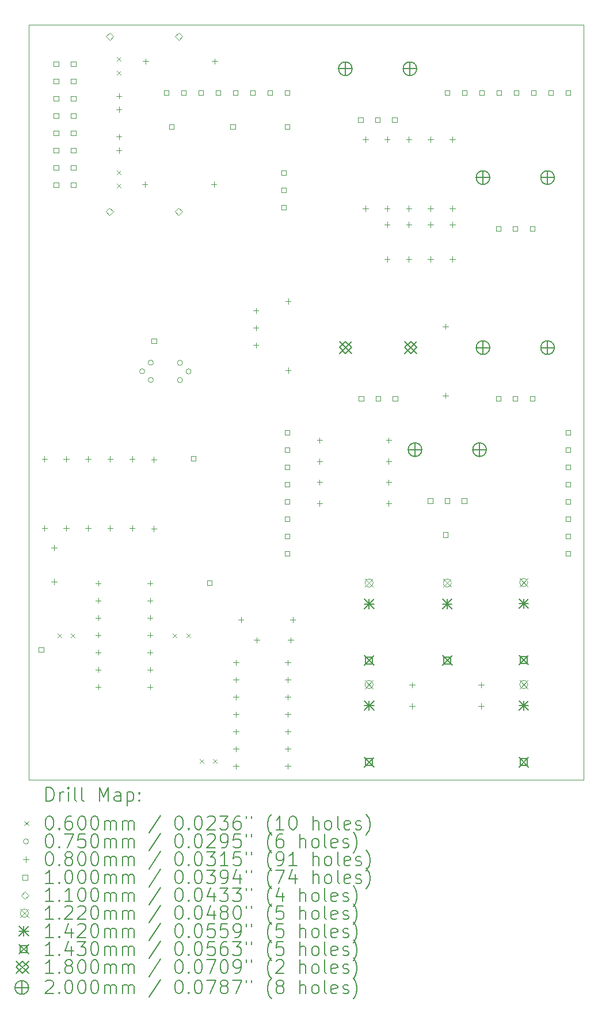
<source format=gbr>
%TF.GenerationSoftware,KiCad,Pcbnew,8.0.2-1*%
%TF.CreationDate,2024-05-07T18:24:27+02:00*%
%TF.ProjectId,vixen,76697865-6e2e-46b6-9963-61645f706362,rev?*%
%TF.SameCoordinates,Original*%
%TF.FileFunction,Drillmap*%
%TF.FilePolarity,Positive*%
%FSLAX45Y45*%
G04 Gerber Fmt 4.5, Leading zero omitted, Abs format (unit mm)*
G04 Created by KiCad (PCBNEW 8.0.2-1) date 2024-05-07 18:24:27*
%MOMM*%
%LPD*%
G01*
G04 APERTURE LIST*
%ADD10C,0.100000*%
%ADD11C,0.200000*%
%ADD12C,0.110000*%
%ADD13C,0.122000*%
%ADD14C,0.142000*%
%ADD15C,0.143000*%
%ADD16C,0.180000*%
G04 APERTURE END LIST*
D10*
X3000000Y-3000000D02*
X11160000Y-3000000D01*
X11160000Y-14100000D01*
X3000000Y-14100000D01*
X3000000Y-3000000D01*
D11*
D10*
X3420000Y-11952500D02*
X3480000Y-12012500D01*
X3480000Y-11952500D02*
X3420000Y-12012500D01*
X3620000Y-11952500D02*
X3680000Y-12012500D01*
X3680000Y-11952500D02*
X3620000Y-12012500D01*
X4295000Y-3477260D02*
X4355000Y-3537260D01*
X4355000Y-3477260D02*
X4295000Y-3537260D01*
X4295000Y-3677260D02*
X4355000Y-3737260D01*
X4355000Y-3677260D02*
X4295000Y-3737260D01*
X4295000Y-5142260D02*
X4355000Y-5202260D01*
X4355000Y-5142260D02*
X4295000Y-5202260D01*
X4295000Y-5342260D02*
X4355000Y-5402260D01*
X4355000Y-5342260D02*
X4295000Y-5402260D01*
X5117260Y-11950000D02*
X5177260Y-12010000D01*
X5177260Y-11950000D02*
X5117260Y-12010000D01*
X5317260Y-11950000D02*
X5377260Y-12010000D01*
X5377260Y-11950000D02*
X5317260Y-12010000D01*
X5510000Y-13800000D02*
X5570000Y-13860000D01*
X5570000Y-13800000D02*
X5510000Y-13860000D01*
X5710000Y-13800000D02*
X5770000Y-13860000D01*
X5770000Y-13800000D02*
X5710000Y-13860000D01*
X4704500Y-8098000D02*
G75*
G02*
X4629500Y-8098000I-37500J0D01*
G01*
X4629500Y-8098000D02*
G75*
G02*
X4704500Y-8098000I37500J0D01*
G01*
X4831500Y-7971000D02*
G75*
G02*
X4756500Y-7971000I-37500J0D01*
G01*
X4756500Y-7971000D02*
G75*
G02*
X4831500Y-7971000I37500J0D01*
G01*
X4831500Y-8225000D02*
G75*
G02*
X4756500Y-8225000I-37500J0D01*
G01*
X4756500Y-8225000D02*
G75*
G02*
X4831500Y-8225000I37500J0D01*
G01*
X5260500Y-7973000D02*
G75*
G02*
X5185500Y-7973000I-37500J0D01*
G01*
X5185500Y-7973000D02*
G75*
G02*
X5260500Y-7973000I37500J0D01*
G01*
X5260500Y-8227000D02*
G75*
G02*
X5185500Y-8227000I-37500J0D01*
G01*
X5185500Y-8227000D02*
G75*
G02*
X5260500Y-8227000I37500J0D01*
G01*
X5387500Y-8100000D02*
G75*
G02*
X5312500Y-8100000I-37500J0D01*
G01*
X5312500Y-8100000D02*
G75*
G02*
X5387500Y-8100000I37500J0D01*
G01*
X3230000Y-9347000D02*
X3230000Y-9427000D01*
X3190000Y-9387000D02*
X3270000Y-9387000D01*
X3230000Y-10363000D02*
X3230000Y-10443000D01*
X3190000Y-10403000D02*
X3270000Y-10403000D01*
X3370000Y-10650000D02*
X3370000Y-10730000D01*
X3330000Y-10690000D02*
X3410000Y-10690000D01*
X3370000Y-11150000D02*
X3370000Y-11230000D01*
X3330000Y-11190000D02*
X3410000Y-11190000D01*
X3550000Y-9349000D02*
X3550000Y-9429000D01*
X3510000Y-9389000D02*
X3590000Y-9389000D01*
X3550000Y-10365000D02*
X3550000Y-10445000D01*
X3510000Y-10405000D02*
X3590000Y-10405000D01*
X3870000Y-9349000D02*
X3870000Y-9429000D01*
X3830000Y-9389000D02*
X3910000Y-9389000D01*
X3870000Y-10365000D02*
X3870000Y-10445000D01*
X3830000Y-10405000D02*
X3910000Y-10405000D01*
X4020000Y-11172500D02*
X4020000Y-11252500D01*
X3980000Y-11212500D02*
X4060000Y-11212500D01*
X4020000Y-11426500D02*
X4020000Y-11506500D01*
X3980000Y-11466500D02*
X4060000Y-11466500D01*
X4020000Y-11680500D02*
X4020000Y-11760500D01*
X3980000Y-11720500D02*
X4060000Y-11720500D01*
X4020000Y-11934500D02*
X4020000Y-12014500D01*
X3980000Y-11974500D02*
X4060000Y-11974500D01*
X4020000Y-12188500D02*
X4020000Y-12268500D01*
X3980000Y-12228500D02*
X4060000Y-12228500D01*
X4020000Y-12442500D02*
X4020000Y-12522500D01*
X3980000Y-12482500D02*
X4060000Y-12482500D01*
X4020000Y-12696500D02*
X4020000Y-12776500D01*
X3980000Y-12736500D02*
X4060000Y-12736500D01*
X4195000Y-9347000D02*
X4195000Y-9427000D01*
X4155000Y-9387000D02*
X4235000Y-9387000D01*
X4195000Y-10363000D02*
X4195000Y-10443000D01*
X4155000Y-10403000D02*
X4235000Y-10403000D01*
X4325000Y-4010000D02*
X4325000Y-4090000D01*
X4285000Y-4050000D02*
X4365000Y-4050000D01*
X4325000Y-4210000D02*
X4325000Y-4290000D01*
X4285000Y-4250000D02*
X4365000Y-4250000D01*
X4325000Y-4610000D02*
X4325000Y-4690000D01*
X4285000Y-4650000D02*
X4365000Y-4650000D01*
X4325000Y-4810000D02*
X4325000Y-4890000D01*
X4285000Y-4850000D02*
X4365000Y-4850000D01*
X4520000Y-9347000D02*
X4520000Y-9427000D01*
X4480000Y-9387000D02*
X4560000Y-9387000D01*
X4520000Y-10363000D02*
X4520000Y-10443000D01*
X4480000Y-10403000D02*
X4560000Y-10403000D01*
X4707000Y-5310000D02*
X4707000Y-5390000D01*
X4667000Y-5350000D02*
X4747000Y-5350000D01*
X4717000Y-3500000D02*
X4717000Y-3580000D01*
X4677000Y-3540000D02*
X4757000Y-3540000D01*
X4782000Y-11172500D02*
X4782000Y-11252500D01*
X4742000Y-11212500D02*
X4822000Y-11212500D01*
X4782000Y-11426500D02*
X4782000Y-11506500D01*
X4742000Y-11466500D02*
X4822000Y-11466500D01*
X4782000Y-11680500D02*
X4782000Y-11760500D01*
X4742000Y-11720500D02*
X4822000Y-11720500D01*
X4782000Y-11934500D02*
X4782000Y-12014500D01*
X4742000Y-11974500D02*
X4822000Y-11974500D01*
X4782000Y-12188500D02*
X4782000Y-12268500D01*
X4742000Y-12228500D02*
X4822000Y-12228500D01*
X4782000Y-12442500D02*
X4782000Y-12522500D01*
X4742000Y-12482500D02*
X4822000Y-12482500D01*
X4782000Y-12696500D02*
X4782000Y-12776500D01*
X4742000Y-12736500D02*
X4822000Y-12736500D01*
X4840000Y-9355000D02*
X4840000Y-9435000D01*
X4800000Y-9395000D02*
X4880000Y-9395000D01*
X4840000Y-10371000D02*
X4840000Y-10451000D01*
X4800000Y-10411000D02*
X4880000Y-10411000D01*
X5723000Y-5310000D02*
X5723000Y-5390000D01*
X5683000Y-5350000D02*
X5763000Y-5350000D01*
X5733000Y-3500000D02*
X5733000Y-3580000D01*
X5693000Y-3540000D02*
X5773000Y-3540000D01*
X6048000Y-12338500D02*
X6048000Y-12418500D01*
X6008000Y-12378500D02*
X6088000Y-12378500D01*
X6048000Y-12592500D02*
X6048000Y-12672500D01*
X6008000Y-12632500D02*
X6088000Y-12632500D01*
X6048000Y-12846500D02*
X6048000Y-12926500D01*
X6008000Y-12886500D02*
X6088000Y-12886500D01*
X6048000Y-13100500D02*
X6048000Y-13180500D01*
X6008000Y-13140500D02*
X6088000Y-13140500D01*
X6048000Y-13354500D02*
X6048000Y-13434500D01*
X6008000Y-13394500D02*
X6088000Y-13394500D01*
X6048000Y-13608500D02*
X6048000Y-13688500D01*
X6008000Y-13648500D02*
X6088000Y-13648500D01*
X6048000Y-13862500D02*
X6048000Y-13942500D01*
X6008000Y-13902500D02*
X6088000Y-13902500D01*
X6119000Y-11710000D02*
X6119000Y-11790000D01*
X6079000Y-11750000D02*
X6159000Y-11750000D01*
X6340000Y-7166000D02*
X6340000Y-7246000D01*
X6300000Y-7206000D02*
X6380000Y-7206000D01*
X6340000Y-7420000D02*
X6340000Y-7500000D01*
X6300000Y-7460000D02*
X6380000Y-7460000D01*
X6340000Y-7674000D02*
X6340000Y-7754000D01*
X6300000Y-7714000D02*
X6380000Y-7714000D01*
X6350000Y-12010000D02*
X6350000Y-12090000D01*
X6310000Y-12050000D02*
X6390000Y-12050000D01*
X6810000Y-12338500D02*
X6810000Y-12418500D01*
X6770000Y-12378500D02*
X6850000Y-12378500D01*
X6810000Y-12592500D02*
X6810000Y-12672500D01*
X6770000Y-12632500D02*
X6850000Y-12632500D01*
X6810000Y-12846500D02*
X6810000Y-12926500D01*
X6770000Y-12886500D02*
X6850000Y-12886500D01*
X6810000Y-13100500D02*
X6810000Y-13180500D01*
X6770000Y-13140500D02*
X6850000Y-13140500D01*
X6810000Y-13354500D02*
X6810000Y-13434500D01*
X6770000Y-13394500D02*
X6850000Y-13394500D01*
X6810000Y-13608500D02*
X6810000Y-13688500D01*
X6770000Y-13648500D02*
X6850000Y-13648500D01*
X6810000Y-13862500D02*
X6810000Y-13942500D01*
X6770000Y-13902500D02*
X6850000Y-13902500D01*
X6815000Y-7027000D02*
X6815000Y-7107000D01*
X6775000Y-7067000D02*
X6855000Y-7067000D01*
X6815000Y-8043000D02*
X6815000Y-8123000D01*
X6775000Y-8083000D02*
X6855000Y-8083000D01*
X6850000Y-12010000D02*
X6850000Y-12090000D01*
X6810000Y-12050000D02*
X6890000Y-12050000D01*
X6881000Y-11710000D02*
X6881000Y-11790000D01*
X6841000Y-11750000D02*
X6921000Y-11750000D01*
X7277000Y-9070000D02*
X7277000Y-9150000D01*
X7237000Y-9110000D02*
X7317000Y-9110000D01*
X7277000Y-9380000D02*
X7277000Y-9460000D01*
X7237000Y-9420000D02*
X7317000Y-9420000D01*
X7277000Y-9690000D02*
X7277000Y-9770000D01*
X7237000Y-9730000D02*
X7317000Y-9730000D01*
X7277000Y-10000000D02*
X7277000Y-10080000D01*
X7237000Y-10040000D02*
X7317000Y-10040000D01*
X7950000Y-4647000D02*
X7950000Y-4727000D01*
X7910000Y-4687000D02*
X7990000Y-4687000D01*
X7950000Y-5663000D02*
X7950000Y-5743000D01*
X7910000Y-5703000D02*
X7990000Y-5703000D01*
X8270000Y-4649000D02*
X8270000Y-4729000D01*
X8230000Y-4689000D02*
X8310000Y-4689000D01*
X8270000Y-5665000D02*
X8270000Y-5745000D01*
X8230000Y-5705000D02*
X8310000Y-5705000D01*
X8270000Y-5900000D02*
X8270000Y-5980000D01*
X8230000Y-5940000D02*
X8310000Y-5940000D01*
X8270000Y-6408000D02*
X8270000Y-6488000D01*
X8230000Y-6448000D02*
X8310000Y-6448000D01*
X8293000Y-9070000D02*
X8293000Y-9150000D01*
X8253000Y-9110000D02*
X8333000Y-9110000D01*
X8293000Y-9380000D02*
X8293000Y-9460000D01*
X8253000Y-9420000D02*
X8333000Y-9420000D01*
X8293000Y-9690000D02*
X8293000Y-9770000D01*
X8253000Y-9730000D02*
X8333000Y-9730000D01*
X8293000Y-10000000D02*
X8293000Y-10080000D01*
X8253000Y-10040000D02*
X8333000Y-10040000D01*
X8590000Y-4649000D02*
X8590000Y-4729000D01*
X8550000Y-4689000D02*
X8630000Y-4689000D01*
X8590000Y-5665000D02*
X8590000Y-5745000D01*
X8550000Y-5705000D02*
X8630000Y-5705000D01*
X8590000Y-5900000D02*
X8590000Y-5980000D01*
X8550000Y-5940000D02*
X8630000Y-5940000D01*
X8590000Y-6408000D02*
X8590000Y-6488000D01*
X8550000Y-6448000D02*
X8630000Y-6448000D01*
X8637000Y-12670000D02*
X8637000Y-12750000D01*
X8597000Y-12710000D02*
X8677000Y-12710000D01*
X8637000Y-12980000D02*
X8637000Y-13060000D01*
X8597000Y-13020000D02*
X8677000Y-13020000D01*
X8910000Y-4649000D02*
X8910000Y-4729000D01*
X8870000Y-4689000D02*
X8950000Y-4689000D01*
X8910000Y-5665000D02*
X8910000Y-5745000D01*
X8870000Y-5705000D02*
X8950000Y-5705000D01*
X8910000Y-5900000D02*
X8910000Y-5980000D01*
X8870000Y-5940000D02*
X8950000Y-5940000D01*
X8910000Y-6408000D02*
X8910000Y-6488000D01*
X8870000Y-6448000D02*
X8950000Y-6448000D01*
X9130000Y-7397000D02*
X9130000Y-7477000D01*
X9090000Y-7437000D02*
X9170000Y-7437000D01*
X9130000Y-8413000D02*
X9130000Y-8493000D01*
X9090000Y-8453000D02*
X9170000Y-8453000D01*
X9230000Y-4647000D02*
X9230000Y-4727000D01*
X9190000Y-4687000D02*
X9270000Y-4687000D01*
X9230000Y-5663000D02*
X9230000Y-5743000D01*
X9190000Y-5703000D02*
X9270000Y-5703000D01*
X9230000Y-5900000D02*
X9230000Y-5980000D01*
X9190000Y-5940000D02*
X9270000Y-5940000D01*
X9230000Y-6408000D02*
X9230000Y-6488000D01*
X9190000Y-6448000D02*
X9270000Y-6448000D01*
X9653000Y-12670000D02*
X9653000Y-12750000D01*
X9613000Y-12710000D02*
X9693000Y-12710000D01*
X9653000Y-12980000D02*
X9653000Y-13060000D01*
X9613000Y-13020000D02*
X9693000Y-13020000D01*
X3215356Y-12225356D02*
X3215356Y-12154644D01*
X3144644Y-12154644D01*
X3144644Y-12225356D01*
X3215356Y-12225356D01*
X3435356Y-3617356D02*
X3435356Y-3546644D01*
X3364644Y-3546644D01*
X3364644Y-3617356D01*
X3435356Y-3617356D01*
X3435356Y-3871356D02*
X3435356Y-3800644D01*
X3364644Y-3800644D01*
X3364644Y-3871356D01*
X3435356Y-3871356D01*
X3435356Y-4125356D02*
X3435356Y-4054644D01*
X3364644Y-4054644D01*
X3364644Y-4125356D01*
X3435356Y-4125356D01*
X3435356Y-4379356D02*
X3435356Y-4308644D01*
X3364644Y-4308644D01*
X3364644Y-4379356D01*
X3435356Y-4379356D01*
X3435356Y-4633356D02*
X3435356Y-4562644D01*
X3364644Y-4562644D01*
X3364644Y-4633356D01*
X3435356Y-4633356D01*
X3435356Y-4887356D02*
X3435356Y-4816644D01*
X3364644Y-4816644D01*
X3364644Y-4887356D01*
X3435356Y-4887356D01*
X3435356Y-5141356D02*
X3435356Y-5070644D01*
X3364644Y-5070644D01*
X3364644Y-5141356D01*
X3435356Y-5141356D01*
X3435356Y-5395356D02*
X3435356Y-5324644D01*
X3364644Y-5324644D01*
X3364644Y-5395356D01*
X3435356Y-5395356D01*
X3689356Y-3617356D02*
X3689356Y-3546644D01*
X3618644Y-3546644D01*
X3618644Y-3617356D01*
X3689356Y-3617356D01*
X3689356Y-3871356D02*
X3689356Y-3800644D01*
X3618644Y-3800644D01*
X3618644Y-3871356D01*
X3689356Y-3871356D01*
X3689356Y-4125356D02*
X3689356Y-4054644D01*
X3618644Y-4054644D01*
X3618644Y-4125356D01*
X3689356Y-4125356D01*
X3689356Y-4379356D02*
X3689356Y-4308644D01*
X3618644Y-4308644D01*
X3618644Y-4379356D01*
X3689356Y-4379356D01*
X3689356Y-4633356D02*
X3689356Y-4562644D01*
X3618644Y-4562644D01*
X3618644Y-4633356D01*
X3689356Y-4633356D01*
X3689356Y-4887356D02*
X3689356Y-4816644D01*
X3618644Y-4816644D01*
X3618644Y-4887356D01*
X3689356Y-4887356D01*
X3689356Y-5141356D02*
X3689356Y-5070644D01*
X3618644Y-5070644D01*
X3618644Y-5141356D01*
X3689356Y-5141356D01*
X3689356Y-5395356D02*
X3689356Y-5324644D01*
X3618644Y-5324644D01*
X3618644Y-5395356D01*
X3689356Y-5395356D01*
X4875356Y-7685356D02*
X4875356Y-7614644D01*
X4804644Y-7614644D01*
X4804644Y-7685356D01*
X4875356Y-7685356D01*
X5057356Y-4035356D02*
X5057356Y-3964644D01*
X4986644Y-3964644D01*
X4986644Y-4035356D01*
X5057356Y-4035356D01*
X5135356Y-4535356D02*
X5135356Y-4464644D01*
X5064644Y-4464644D01*
X5064644Y-4535356D01*
X5135356Y-4535356D01*
X5311356Y-4035356D02*
X5311356Y-3964644D01*
X5240644Y-3964644D01*
X5240644Y-4035356D01*
X5311356Y-4035356D01*
X5455356Y-9415356D02*
X5455356Y-9344644D01*
X5384644Y-9344644D01*
X5384644Y-9415356D01*
X5455356Y-9415356D01*
X5565356Y-4035356D02*
X5565356Y-3964644D01*
X5494644Y-3964644D01*
X5494644Y-4035356D01*
X5565356Y-4035356D01*
X5695356Y-11245356D02*
X5695356Y-11174644D01*
X5624644Y-11174644D01*
X5624644Y-11245356D01*
X5695356Y-11245356D01*
X5819356Y-4035356D02*
X5819356Y-3964644D01*
X5748644Y-3964644D01*
X5748644Y-4035356D01*
X5819356Y-4035356D01*
X6035356Y-4535356D02*
X6035356Y-4464644D01*
X5964644Y-4464644D01*
X5964644Y-4535356D01*
X6035356Y-4535356D01*
X6073356Y-4035356D02*
X6073356Y-3964644D01*
X6002644Y-3964644D01*
X6002644Y-4035356D01*
X6073356Y-4035356D01*
X6327356Y-4035356D02*
X6327356Y-3964644D01*
X6256644Y-3964644D01*
X6256644Y-4035356D01*
X6327356Y-4035356D01*
X6581356Y-4035356D02*
X6581356Y-3964644D01*
X6510644Y-3964644D01*
X6510644Y-4035356D01*
X6581356Y-4035356D01*
X6785356Y-5217356D02*
X6785356Y-5146644D01*
X6714644Y-5146644D01*
X6714644Y-5217356D01*
X6785356Y-5217356D01*
X6785356Y-5471356D02*
X6785356Y-5400644D01*
X6714644Y-5400644D01*
X6714644Y-5471356D01*
X6785356Y-5471356D01*
X6785356Y-5725356D02*
X6785356Y-5654644D01*
X6714644Y-5654644D01*
X6714644Y-5725356D01*
X6785356Y-5725356D01*
X6835356Y-4035356D02*
X6835356Y-3964644D01*
X6764644Y-3964644D01*
X6764644Y-4035356D01*
X6835356Y-4035356D01*
X6835356Y-4535356D02*
X6835356Y-4464644D01*
X6764644Y-4464644D01*
X6764644Y-4535356D01*
X6835356Y-4535356D01*
X6835356Y-9035356D02*
X6835356Y-8964644D01*
X6764644Y-8964644D01*
X6764644Y-9035356D01*
X6835356Y-9035356D01*
X6835356Y-9289356D02*
X6835356Y-9218644D01*
X6764644Y-9218644D01*
X6764644Y-9289356D01*
X6835356Y-9289356D01*
X6835356Y-9543356D02*
X6835356Y-9472644D01*
X6764644Y-9472644D01*
X6764644Y-9543356D01*
X6835356Y-9543356D01*
X6835356Y-9797356D02*
X6835356Y-9726644D01*
X6764644Y-9726644D01*
X6764644Y-9797356D01*
X6835356Y-9797356D01*
X6835356Y-10051356D02*
X6835356Y-9980644D01*
X6764644Y-9980644D01*
X6764644Y-10051356D01*
X6835356Y-10051356D01*
X6835356Y-10305356D02*
X6835356Y-10234644D01*
X6764644Y-10234644D01*
X6764644Y-10305356D01*
X6835356Y-10305356D01*
X6835356Y-10559356D02*
X6835356Y-10488644D01*
X6764644Y-10488644D01*
X6764644Y-10559356D01*
X6835356Y-10559356D01*
X6835356Y-10813356D02*
X6835356Y-10742644D01*
X6764644Y-10742644D01*
X6764644Y-10813356D01*
X6835356Y-10813356D01*
X7915356Y-4435356D02*
X7915356Y-4364644D01*
X7844644Y-4364644D01*
X7844644Y-4435356D01*
X7915356Y-4435356D01*
X7923356Y-8531356D02*
X7923356Y-8460644D01*
X7852644Y-8460644D01*
X7852644Y-8531356D01*
X7923356Y-8531356D01*
X8165356Y-4435356D02*
X8165356Y-4364644D01*
X8094644Y-4364644D01*
X8094644Y-4435356D01*
X8165356Y-4435356D01*
X8173356Y-8531356D02*
X8173356Y-8460644D01*
X8102644Y-8460644D01*
X8102644Y-8531356D01*
X8173356Y-8531356D01*
X8415356Y-4435356D02*
X8415356Y-4364644D01*
X8344644Y-4364644D01*
X8344644Y-4435356D01*
X8415356Y-4435356D01*
X8423356Y-8531356D02*
X8423356Y-8460644D01*
X8352644Y-8460644D01*
X8352644Y-8531356D01*
X8423356Y-8531356D01*
X8940356Y-10035356D02*
X8940356Y-9964644D01*
X8869644Y-9964644D01*
X8869644Y-10035356D01*
X8940356Y-10035356D01*
X9165356Y-10535356D02*
X9165356Y-10464644D01*
X9094644Y-10464644D01*
X9094644Y-10535356D01*
X9165356Y-10535356D01*
X9187356Y-4035356D02*
X9187356Y-3964644D01*
X9116644Y-3964644D01*
X9116644Y-4035356D01*
X9187356Y-4035356D01*
X9190356Y-10035356D02*
X9190356Y-9964644D01*
X9119644Y-9964644D01*
X9119644Y-10035356D01*
X9190356Y-10035356D01*
X9440356Y-10035356D02*
X9440356Y-9964644D01*
X9369644Y-9964644D01*
X9369644Y-10035356D01*
X9440356Y-10035356D01*
X9441356Y-4035356D02*
X9441356Y-3964644D01*
X9370644Y-3964644D01*
X9370644Y-4035356D01*
X9441356Y-4035356D01*
X9695356Y-4035356D02*
X9695356Y-3964644D01*
X9624644Y-3964644D01*
X9624644Y-4035356D01*
X9695356Y-4035356D01*
X9940356Y-6035356D02*
X9940356Y-5964644D01*
X9869644Y-5964644D01*
X9869644Y-6035356D01*
X9940356Y-6035356D01*
X9940356Y-8535356D02*
X9940356Y-8464644D01*
X9869644Y-8464644D01*
X9869644Y-8535356D01*
X9940356Y-8535356D01*
X9949356Y-4035356D02*
X9949356Y-3964644D01*
X9878644Y-3964644D01*
X9878644Y-4035356D01*
X9949356Y-4035356D01*
X10190356Y-6035356D02*
X10190356Y-5964644D01*
X10119644Y-5964644D01*
X10119644Y-6035356D01*
X10190356Y-6035356D01*
X10190356Y-8535356D02*
X10190356Y-8464644D01*
X10119644Y-8464644D01*
X10119644Y-8535356D01*
X10190356Y-8535356D01*
X10203356Y-4035356D02*
X10203356Y-3964644D01*
X10132644Y-3964644D01*
X10132644Y-4035356D01*
X10203356Y-4035356D01*
X10440356Y-6035356D02*
X10440356Y-5964644D01*
X10369644Y-5964644D01*
X10369644Y-6035356D01*
X10440356Y-6035356D01*
X10440356Y-8535356D02*
X10440356Y-8464644D01*
X10369644Y-8464644D01*
X10369644Y-8535356D01*
X10440356Y-8535356D01*
X10457356Y-4035356D02*
X10457356Y-3964644D01*
X10386644Y-3964644D01*
X10386644Y-4035356D01*
X10457356Y-4035356D01*
X10711356Y-4035356D02*
X10711356Y-3964644D01*
X10640644Y-3964644D01*
X10640644Y-4035356D01*
X10711356Y-4035356D01*
X10965356Y-4035356D02*
X10965356Y-3964644D01*
X10894644Y-3964644D01*
X10894644Y-4035356D01*
X10965356Y-4035356D01*
X10965356Y-9035356D02*
X10965356Y-8964644D01*
X10894644Y-8964644D01*
X10894644Y-9035356D01*
X10965356Y-9035356D01*
X10965356Y-9289356D02*
X10965356Y-9218644D01*
X10894644Y-9218644D01*
X10894644Y-9289356D01*
X10965356Y-9289356D01*
X10965356Y-9543356D02*
X10965356Y-9472644D01*
X10894644Y-9472644D01*
X10894644Y-9543356D01*
X10965356Y-9543356D01*
X10965356Y-9797356D02*
X10965356Y-9726644D01*
X10894644Y-9726644D01*
X10894644Y-9797356D01*
X10965356Y-9797356D01*
X10965356Y-10051356D02*
X10965356Y-9980644D01*
X10894644Y-9980644D01*
X10894644Y-10051356D01*
X10965356Y-10051356D01*
X10965356Y-10305356D02*
X10965356Y-10234644D01*
X10894644Y-10234644D01*
X10894644Y-10305356D01*
X10965356Y-10305356D01*
X10965356Y-10559356D02*
X10965356Y-10488644D01*
X10894644Y-10488644D01*
X10894644Y-10559356D01*
X10965356Y-10559356D01*
X10965356Y-10813356D02*
X10965356Y-10742644D01*
X10894644Y-10742644D01*
X10894644Y-10813356D01*
X10965356Y-10813356D01*
D12*
X4187000Y-5805000D02*
X4242000Y-5750000D01*
X4187000Y-5695000D01*
X4132000Y-5750000D01*
X4187000Y-5805000D01*
X4189000Y-3230000D02*
X4244000Y-3175000D01*
X4189000Y-3120000D01*
X4134000Y-3175000D01*
X4189000Y-3230000D01*
X5203000Y-5805000D02*
X5258000Y-5750000D01*
X5203000Y-5695000D01*
X5148000Y-5750000D01*
X5203000Y-5805000D01*
X5205000Y-3230000D02*
X5260000Y-3175000D01*
X5205000Y-3120000D01*
X5150000Y-3175000D01*
X5205000Y-3230000D01*
D13*
X7944000Y-11149000D02*
X8066000Y-11271000D01*
X8066000Y-11149000D02*
X7944000Y-11271000D01*
X8066000Y-11210000D02*
G75*
G02*
X7944000Y-11210000I-61000J0D01*
G01*
X7944000Y-11210000D02*
G75*
G02*
X8066000Y-11210000I61000J0D01*
G01*
X7944000Y-12641000D02*
X8066000Y-12763000D01*
X8066000Y-12641000D02*
X7944000Y-12763000D01*
X8066000Y-12702000D02*
G75*
G02*
X7944000Y-12702000I-61000J0D01*
G01*
X7944000Y-12702000D02*
G75*
G02*
X8066000Y-12702000I61000J0D01*
G01*
X9094000Y-11149000D02*
X9216000Y-11271000D01*
X9216000Y-11149000D02*
X9094000Y-11271000D01*
X9216000Y-11210000D02*
G75*
G02*
X9094000Y-11210000I-61000J0D01*
G01*
X9094000Y-11210000D02*
G75*
G02*
X9216000Y-11210000I61000J0D01*
G01*
X10219000Y-11141000D02*
X10341000Y-11263000D01*
X10341000Y-11141000D02*
X10219000Y-11263000D01*
X10341000Y-11202000D02*
G75*
G02*
X10219000Y-11202000I-61000J0D01*
G01*
X10219000Y-11202000D02*
G75*
G02*
X10341000Y-11202000I61000J0D01*
G01*
X10219000Y-12641000D02*
X10341000Y-12763000D01*
X10341000Y-12641000D02*
X10219000Y-12763000D01*
X10341000Y-12702000D02*
G75*
G02*
X10219000Y-12702000I-61000J0D01*
G01*
X10219000Y-12702000D02*
G75*
G02*
X10341000Y-12702000I61000J0D01*
G01*
D14*
X7934000Y-11449000D02*
X8076000Y-11591000D01*
X8076000Y-11449000D02*
X7934000Y-11591000D01*
X8005000Y-11449000D02*
X8005000Y-11591000D01*
X7934000Y-11520000D02*
X8076000Y-11520000D01*
X7934000Y-12941000D02*
X8076000Y-13083000D01*
X8076000Y-12941000D02*
X7934000Y-13083000D01*
X8005000Y-12941000D02*
X8005000Y-13083000D01*
X7934000Y-13012000D02*
X8076000Y-13012000D01*
X9084000Y-11449000D02*
X9226000Y-11591000D01*
X9226000Y-11449000D02*
X9084000Y-11591000D01*
X9155000Y-11449000D02*
X9155000Y-11591000D01*
X9084000Y-11520000D02*
X9226000Y-11520000D01*
X10209000Y-11441000D02*
X10351000Y-11583000D01*
X10351000Y-11441000D02*
X10209000Y-11583000D01*
X10280000Y-11441000D02*
X10280000Y-11583000D01*
X10209000Y-11512000D02*
X10351000Y-11512000D01*
X10209000Y-12941000D02*
X10351000Y-13083000D01*
X10351000Y-12941000D02*
X10209000Y-13083000D01*
X10280000Y-12941000D02*
X10280000Y-13083000D01*
X10209000Y-13012000D02*
X10351000Y-13012000D01*
D15*
X7933500Y-12278500D02*
X8076500Y-12421500D01*
X8076500Y-12278500D02*
X7933500Y-12421500D01*
X8055559Y-12400559D02*
X8055559Y-12299441D01*
X7954441Y-12299441D01*
X7954441Y-12400559D01*
X8055559Y-12400559D01*
X7933500Y-13770500D02*
X8076500Y-13913500D01*
X8076500Y-13770500D02*
X7933500Y-13913500D01*
X8055559Y-13892559D02*
X8055559Y-13791441D01*
X7954441Y-13791441D01*
X7954441Y-13892559D01*
X8055559Y-13892559D01*
X9083500Y-12278500D02*
X9226500Y-12421500D01*
X9226500Y-12278500D02*
X9083500Y-12421500D01*
X9205559Y-12400559D02*
X9205559Y-12299441D01*
X9104441Y-12299441D01*
X9104441Y-12400559D01*
X9205559Y-12400559D01*
X10208500Y-12270500D02*
X10351500Y-12413500D01*
X10351500Y-12270500D02*
X10208500Y-12413500D01*
X10330559Y-12392559D02*
X10330559Y-12291441D01*
X10229441Y-12291441D01*
X10229441Y-12392559D01*
X10330559Y-12392559D01*
X10208500Y-13770500D02*
X10351500Y-13913500D01*
X10351500Y-13770500D02*
X10208500Y-13913500D01*
X10330559Y-13892559D02*
X10330559Y-13791441D01*
X10229441Y-13791441D01*
X10229441Y-13892559D01*
X10330559Y-13892559D01*
D16*
X7568000Y-7656000D02*
X7748000Y-7836000D01*
X7748000Y-7656000D02*
X7568000Y-7836000D01*
X7658000Y-7836000D02*
X7748000Y-7746000D01*
X7658000Y-7656000D01*
X7568000Y-7746000D01*
X7658000Y-7836000D01*
X8528000Y-7656000D02*
X8708000Y-7836000D01*
X8708000Y-7656000D02*
X8528000Y-7836000D01*
X8618000Y-7836000D02*
X8708000Y-7746000D01*
X8618000Y-7656000D01*
X8528000Y-7746000D01*
X8618000Y-7836000D01*
D11*
X7655000Y-3550000D02*
X7655000Y-3750000D01*
X7555000Y-3650000D02*
X7755000Y-3650000D01*
X7755000Y-3650000D02*
G75*
G02*
X7555000Y-3650000I-100000J0D01*
G01*
X7555000Y-3650000D02*
G75*
G02*
X7755000Y-3650000I100000J0D01*
G01*
X8605000Y-3550000D02*
X8605000Y-3750000D01*
X8505000Y-3650000D02*
X8705000Y-3650000D01*
X8705000Y-3650000D02*
G75*
G02*
X8505000Y-3650000I-100000J0D01*
G01*
X8505000Y-3650000D02*
G75*
G02*
X8705000Y-3650000I100000J0D01*
G01*
X8680000Y-9150000D02*
X8680000Y-9350000D01*
X8580000Y-9250000D02*
X8780000Y-9250000D01*
X8780000Y-9250000D02*
G75*
G02*
X8580000Y-9250000I-100000J0D01*
G01*
X8580000Y-9250000D02*
G75*
G02*
X8780000Y-9250000I100000J0D01*
G01*
X9630000Y-9150000D02*
X9630000Y-9350000D01*
X9530000Y-9250000D02*
X9730000Y-9250000D01*
X9730000Y-9250000D02*
G75*
G02*
X9530000Y-9250000I-100000J0D01*
G01*
X9530000Y-9250000D02*
G75*
G02*
X9730000Y-9250000I100000J0D01*
G01*
X9680000Y-5150000D02*
X9680000Y-5350000D01*
X9580000Y-5250000D02*
X9780000Y-5250000D01*
X9780000Y-5250000D02*
G75*
G02*
X9580000Y-5250000I-100000J0D01*
G01*
X9580000Y-5250000D02*
G75*
G02*
X9780000Y-5250000I100000J0D01*
G01*
X9680000Y-7650000D02*
X9680000Y-7850000D01*
X9580000Y-7750000D02*
X9780000Y-7750000D01*
X9780000Y-7750000D02*
G75*
G02*
X9580000Y-7750000I-100000J0D01*
G01*
X9580000Y-7750000D02*
G75*
G02*
X9780000Y-7750000I100000J0D01*
G01*
X10630000Y-5150000D02*
X10630000Y-5350000D01*
X10530000Y-5250000D02*
X10730000Y-5250000D01*
X10730000Y-5250000D02*
G75*
G02*
X10530000Y-5250000I-100000J0D01*
G01*
X10530000Y-5250000D02*
G75*
G02*
X10730000Y-5250000I100000J0D01*
G01*
X10630000Y-7650000D02*
X10630000Y-7850000D01*
X10530000Y-7750000D02*
X10730000Y-7750000D01*
X10730000Y-7750000D02*
G75*
G02*
X10530000Y-7750000I-100000J0D01*
G01*
X10530000Y-7750000D02*
G75*
G02*
X10730000Y-7750000I100000J0D01*
G01*
X3255777Y-14416484D02*
X3255777Y-14216484D01*
X3255777Y-14216484D02*
X3303396Y-14216484D01*
X3303396Y-14216484D02*
X3331967Y-14226008D01*
X3331967Y-14226008D02*
X3351015Y-14245055D01*
X3351015Y-14245055D02*
X3360539Y-14264103D01*
X3360539Y-14264103D02*
X3370062Y-14302198D01*
X3370062Y-14302198D02*
X3370062Y-14330769D01*
X3370062Y-14330769D02*
X3360539Y-14368865D01*
X3360539Y-14368865D02*
X3351015Y-14387912D01*
X3351015Y-14387912D02*
X3331967Y-14406960D01*
X3331967Y-14406960D02*
X3303396Y-14416484D01*
X3303396Y-14416484D02*
X3255777Y-14416484D01*
X3455777Y-14416484D02*
X3455777Y-14283150D01*
X3455777Y-14321246D02*
X3465301Y-14302198D01*
X3465301Y-14302198D02*
X3474824Y-14292674D01*
X3474824Y-14292674D02*
X3493872Y-14283150D01*
X3493872Y-14283150D02*
X3512920Y-14283150D01*
X3579586Y-14416484D02*
X3579586Y-14283150D01*
X3579586Y-14216484D02*
X3570062Y-14226008D01*
X3570062Y-14226008D02*
X3579586Y-14235531D01*
X3579586Y-14235531D02*
X3589110Y-14226008D01*
X3589110Y-14226008D02*
X3579586Y-14216484D01*
X3579586Y-14216484D02*
X3579586Y-14235531D01*
X3703396Y-14416484D02*
X3684348Y-14406960D01*
X3684348Y-14406960D02*
X3674824Y-14387912D01*
X3674824Y-14387912D02*
X3674824Y-14216484D01*
X3808158Y-14416484D02*
X3789110Y-14406960D01*
X3789110Y-14406960D02*
X3779586Y-14387912D01*
X3779586Y-14387912D02*
X3779586Y-14216484D01*
X4036729Y-14416484D02*
X4036729Y-14216484D01*
X4036729Y-14216484D02*
X4103396Y-14359341D01*
X4103396Y-14359341D02*
X4170062Y-14216484D01*
X4170062Y-14216484D02*
X4170062Y-14416484D01*
X4351015Y-14416484D02*
X4351015Y-14311722D01*
X4351015Y-14311722D02*
X4341491Y-14292674D01*
X4341491Y-14292674D02*
X4322444Y-14283150D01*
X4322444Y-14283150D02*
X4284348Y-14283150D01*
X4284348Y-14283150D02*
X4265301Y-14292674D01*
X4351015Y-14406960D02*
X4331967Y-14416484D01*
X4331967Y-14416484D02*
X4284348Y-14416484D01*
X4284348Y-14416484D02*
X4265301Y-14406960D01*
X4265301Y-14406960D02*
X4255777Y-14387912D01*
X4255777Y-14387912D02*
X4255777Y-14368865D01*
X4255777Y-14368865D02*
X4265301Y-14349817D01*
X4265301Y-14349817D02*
X4284348Y-14340293D01*
X4284348Y-14340293D02*
X4331967Y-14340293D01*
X4331967Y-14340293D02*
X4351015Y-14330769D01*
X4446253Y-14283150D02*
X4446253Y-14483150D01*
X4446253Y-14292674D02*
X4465301Y-14283150D01*
X4465301Y-14283150D02*
X4503396Y-14283150D01*
X4503396Y-14283150D02*
X4522444Y-14292674D01*
X4522444Y-14292674D02*
X4531967Y-14302198D01*
X4531967Y-14302198D02*
X4541491Y-14321246D01*
X4541491Y-14321246D02*
X4541491Y-14378388D01*
X4541491Y-14378388D02*
X4531967Y-14397436D01*
X4531967Y-14397436D02*
X4522444Y-14406960D01*
X4522444Y-14406960D02*
X4503396Y-14416484D01*
X4503396Y-14416484D02*
X4465301Y-14416484D01*
X4465301Y-14416484D02*
X4446253Y-14406960D01*
X4627205Y-14397436D02*
X4636729Y-14406960D01*
X4636729Y-14406960D02*
X4627205Y-14416484D01*
X4627205Y-14416484D02*
X4617682Y-14406960D01*
X4617682Y-14406960D02*
X4627205Y-14397436D01*
X4627205Y-14397436D02*
X4627205Y-14416484D01*
X4627205Y-14292674D02*
X4636729Y-14302198D01*
X4636729Y-14302198D02*
X4627205Y-14311722D01*
X4627205Y-14311722D02*
X4617682Y-14302198D01*
X4617682Y-14302198D02*
X4627205Y-14292674D01*
X4627205Y-14292674D02*
X4627205Y-14311722D01*
D10*
X2935000Y-14715000D02*
X2995000Y-14775000D01*
X2995000Y-14715000D02*
X2935000Y-14775000D01*
D11*
X3293872Y-14636484D02*
X3312920Y-14636484D01*
X3312920Y-14636484D02*
X3331967Y-14646008D01*
X3331967Y-14646008D02*
X3341491Y-14655531D01*
X3341491Y-14655531D02*
X3351015Y-14674579D01*
X3351015Y-14674579D02*
X3360539Y-14712674D01*
X3360539Y-14712674D02*
X3360539Y-14760293D01*
X3360539Y-14760293D02*
X3351015Y-14798388D01*
X3351015Y-14798388D02*
X3341491Y-14817436D01*
X3341491Y-14817436D02*
X3331967Y-14826960D01*
X3331967Y-14826960D02*
X3312920Y-14836484D01*
X3312920Y-14836484D02*
X3293872Y-14836484D01*
X3293872Y-14836484D02*
X3274824Y-14826960D01*
X3274824Y-14826960D02*
X3265301Y-14817436D01*
X3265301Y-14817436D02*
X3255777Y-14798388D01*
X3255777Y-14798388D02*
X3246253Y-14760293D01*
X3246253Y-14760293D02*
X3246253Y-14712674D01*
X3246253Y-14712674D02*
X3255777Y-14674579D01*
X3255777Y-14674579D02*
X3265301Y-14655531D01*
X3265301Y-14655531D02*
X3274824Y-14646008D01*
X3274824Y-14646008D02*
X3293872Y-14636484D01*
X3446253Y-14817436D02*
X3455777Y-14826960D01*
X3455777Y-14826960D02*
X3446253Y-14836484D01*
X3446253Y-14836484D02*
X3436729Y-14826960D01*
X3436729Y-14826960D02*
X3446253Y-14817436D01*
X3446253Y-14817436D02*
X3446253Y-14836484D01*
X3627205Y-14636484D02*
X3589110Y-14636484D01*
X3589110Y-14636484D02*
X3570062Y-14646008D01*
X3570062Y-14646008D02*
X3560539Y-14655531D01*
X3560539Y-14655531D02*
X3541491Y-14684103D01*
X3541491Y-14684103D02*
X3531967Y-14722198D01*
X3531967Y-14722198D02*
X3531967Y-14798388D01*
X3531967Y-14798388D02*
X3541491Y-14817436D01*
X3541491Y-14817436D02*
X3551015Y-14826960D01*
X3551015Y-14826960D02*
X3570062Y-14836484D01*
X3570062Y-14836484D02*
X3608158Y-14836484D01*
X3608158Y-14836484D02*
X3627205Y-14826960D01*
X3627205Y-14826960D02*
X3636729Y-14817436D01*
X3636729Y-14817436D02*
X3646253Y-14798388D01*
X3646253Y-14798388D02*
X3646253Y-14750769D01*
X3646253Y-14750769D02*
X3636729Y-14731722D01*
X3636729Y-14731722D02*
X3627205Y-14722198D01*
X3627205Y-14722198D02*
X3608158Y-14712674D01*
X3608158Y-14712674D02*
X3570062Y-14712674D01*
X3570062Y-14712674D02*
X3551015Y-14722198D01*
X3551015Y-14722198D02*
X3541491Y-14731722D01*
X3541491Y-14731722D02*
X3531967Y-14750769D01*
X3770062Y-14636484D02*
X3789110Y-14636484D01*
X3789110Y-14636484D02*
X3808158Y-14646008D01*
X3808158Y-14646008D02*
X3817682Y-14655531D01*
X3817682Y-14655531D02*
X3827205Y-14674579D01*
X3827205Y-14674579D02*
X3836729Y-14712674D01*
X3836729Y-14712674D02*
X3836729Y-14760293D01*
X3836729Y-14760293D02*
X3827205Y-14798388D01*
X3827205Y-14798388D02*
X3817682Y-14817436D01*
X3817682Y-14817436D02*
X3808158Y-14826960D01*
X3808158Y-14826960D02*
X3789110Y-14836484D01*
X3789110Y-14836484D02*
X3770062Y-14836484D01*
X3770062Y-14836484D02*
X3751015Y-14826960D01*
X3751015Y-14826960D02*
X3741491Y-14817436D01*
X3741491Y-14817436D02*
X3731967Y-14798388D01*
X3731967Y-14798388D02*
X3722443Y-14760293D01*
X3722443Y-14760293D02*
X3722443Y-14712674D01*
X3722443Y-14712674D02*
X3731967Y-14674579D01*
X3731967Y-14674579D02*
X3741491Y-14655531D01*
X3741491Y-14655531D02*
X3751015Y-14646008D01*
X3751015Y-14646008D02*
X3770062Y-14636484D01*
X3960539Y-14636484D02*
X3979586Y-14636484D01*
X3979586Y-14636484D02*
X3998634Y-14646008D01*
X3998634Y-14646008D02*
X4008158Y-14655531D01*
X4008158Y-14655531D02*
X4017682Y-14674579D01*
X4017682Y-14674579D02*
X4027205Y-14712674D01*
X4027205Y-14712674D02*
X4027205Y-14760293D01*
X4027205Y-14760293D02*
X4017682Y-14798388D01*
X4017682Y-14798388D02*
X4008158Y-14817436D01*
X4008158Y-14817436D02*
X3998634Y-14826960D01*
X3998634Y-14826960D02*
X3979586Y-14836484D01*
X3979586Y-14836484D02*
X3960539Y-14836484D01*
X3960539Y-14836484D02*
X3941491Y-14826960D01*
X3941491Y-14826960D02*
X3931967Y-14817436D01*
X3931967Y-14817436D02*
X3922443Y-14798388D01*
X3922443Y-14798388D02*
X3912920Y-14760293D01*
X3912920Y-14760293D02*
X3912920Y-14712674D01*
X3912920Y-14712674D02*
X3922443Y-14674579D01*
X3922443Y-14674579D02*
X3931967Y-14655531D01*
X3931967Y-14655531D02*
X3941491Y-14646008D01*
X3941491Y-14646008D02*
X3960539Y-14636484D01*
X4112920Y-14836484D02*
X4112920Y-14703150D01*
X4112920Y-14722198D02*
X4122443Y-14712674D01*
X4122443Y-14712674D02*
X4141491Y-14703150D01*
X4141491Y-14703150D02*
X4170063Y-14703150D01*
X4170063Y-14703150D02*
X4189110Y-14712674D01*
X4189110Y-14712674D02*
X4198634Y-14731722D01*
X4198634Y-14731722D02*
X4198634Y-14836484D01*
X4198634Y-14731722D02*
X4208158Y-14712674D01*
X4208158Y-14712674D02*
X4227205Y-14703150D01*
X4227205Y-14703150D02*
X4255777Y-14703150D01*
X4255777Y-14703150D02*
X4274825Y-14712674D01*
X4274825Y-14712674D02*
X4284348Y-14731722D01*
X4284348Y-14731722D02*
X4284348Y-14836484D01*
X4379586Y-14836484D02*
X4379586Y-14703150D01*
X4379586Y-14722198D02*
X4389110Y-14712674D01*
X4389110Y-14712674D02*
X4408158Y-14703150D01*
X4408158Y-14703150D02*
X4436729Y-14703150D01*
X4436729Y-14703150D02*
X4455777Y-14712674D01*
X4455777Y-14712674D02*
X4465301Y-14731722D01*
X4465301Y-14731722D02*
X4465301Y-14836484D01*
X4465301Y-14731722D02*
X4474825Y-14712674D01*
X4474825Y-14712674D02*
X4493872Y-14703150D01*
X4493872Y-14703150D02*
X4522444Y-14703150D01*
X4522444Y-14703150D02*
X4541491Y-14712674D01*
X4541491Y-14712674D02*
X4551015Y-14731722D01*
X4551015Y-14731722D02*
X4551015Y-14836484D01*
X4941491Y-14626960D02*
X4770063Y-14884103D01*
X5198634Y-14636484D02*
X5217682Y-14636484D01*
X5217682Y-14636484D02*
X5236729Y-14646008D01*
X5236729Y-14646008D02*
X5246253Y-14655531D01*
X5246253Y-14655531D02*
X5255777Y-14674579D01*
X5255777Y-14674579D02*
X5265301Y-14712674D01*
X5265301Y-14712674D02*
X5265301Y-14760293D01*
X5265301Y-14760293D02*
X5255777Y-14798388D01*
X5255777Y-14798388D02*
X5246253Y-14817436D01*
X5246253Y-14817436D02*
X5236729Y-14826960D01*
X5236729Y-14826960D02*
X5217682Y-14836484D01*
X5217682Y-14836484D02*
X5198634Y-14836484D01*
X5198634Y-14836484D02*
X5179587Y-14826960D01*
X5179587Y-14826960D02*
X5170063Y-14817436D01*
X5170063Y-14817436D02*
X5160539Y-14798388D01*
X5160539Y-14798388D02*
X5151015Y-14760293D01*
X5151015Y-14760293D02*
X5151015Y-14712674D01*
X5151015Y-14712674D02*
X5160539Y-14674579D01*
X5160539Y-14674579D02*
X5170063Y-14655531D01*
X5170063Y-14655531D02*
X5179587Y-14646008D01*
X5179587Y-14646008D02*
X5198634Y-14636484D01*
X5351015Y-14817436D02*
X5360539Y-14826960D01*
X5360539Y-14826960D02*
X5351015Y-14836484D01*
X5351015Y-14836484D02*
X5341491Y-14826960D01*
X5341491Y-14826960D02*
X5351015Y-14817436D01*
X5351015Y-14817436D02*
X5351015Y-14836484D01*
X5484348Y-14636484D02*
X5503396Y-14636484D01*
X5503396Y-14636484D02*
X5522444Y-14646008D01*
X5522444Y-14646008D02*
X5531968Y-14655531D01*
X5531968Y-14655531D02*
X5541491Y-14674579D01*
X5541491Y-14674579D02*
X5551015Y-14712674D01*
X5551015Y-14712674D02*
X5551015Y-14760293D01*
X5551015Y-14760293D02*
X5541491Y-14798388D01*
X5541491Y-14798388D02*
X5531968Y-14817436D01*
X5531968Y-14817436D02*
X5522444Y-14826960D01*
X5522444Y-14826960D02*
X5503396Y-14836484D01*
X5503396Y-14836484D02*
X5484348Y-14836484D01*
X5484348Y-14836484D02*
X5465301Y-14826960D01*
X5465301Y-14826960D02*
X5455777Y-14817436D01*
X5455777Y-14817436D02*
X5446253Y-14798388D01*
X5446253Y-14798388D02*
X5436729Y-14760293D01*
X5436729Y-14760293D02*
X5436729Y-14712674D01*
X5436729Y-14712674D02*
X5446253Y-14674579D01*
X5446253Y-14674579D02*
X5455777Y-14655531D01*
X5455777Y-14655531D02*
X5465301Y-14646008D01*
X5465301Y-14646008D02*
X5484348Y-14636484D01*
X5627206Y-14655531D02*
X5636729Y-14646008D01*
X5636729Y-14646008D02*
X5655777Y-14636484D01*
X5655777Y-14636484D02*
X5703396Y-14636484D01*
X5703396Y-14636484D02*
X5722444Y-14646008D01*
X5722444Y-14646008D02*
X5731967Y-14655531D01*
X5731967Y-14655531D02*
X5741491Y-14674579D01*
X5741491Y-14674579D02*
X5741491Y-14693627D01*
X5741491Y-14693627D02*
X5731967Y-14722198D01*
X5731967Y-14722198D02*
X5617682Y-14836484D01*
X5617682Y-14836484D02*
X5741491Y-14836484D01*
X5808158Y-14636484D02*
X5931967Y-14636484D01*
X5931967Y-14636484D02*
X5865301Y-14712674D01*
X5865301Y-14712674D02*
X5893872Y-14712674D01*
X5893872Y-14712674D02*
X5912920Y-14722198D01*
X5912920Y-14722198D02*
X5922444Y-14731722D01*
X5922444Y-14731722D02*
X5931967Y-14750769D01*
X5931967Y-14750769D02*
X5931967Y-14798388D01*
X5931967Y-14798388D02*
X5922444Y-14817436D01*
X5922444Y-14817436D02*
X5912920Y-14826960D01*
X5912920Y-14826960D02*
X5893872Y-14836484D01*
X5893872Y-14836484D02*
X5836729Y-14836484D01*
X5836729Y-14836484D02*
X5817682Y-14826960D01*
X5817682Y-14826960D02*
X5808158Y-14817436D01*
X6103396Y-14636484D02*
X6065301Y-14636484D01*
X6065301Y-14636484D02*
X6046253Y-14646008D01*
X6046253Y-14646008D02*
X6036729Y-14655531D01*
X6036729Y-14655531D02*
X6017682Y-14684103D01*
X6017682Y-14684103D02*
X6008158Y-14722198D01*
X6008158Y-14722198D02*
X6008158Y-14798388D01*
X6008158Y-14798388D02*
X6017682Y-14817436D01*
X6017682Y-14817436D02*
X6027206Y-14826960D01*
X6027206Y-14826960D02*
X6046253Y-14836484D01*
X6046253Y-14836484D02*
X6084348Y-14836484D01*
X6084348Y-14836484D02*
X6103396Y-14826960D01*
X6103396Y-14826960D02*
X6112920Y-14817436D01*
X6112920Y-14817436D02*
X6122444Y-14798388D01*
X6122444Y-14798388D02*
X6122444Y-14750769D01*
X6122444Y-14750769D02*
X6112920Y-14731722D01*
X6112920Y-14731722D02*
X6103396Y-14722198D01*
X6103396Y-14722198D02*
X6084348Y-14712674D01*
X6084348Y-14712674D02*
X6046253Y-14712674D01*
X6046253Y-14712674D02*
X6027206Y-14722198D01*
X6027206Y-14722198D02*
X6017682Y-14731722D01*
X6017682Y-14731722D02*
X6008158Y-14750769D01*
X6198634Y-14636484D02*
X6198634Y-14674579D01*
X6274825Y-14636484D02*
X6274825Y-14674579D01*
X6570063Y-14912674D02*
X6560539Y-14903150D01*
X6560539Y-14903150D02*
X6541491Y-14874579D01*
X6541491Y-14874579D02*
X6531968Y-14855531D01*
X6531968Y-14855531D02*
X6522444Y-14826960D01*
X6522444Y-14826960D02*
X6512920Y-14779341D01*
X6512920Y-14779341D02*
X6512920Y-14741246D01*
X6512920Y-14741246D02*
X6522444Y-14693627D01*
X6522444Y-14693627D02*
X6531968Y-14665055D01*
X6531968Y-14665055D02*
X6541491Y-14646008D01*
X6541491Y-14646008D02*
X6560539Y-14617436D01*
X6560539Y-14617436D02*
X6570063Y-14607912D01*
X6751015Y-14836484D02*
X6636729Y-14836484D01*
X6693872Y-14836484D02*
X6693872Y-14636484D01*
X6693872Y-14636484D02*
X6674825Y-14665055D01*
X6674825Y-14665055D02*
X6655777Y-14684103D01*
X6655777Y-14684103D02*
X6636729Y-14693627D01*
X6874825Y-14636484D02*
X6893872Y-14636484D01*
X6893872Y-14636484D02*
X6912920Y-14646008D01*
X6912920Y-14646008D02*
X6922444Y-14655531D01*
X6922444Y-14655531D02*
X6931968Y-14674579D01*
X6931968Y-14674579D02*
X6941491Y-14712674D01*
X6941491Y-14712674D02*
X6941491Y-14760293D01*
X6941491Y-14760293D02*
X6931968Y-14798388D01*
X6931968Y-14798388D02*
X6922444Y-14817436D01*
X6922444Y-14817436D02*
X6912920Y-14826960D01*
X6912920Y-14826960D02*
X6893872Y-14836484D01*
X6893872Y-14836484D02*
X6874825Y-14836484D01*
X6874825Y-14836484D02*
X6855777Y-14826960D01*
X6855777Y-14826960D02*
X6846253Y-14817436D01*
X6846253Y-14817436D02*
X6836729Y-14798388D01*
X6836729Y-14798388D02*
X6827206Y-14760293D01*
X6827206Y-14760293D02*
X6827206Y-14712674D01*
X6827206Y-14712674D02*
X6836729Y-14674579D01*
X6836729Y-14674579D02*
X6846253Y-14655531D01*
X6846253Y-14655531D02*
X6855777Y-14646008D01*
X6855777Y-14646008D02*
X6874825Y-14636484D01*
X7179587Y-14836484D02*
X7179587Y-14636484D01*
X7265301Y-14836484D02*
X7265301Y-14731722D01*
X7265301Y-14731722D02*
X7255777Y-14712674D01*
X7255777Y-14712674D02*
X7236730Y-14703150D01*
X7236730Y-14703150D02*
X7208158Y-14703150D01*
X7208158Y-14703150D02*
X7189110Y-14712674D01*
X7189110Y-14712674D02*
X7179587Y-14722198D01*
X7389110Y-14836484D02*
X7370063Y-14826960D01*
X7370063Y-14826960D02*
X7360539Y-14817436D01*
X7360539Y-14817436D02*
X7351015Y-14798388D01*
X7351015Y-14798388D02*
X7351015Y-14741246D01*
X7351015Y-14741246D02*
X7360539Y-14722198D01*
X7360539Y-14722198D02*
X7370063Y-14712674D01*
X7370063Y-14712674D02*
X7389110Y-14703150D01*
X7389110Y-14703150D02*
X7417682Y-14703150D01*
X7417682Y-14703150D02*
X7436730Y-14712674D01*
X7436730Y-14712674D02*
X7446253Y-14722198D01*
X7446253Y-14722198D02*
X7455777Y-14741246D01*
X7455777Y-14741246D02*
X7455777Y-14798388D01*
X7455777Y-14798388D02*
X7446253Y-14817436D01*
X7446253Y-14817436D02*
X7436730Y-14826960D01*
X7436730Y-14826960D02*
X7417682Y-14836484D01*
X7417682Y-14836484D02*
X7389110Y-14836484D01*
X7570063Y-14836484D02*
X7551015Y-14826960D01*
X7551015Y-14826960D02*
X7541491Y-14807912D01*
X7541491Y-14807912D02*
X7541491Y-14636484D01*
X7722444Y-14826960D02*
X7703396Y-14836484D01*
X7703396Y-14836484D02*
X7665301Y-14836484D01*
X7665301Y-14836484D02*
X7646253Y-14826960D01*
X7646253Y-14826960D02*
X7636730Y-14807912D01*
X7636730Y-14807912D02*
X7636730Y-14731722D01*
X7636730Y-14731722D02*
X7646253Y-14712674D01*
X7646253Y-14712674D02*
X7665301Y-14703150D01*
X7665301Y-14703150D02*
X7703396Y-14703150D01*
X7703396Y-14703150D02*
X7722444Y-14712674D01*
X7722444Y-14712674D02*
X7731968Y-14731722D01*
X7731968Y-14731722D02*
X7731968Y-14750769D01*
X7731968Y-14750769D02*
X7636730Y-14769817D01*
X7808158Y-14826960D02*
X7827206Y-14836484D01*
X7827206Y-14836484D02*
X7865301Y-14836484D01*
X7865301Y-14836484D02*
X7884349Y-14826960D01*
X7884349Y-14826960D02*
X7893872Y-14807912D01*
X7893872Y-14807912D02*
X7893872Y-14798388D01*
X7893872Y-14798388D02*
X7884349Y-14779341D01*
X7884349Y-14779341D02*
X7865301Y-14769817D01*
X7865301Y-14769817D02*
X7836730Y-14769817D01*
X7836730Y-14769817D02*
X7817682Y-14760293D01*
X7817682Y-14760293D02*
X7808158Y-14741246D01*
X7808158Y-14741246D02*
X7808158Y-14731722D01*
X7808158Y-14731722D02*
X7817682Y-14712674D01*
X7817682Y-14712674D02*
X7836730Y-14703150D01*
X7836730Y-14703150D02*
X7865301Y-14703150D01*
X7865301Y-14703150D02*
X7884349Y-14712674D01*
X7960539Y-14912674D02*
X7970063Y-14903150D01*
X7970063Y-14903150D02*
X7989111Y-14874579D01*
X7989111Y-14874579D02*
X7998634Y-14855531D01*
X7998634Y-14855531D02*
X8008158Y-14826960D01*
X8008158Y-14826960D02*
X8017682Y-14779341D01*
X8017682Y-14779341D02*
X8017682Y-14741246D01*
X8017682Y-14741246D02*
X8008158Y-14693627D01*
X8008158Y-14693627D02*
X7998634Y-14665055D01*
X7998634Y-14665055D02*
X7989111Y-14646008D01*
X7989111Y-14646008D02*
X7970063Y-14617436D01*
X7970063Y-14617436D02*
X7960539Y-14607912D01*
D10*
X2995000Y-15009000D02*
G75*
G02*
X2920000Y-15009000I-37500J0D01*
G01*
X2920000Y-15009000D02*
G75*
G02*
X2995000Y-15009000I37500J0D01*
G01*
D11*
X3293872Y-14900484D02*
X3312920Y-14900484D01*
X3312920Y-14900484D02*
X3331967Y-14910008D01*
X3331967Y-14910008D02*
X3341491Y-14919531D01*
X3341491Y-14919531D02*
X3351015Y-14938579D01*
X3351015Y-14938579D02*
X3360539Y-14976674D01*
X3360539Y-14976674D02*
X3360539Y-15024293D01*
X3360539Y-15024293D02*
X3351015Y-15062388D01*
X3351015Y-15062388D02*
X3341491Y-15081436D01*
X3341491Y-15081436D02*
X3331967Y-15090960D01*
X3331967Y-15090960D02*
X3312920Y-15100484D01*
X3312920Y-15100484D02*
X3293872Y-15100484D01*
X3293872Y-15100484D02*
X3274824Y-15090960D01*
X3274824Y-15090960D02*
X3265301Y-15081436D01*
X3265301Y-15081436D02*
X3255777Y-15062388D01*
X3255777Y-15062388D02*
X3246253Y-15024293D01*
X3246253Y-15024293D02*
X3246253Y-14976674D01*
X3246253Y-14976674D02*
X3255777Y-14938579D01*
X3255777Y-14938579D02*
X3265301Y-14919531D01*
X3265301Y-14919531D02*
X3274824Y-14910008D01*
X3274824Y-14910008D02*
X3293872Y-14900484D01*
X3446253Y-15081436D02*
X3455777Y-15090960D01*
X3455777Y-15090960D02*
X3446253Y-15100484D01*
X3446253Y-15100484D02*
X3436729Y-15090960D01*
X3436729Y-15090960D02*
X3446253Y-15081436D01*
X3446253Y-15081436D02*
X3446253Y-15100484D01*
X3522443Y-14900484D02*
X3655777Y-14900484D01*
X3655777Y-14900484D02*
X3570062Y-15100484D01*
X3827205Y-14900484D02*
X3731967Y-14900484D01*
X3731967Y-14900484D02*
X3722443Y-14995722D01*
X3722443Y-14995722D02*
X3731967Y-14986198D01*
X3731967Y-14986198D02*
X3751015Y-14976674D01*
X3751015Y-14976674D02*
X3798634Y-14976674D01*
X3798634Y-14976674D02*
X3817682Y-14986198D01*
X3817682Y-14986198D02*
X3827205Y-14995722D01*
X3827205Y-14995722D02*
X3836729Y-15014769D01*
X3836729Y-15014769D02*
X3836729Y-15062388D01*
X3836729Y-15062388D02*
X3827205Y-15081436D01*
X3827205Y-15081436D02*
X3817682Y-15090960D01*
X3817682Y-15090960D02*
X3798634Y-15100484D01*
X3798634Y-15100484D02*
X3751015Y-15100484D01*
X3751015Y-15100484D02*
X3731967Y-15090960D01*
X3731967Y-15090960D02*
X3722443Y-15081436D01*
X3960539Y-14900484D02*
X3979586Y-14900484D01*
X3979586Y-14900484D02*
X3998634Y-14910008D01*
X3998634Y-14910008D02*
X4008158Y-14919531D01*
X4008158Y-14919531D02*
X4017682Y-14938579D01*
X4017682Y-14938579D02*
X4027205Y-14976674D01*
X4027205Y-14976674D02*
X4027205Y-15024293D01*
X4027205Y-15024293D02*
X4017682Y-15062388D01*
X4017682Y-15062388D02*
X4008158Y-15081436D01*
X4008158Y-15081436D02*
X3998634Y-15090960D01*
X3998634Y-15090960D02*
X3979586Y-15100484D01*
X3979586Y-15100484D02*
X3960539Y-15100484D01*
X3960539Y-15100484D02*
X3941491Y-15090960D01*
X3941491Y-15090960D02*
X3931967Y-15081436D01*
X3931967Y-15081436D02*
X3922443Y-15062388D01*
X3922443Y-15062388D02*
X3912920Y-15024293D01*
X3912920Y-15024293D02*
X3912920Y-14976674D01*
X3912920Y-14976674D02*
X3922443Y-14938579D01*
X3922443Y-14938579D02*
X3931967Y-14919531D01*
X3931967Y-14919531D02*
X3941491Y-14910008D01*
X3941491Y-14910008D02*
X3960539Y-14900484D01*
X4112920Y-15100484D02*
X4112920Y-14967150D01*
X4112920Y-14986198D02*
X4122443Y-14976674D01*
X4122443Y-14976674D02*
X4141491Y-14967150D01*
X4141491Y-14967150D02*
X4170063Y-14967150D01*
X4170063Y-14967150D02*
X4189110Y-14976674D01*
X4189110Y-14976674D02*
X4198634Y-14995722D01*
X4198634Y-14995722D02*
X4198634Y-15100484D01*
X4198634Y-14995722D02*
X4208158Y-14976674D01*
X4208158Y-14976674D02*
X4227205Y-14967150D01*
X4227205Y-14967150D02*
X4255777Y-14967150D01*
X4255777Y-14967150D02*
X4274825Y-14976674D01*
X4274825Y-14976674D02*
X4284348Y-14995722D01*
X4284348Y-14995722D02*
X4284348Y-15100484D01*
X4379586Y-15100484D02*
X4379586Y-14967150D01*
X4379586Y-14986198D02*
X4389110Y-14976674D01*
X4389110Y-14976674D02*
X4408158Y-14967150D01*
X4408158Y-14967150D02*
X4436729Y-14967150D01*
X4436729Y-14967150D02*
X4455777Y-14976674D01*
X4455777Y-14976674D02*
X4465301Y-14995722D01*
X4465301Y-14995722D02*
X4465301Y-15100484D01*
X4465301Y-14995722D02*
X4474825Y-14976674D01*
X4474825Y-14976674D02*
X4493872Y-14967150D01*
X4493872Y-14967150D02*
X4522444Y-14967150D01*
X4522444Y-14967150D02*
X4541491Y-14976674D01*
X4541491Y-14976674D02*
X4551015Y-14995722D01*
X4551015Y-14995722D02*
X4551015Y-15100484D01*
X4941491Y-14890960D02*
X4770063Y-15148103D01*
X5198634Y-14900484D02*
X5217682Y-14900484D01*
X5217682Y-14900484D02*
X5236729Y-14910008D01*
X5236729Y-14910008D02*
X5246253Y-14919531D01*
X5246253Y-14919531D02*
X5255777Y-14938579D01*
X5255777Y-14938579D02*
X5265301Y-14976674D01*
X5265301Y-14976674D02*
X5265301Y-15024293D01*
X5265301Y-15024293D02*
X5255777Y-15062388D01*
X5255777Y-15062388D02*
X5246253Y-15081436D01*
X5246253Y-15081436D02*
X5236729Y-15090960D01*
X5236729Y-15090960D02*
X5217682Y-15100484D01*
X5217682Y-15100484D02*
X5198634Y-15100484D01*
X5198634Y-15100484D02*
X5179587Y-15090960D01*
X5179587Y-15090960D02*
X5170063Y-15081436D01*
X5170063Y-15081436D02*
X5160539Y-15062388D01*
X5160539Y-15062388D02*
X5151015Y-15024293D01*
X5151015Y-15024293D02*
X5151015Y-14976674D01*
X5151015Y-14976674D02*
X5160539Y-14938579D01*
X5160539Y-14938579D02*
X5170063Y-14919531D01*
X5170063Y-14919531D02*
X5179587Y-14910008D01*
X5179587Y-14910008D02*
X5198634Y-14900484D01*
X5351015Y-15081436D02*
X5360539Y-15090960D01*
X5360539Y-15090960D02*
X5351015Y-15100484D01*
X5351015Y-15100484D02*
X5341491Y-15090960D01*
X5341491Y-15090960D02*
X5351015Y-15081436D01*
X5351015Y-15081436D02*
X5351015Y-15100484D01*
X5484348Y-14900484D02*
X5503396Y-14900484D01*
X5503396Y-14900484D02*
X5522444Y-14910008D01*
X5522444Y-14910008D02*
X5531968Y-14919531D01*
X5531968Y-14919531D02*
X5541491Y-14938579D01*
X5541491Y-14938579D02*
X5551015Y-14976674D01*
X5551015Y-14976674D02*
X5551015Y-15024293D01*
X5551015Y-15024293D02*
X5541491Y-15062388D01*
X5541491Y-15062388D02*
X5531968Y-15081436D01*
X5531968Y-15081436D02*
X5522444Y-15090960D01*
X5522444Y-15090960D02*
X5503396Y-15100484D01*
X5503396Y-15100484D02*
X5484348Y-15100484D01*
X5484348Y-15100484D02*
X5465301Y-15090960D01*
X5465301Y-15090960D02*
X5455777Y-15081436D01*
X5455777Y-15081436D02*
X5446253Y-15062388D01*
X5446253Y-15062388D02*
X5436729Y-15024293D01*
X5436729Y-15024293D02*
X5436729Y-14976674D01*
X5436729Y-14976674D02*
X5446253Y-14938579D01*
X5446253Y-14938579D02*
X5455777Y-14919531D01*
X5455777Y-14919531D02*
X5465301Y-14910008D01*
X5465301Y-14910008D02*
X5484348Y-14900484D01*
X5627206Y-14919531D02*
X5636729Y-14910008D01*
X5636729Y-14910008D02*
X5655777Y-14900484D01*
X5655777Y-14900484D02*
X5703396Y-14900484D01*
X5703396Y-14900484D02*
X5722444Y-14910008D01*
X5722444Y-14910008D02*
X5731967Y-14919531D01*
X5731967Y-14919531D02*
X5741491Y-14938579D01*
X5741491Y-14938579D02*
X5741491Y-14957627D01*
X5741491Y-14957627D02*
X5731967Y-14986198D01*
X5731967Y-14986198D02*
X5617682Y-15100484D01*
X5617682Y-15100484D02*
X5741491Y-15100484D01*
X5836729Y-15100484D02*
X5874825Y-15100484D01*
X5874825Y-15100484D02*
X5893872Y-15090960D01*
X5893872Y-15090960D02*
X5903396Y-15081436D01*
X5903396Y-15081436D02*
X5922444Y-15052865D01*
X5922444Y-15052865D02*
X5931967Y-15014769D01*
X5931967Y-15014769D02*
X5931967Y-14938579D01*
X5931967Y-14938579D02*
X5922444Y-14919531D01*
X5922444Y-14919531D02*
X5912920Y-14910008D01*
X5912920Y-14910008D02*
X5893872Y-14900484D01*
X5893872Y-14900484D02*
X5855777Y-14900484D01*
X5855777Y-14900484D02*
X5836729Y-14910008D01*
X5836729Y-14910008D02*
X5827206Y-14919531D01*
X5827206Y-14919531D02*
X5817682Y-14938579D01*
X5817682Y-14938579D02*
X5817682Y-14986198D01*
X5817682Y-14986198D02*
X5827206Y-15005246D01*
X5827206Y-15005246D02*
X5836729Y-15014769D01*
X5836729Y-15014769D02*
X5855777Y-15024293D01*
X5855777Y-15024293D02*
X5893872Y-15024293D01*
X5893872Y-15024293D02*
X5912920Y-15014769D01*
X5912920Y-15014769D02*
X5922444Y-15005246D01*
X5922444Y-15005246D02*
X5931967Y-14986198D01*
X6112920Y-14900484D02*
X6017682Y-14900484D01*
X6017682Y-14900484D02*
X6008158Y-14995722D01*
X6008158Y-14995722D02*
X6017682Y-14986198D01*
X6017682Y-14986198D02*
X6036729Y-14976674D01*
X6036729Y-14976674D02*
X6084348Y-14976674D01*
X6084348Y-14976674D02*
X6103396Y-14986198D01*
X6103396Y-14986198D02*
X6112920Y-14995722D01*
X6112920Y-14995722D02*
X6122444Y-15014769D01*
X6122444Y-15014769D02*
X6122444Y-15062388D01*
X6122444Y-15062388D02*
X6112920Y-15081436D01*
X6112920Y-15081436D02*
X6103396Y-15090960D01*
X6103396Y-15090960D02*
X6084348Y-15100484D01*
X6084348Y-15100484D02*
X6036729Y-15100484D01*
X6036729Y-15100484D02*
X6017682Y-15090960D01*
X6017682Y-15090960D02*
X6008158Y-15081436D01*
X6198634Y-14900484D02*
X6198634Y-14938579D01*
X6274825Y-14900484D02*
X6274825Y-14938579D01*
X6570063Y-15176674D02*
X6560539Y-15167150D01*
X6560539Y-15167150D02*
X6541491Y-15138579D01*
X6541491Y-15138579D02*
X6531968Y-15119531D01*
X6531968Y-15119531D02*
X6522444Y-15090960D01*
X6522444Y-15090960D02*
X6512920Y-15043341D01*
X6512920Y-15043341D02*
X6512920Y-15005246D01*
X6512920Y-15005246D02*
X6522444Y-14957627D01*
X6522444Y-14957627D02*
X6531968Y-14929055D01*
X6531968Y-14929055D02*
X6541491Y-14910008D01*
X6541491Y-14910008D02*
X6560539Y-14881436D01*
X6560539Y-14881436D02*
X6570063Y-14871912D01*
X6731968Y-14900484D02*
X6693872Y-14900484D01*
X6693872Y-14900484D02*
X6674825Y-14910008D01*
X6674825Y-14910008D02*
X6665301Y-14919531D01*
X6665301Y-14919531D02*
X6646253Y-14948103D01*
X6646253Y-14948103D02*
X6636729Y-14986198D01*
X6636729Y-14986198D02*
X6636729Y-15062388D01*
X6636729Y-15062388D02*
X6646253Y-15081436D01*
X6646253Y-15081436D02*
X6655777Y-15090960D01*
X6655777Y-15090960D02*
X6674825Y-15100484D01*
X6674825Y-15100484D02*
X6712920Y-15100484D01*
X6712920Y-15100484D02*
X6731968Y-15090960D01*
X6731968Y-15090960D02*
X6741491Y-15081436D01*
X6741491Y-15081436D02*
X6751015Y-15062388D01*
X6751015Y-15062388D02*
X6751015Y-15014769D01*
X6751015Y-15014769D02*
X6741491Y-14995722D01*
X6741491Y-14995722D02*
X6731968Y-14986198D01*
X6731968Y-14986198D02*
X6712920Y-14976674D01*
X6712920Y-14976674D02*
X6674825Y-14976674D01*
X6674825Y-14976674D02*
X6655777Y-14986198D01*
X6655777Y-14986198D02*
X6646253Y-14995722D01*
X6646253Y-14995722D02*
X6636729Y-15014769D01*
X6989110Y-15100484D02*
X6989110Y-14900484D01*
X7074825Y-15100484D02*
X7074825Y-14995722D01*
X7074825Y-14995722D02*
X7065301Y-14976674D01*
X7065301Y-14976674D02*
X7046253Y-14967150D01*
X7046253Y-14967150D02*
X7017682Y-14967150D01*
X7017682Y-14967150D02*
X6998634Y-14976674D01*
X6998634Y-14976674D02*
X6989110Y-14986198D01*
X7198634Y-15100484D02*
X7179587Y-15090960D01*
X7179587Y-15090960D02*
X7170063Y-15081436D01*
X7170063Y-15081436D02*
X7160539Y-15062388D01*
X7160539Y-15062388D02*
X7160539Y-15005246D01*
X7160539Y-15005246D02*
X7170063Y-14986198D01*
X7170063Y-14986198D02*
X7179587Y-14976674D01*
X7179587Y-14976674D02*
X7198634Y-14967150D01*
X7198634Y-14967150D02*
X7227206Y-14967150D01*
X7227206Y-14967150D02*
X7246253Y-14976674D01*
X7246253Y-14976674D02*
X7255777Y-14986198D01*
X7255777Y-14986198D02*
X7265301Y-15005246D01*
X7265301Y-15005246D02*
X7265301Y-15062388D01*
X7265301Y-15062388D02*
X7255777Y-15081436D01*
X7255777Y-15081436D02*
X7246253Y-15090960D01*
X7246253Y-15090960D02*
X7227206Y-15100484D01*
X7227206Y-15100484D02*
X7198634Y-15100484D01*
X7379587Y-15100484D02*
X7360539Y-15090960D01*
X7360539Y-15090960D02*
X7351015Y-15071912D01*
X7351015Y-15071912D02*
X7351015Y-14900484D01*
X7531968Y-15090960D02*
X7512920Y-15100484D01*
X7512920Y-15100484D02*
X7474825Y-15100484D01*
X7474825Y-15100484D02*
X7455777Y-15090960D01*
X7455777Y-15090960D02*
X7446253Y-15071912D01*
X7446253Y-15071912D02*
X7446253Y-14995722D01*
X7446253Y-14995722D02*
X7455777Y-14976674D01*
X7455777Y-14976674D02*
X7474825Y-14967150D01*
X7474825Y-14967150D02*
X7512920Y-14967150D01*
X7512920Y-14967150D02*
X7531968Y-14976674D01*
X7531968Y-14976674D02*
X7541491Y-14995722D01*
X7541491Y-14995722D02*
X7541491Y-15014769D01*
X7541491Y-15014769D02*
X7446253Y-15033817D01*
X7617682Y-15090960D02*
X7636730Y-15100484D01*
X7636730Y-15100484D02*
X7674825Y-15100484D01*
X7674825Y-15100484D02*
X7693872Y-15090960D01*
X7693872Y-15090960D02*
X7703396Y-15071912D01*
X7703396Y-15071912D02*
X7703396Y-15062388D01*
X7703396Y-15062388D02*
X7693872Y-15043341D01*
X7693872Y-15043341D02*
X7674825Y-15033817D01*
X7674825Y-15033817D02*
X7646253Y-15033817D01*
X7646253Y-15033817D02*
X7627206Y-15024293D01*
X7627206Y-15024293D02*
X7617682Y-15005246D01*
X7617682Y-15005246D02*
X7617682Y-14995722D01*
X7617682Y-14995722D02*
X7627206Y-14976674D01*
X7627206Y-14976674D02*
X7646253Y-14967150D01*
X7646253Y-14967150D02*
X7674825Y-14967150D01*
X7674825Y-14967150D02*
X7693872Y-14976674D01*
X7770063Y-15176674D02*
X7779587Y-15167150D01*
X7779587Y-15167150D02*
X7798634Y-15138579D01*
X7798634Y-15138579D02*
X7808158Y-15119531D01*
X7808158Y-15119531D02*
X7817682Y-15090960D01*
X7817682Y-15090960D02*
X7827206Y-15043341D01*
X7827206Y-15043341D02*
X7827206Y-15005246D01*
X7827206Y-15005246D02*
X7817682Y-14957627D01*
X7817682Y-14957627D02*
X7808158Y-14929055D01*
X7808158Y-14929055D02*
X7798634Y-14910008D01*
X7798634Y-14910008D02*
X7779587Y-14881436D01*
X7779587Y-14881436D02*
X7770063Y-14871912D01*
D10*
X2955000Y-15233000D02*
X2955000Y-15313000D01*
X2915000Y-15273000D02*
X2995000Y-15273000D01*
D11*
X3293872Y-15164484D02*
X3312920Y-15164484D01*
X3312920Y-15164484D02*
X3331967Y-15174008D01*
X3331967Y-15174008D02*
X3341491Y-15183531D01*
X3341491Y-15183531D02*
X3351015Y-15202579D01*
X3351015Y-15202579D02*
X3360539Y-15240674D01*
X3360539Y-15240674D02*
X3360539Y-15288293D01*
X3360539Y-15288293D02*
X3351015Y-15326388D01*
X3351015Y-15326388D02*
X3341491Y-15345436D01*
X3341491Y-15345436D02*
X3331967Y-15354960D01*
X3331967Y-15354960D02*
X3312920Y-15364484D01*
X3312920Y-15364484D02*
X3293872Y-15364484D01*
X3293872Y-15364484D02*
X3274824Y-15354960D01*
X3274824Y-15354960D02*
X3265301Y-15345436D01*
X3265301Y-15345436D02*
X3255777Y-15326388D01*
X3255777Y-15326388D02*
X3246253Y-15288293D01*
X3246253Y-15288293D02*
X3246253Y-15240674D01*
X3246253Y-15240674D02*
X3255777Y-15202579D01*
X3255777Y-15202579D02*
X3265301Y-15183531D01*
X3265301Y-15183531D02*
X3274824Y-15174008D01*
X3274824Y-15174008D02*
X3293872Y-15164484D01*
X3446253Y-15345436D02*
X3455777Y-15354960D01*
X3455777Y-15354960D02*
X3446253Y-15364484D01*
X3446253Y-15364484D02*
X3436729Y-15354960D01*
X3436729Y-15354960D02*
X3446253Y-15345436D01*
X3446253Y-15345436D02*
X3446253Y-15364484D01*
X3570062Y-15250198D02*
X3551015Y-15240674D01*
X3551015Y-15240674D02*
X3541491Y-15231150D01*
X3541491Y-15231150D02*
X3531967Y-15212103D01*
X3531967Y-15212103D02*
X3531967Y-15202579D01*
X3531967Y-15202579D02*
X3541491Y-15183531D01*
X3541491Y-15183531D02*
X3551015Y-15174008D01*
X3551015Y-15174008D02*
X3570062Y-15164484D01*
X3570062Y-15164484D02*
X3608158Y-15164484D01*
X3608158Y-15164484D02*
X3627205Y-15174008D01*
X3627205Y-15174008D02*
X3636729Y-15183531D01*
X3636729Y-15183531D02*
X3646253Y-15202579D01*
X3646253Y-15202579D02*
X3646253Y-15212103D01*
X3646253Y-15212103D02*
X3636729Y-15231150D01*
X3636729Y-15231150D02*
X3627205Y-15240674D01*
X3627205Y-15240674D02*
X3608158Y-15250198D01*
X3608158Y-15250198D02*
X3570062Y-15250198D01*
X3570062Y-15250198D02*
X3551015Y-15259722D01*
X3551015Y-15259722D02*
X3541491Y-15269246D01*
X3541491Y-15269246D02*
X3531967Y-15288293D01*
X3531967Y-15288293D02*
X3531967Y-15326388D01*
X3531967Y-15326388D02*
X3541491Y-15345436D01*
X3541491Y-15345436D02*
X3551015Y-15354960D01*
X3551015Y-15354960D02*
X3570062Y-15364484D01*
X3570062Y-15364484D02*
X3608158Y-15364484D01*
X3608158Y-15364484D02*
X3627205Y-15354960D01*
X3627205Y-15354960D02*
X3636729Y-15345436D01*
X3636729Y-15345436D02*
X3646253Y-15326388D01*
X3646253Y-15326388D02*
X3646253Y-15288293D01*
X3646253Y-15288293D02*
X3636729Y-15269246D01*
X3636729Y-15269246D02*
X3627205Y-15259722D01*
X3627205Y-15259722D02*
X3608158Y-15250198D01*
X3770062Y-15164484D02*
X3789110Y-15164484D01*
X3789110Y-15164484D02*
X3808158Y-15174008D01*
X3808158Y-15174008D02*
X3817682Y-15183531D01*
X3817682Y-15183531D02*
X3827205Y-15202579D01*
X3827205Y-15202579D02*
X3836729Y-15240674D01*
X3836729Y-15240674D02*
X3836729Y-15288293D01*
X3836729Y-15288293D02*
X3827205Y-15326388D01*
X3827205Y-15326388D02*
X3817682Y-15345436D01*
X3817682Y-15345436D02*
X3808158Y-15354960D01*
X3808158Y-15354960D02*
X3789110Y-15364484D01*
X3789110Y-15364484D02*
X3770062Y-15364484D01*
X3770062Y-15364484D02*
X3751015Y-15354960D01*
X3751015Y-15354960D02*
X3741491Y-15345436D01*
X3741491Y-15345436D02*
X3731967Y-15326388D01*
X3731967Y-15326388D02*
X3722443Y-15288293D01*
X3722443Y-15288293D02*
X3722443Y-15240674D01*
X3722443Y-15240674D02*
X3731967Y-15202579D01*
X3731967Y-15202579D02*
X3741491Y-15183531D01*
X3741491Y-15183531D02*
X3751015Y-15174008D01*
X3751015Y-15174008D02*
X3770062Y-15164484D01*
X3960539Y-15164484D02*
X3979586Y-15164484D01*
X3979586Y-15164484D02*
X3998634Y-15174008D01*
X3998634Y-15174008D02*
X4008158Y-15183531D01*
X4008158Y-15183531D02*
X4017682Y-15202579D01*
X4017682Y-15202579D02*
X4027205Y-15240674D01*
X4027205Y-15240674D02*
X4027205Y-15288293D01*
X4027205Y-15288293D02*
X4017682Y-15326388D01*
X4017682Y-15326388D02*
X4008158Y-15345436D01*
X4008158Y-15345436D02*
X3998634Y-15354960D01*
X3998634Y-15354960D02*
X3979586Y-15364484D01*
X3979586Y-15364484D02*
X3960539Y-15364484D01*
X3960539Y-15364484D02*
X3941491Y-15354960D01*
X3941491Y-15354960D02*
X3931967Y-15345436D01*
X3931967Y-15345436D02*
X3922443Y-15326388D01*
X3922443Y-15326388D02*
X3912920Y-15288293D01*
X3912920Y-15288293D02*
X3912920Y-15240674D01*
X3912920Y-15240674D02*
X3922443Y-15202579D01*
X3922443Y-15202579D02*
X3931967Y-15183531D01*
X3931967Y-15183531D02*
X3941491Y-15174008D01*
X3941491Y-15174008D02*
X3960539Y-15164484D01*
X4112920Y-15364484D02*
X4112920Y-15231150D01*
X4112920Y-15250198D02*
X4122443Y-15240674D01*
X4122443Y-15240674D02*
X4141491Y-15231150D01*
X4141491Y-15231150D02*
X4170063Y-15231150D01*
X4170063Y-15231150D02*
X4189110Y-15240674D01*
X4189110Y-15240674D02*
X4198634Y-15259722D01*
X4198634Y-15259722D02*
X4198634Y-15364484D01*
X4198634Y-15259722D02*
X4208158Y-15240674D01*
X4208158Y-15240674D02*
X4227205Y-15231150D01*
X4227205Y-15231150D02*
X4255777Y-15231150D01*
X4255777Y-15231150D02*
X4274825Y-15240674D01*
X4274825Y-15240674D02*
X4284348Y-15259722D01*
X4284348Y-15259722D02*
X4284348Y-15364484D01*
X4379586Y-15364484D02*
X4379586Y-15231150D01*
X4379586Y-15250198D02*
X4389110Y-15240674D01*
X4389110Y-15240674D02*
X4408158Y-15231150D01*
X4408158Y-15231150D02*
X4436729Y-15231150D01*
X4436729Y-15231150D02*
X4455777Y-15240674D01*
X4455777Y-15240674D02*
X4465301Y-15259722D01*
X4465301Y-15259722D02*
X4465301Y-15364484D01*
X4465301Y-15259722D02*
X4474825Y-15240674D01*
X4474825Y-15240674D02*
X4493872Y-15231150D01*
X4493872Y-15231150D02*
X4522444Y-15231150D01*
X4522444Y-15231150D02*
X4541491Y-15240674D01*
X4541491Y-15240674D02*
X4551015Y-15259722D01*
X4551015Y-15259722D02*
X4551015Y-15364484D01*
X4941491Y-15154960D02*
X4770063Y-15412103D01*
X5198634Y-15164484D02*
X5217682Y-15164484D01*
X5217682Y-15164484D02*
X5236729Y-15174008D01*
X5236729Y-15174008D02*
X5246253Y-15183531D01*
X5246253Y-15183531D02*
X5255777Y-15202579D01*
X5255777Y-15202579D02*
X5265301Y-15240674D01*
X5265301Y-15240674D02*
X5265301Y-15288293D01*
X5265301Y-15288293D02*
X5255777Y-15326388D01*
X5255777Y-15326388D02*
X5246253Y-15345436D01*
X5246253Y-15345436D02*
X5236729Y-15354960D01*
X5236729Y-15354960D02*
X5217682Y-15364484D01*
X5217682Y-15364484D02*
X5198634Y-15364484D01*
X5198634Y-15364484D02*
X5179587Y-15354960D01*
X5179587Y-15354960D02*
X5170063Y-15345436D01*
X5170063Y-15345436D02*
X5160539Y-15326388D01*
X5160539Y-15326388D02*
X5151015Y-15288293D01*
X5151015Y-15288293D02*
X5151015Y-15240674D01*
X5151015Y-15240674D02*
X5160539Y-15202579D01*
X5160539Y-15202579D02*
X5170063Y-15183531D01*
X5170063Y-15183531D02*
X5179587Y-15174008D01*
X5179587Y-15174008D02*
X5198634Y-15164484D01*
X5351015Y-15345436D02*
X5360539Y-15354960D01*
X5360539Y-15354960D02*
X5351015Y-15364484D01*
X5351015Y-15364484D02*
X5341491Y-15354960D01*
X5341491Y-15354960D02*
X5351015Y-15345436D01*
X5351015Y-15345436D02*
X5351015Y-15364484D01*
X5484348Y-15164484D02*
X5503396Y-15164484D01*
X5503396Y-15164484D02*
X5522444Y-15174008D01*
X5522444Y-15174008D02*
X5531968Y-15183531D01*
X5531968Y-15183531D02*
X5541491Y-15202579D01*
X5541491Y-15202579D02*
X5551015Y-15240674D01*
X5551015Y-15240674D02*
X5551015Y-15288293D01*
X5551015Y-15288293D02*
X5541491Y-15326388D01*
X5541491Y-15326388D02*
X5531968Y-15345436D01*
X5531968Y-15345436D02*
X5522444Y-15354960D01*
X5522444Y-15354960D02*
X5503396Y-15364484D01*
X5503396Y-15364484D02*
X5484348Y-15364484D01*
X5484348Y-15364484D02*
X5465301Y-15354960D01*
X5465301Y-15354960D02*
X5455777Y-15345436D01*
X5455777Y-15345436D02*
X5446253Y-15326388D01*
X5446253Y-15326388D02*
X5436729Y-15288293D01*
X5436729Y-15288293D02*
X5436729Y-15240674D01*
X5436729Y-15240674D02*
X5446253Y-15202579D01*
X5446253Y-15202579D02*
X5455777Y-15183531D01*
X5455777Y-15183531D02*
X5465301Y-15174008D01*
X5465301Y-15174008D02*
X5484348Y-15164484D01*
X5617682Y-15164484D02*
X5741491Y-15164484D01*
X5741491Y-15164484D02*
X5674825Y-15240674D01*
X5674825Y-15240674D02*
X5703396Y-15240674D01*
X5703396Y-15240674D02*
X5722444Y-15250198D01*
X5722444Y-15250198D02*
X5731967Y-15259722D01*
X5731967Y-15259722D02*
X5741491Y-15278769D01*
X5741491Y-15278769D02*
X5741491Y-15326388D01*
X5741491Y-15326388D02*
X5731967Y-15345436D01*
X5731967Y-15345436D02*
X5722444Y-15354960D01*
X5722444Y-15354960D02*
X5703396Y-15364484D01*
X5703396Y-15364484D02*
X5646253Y-15364484D01*
X5646253Y-15364484D02*
X5627206Y-15354960D01*
X5627206Y-15354960D02*
X5617682Y-15345436D01*
X5931967Y-15364484D02*
X5817682Y-15364484D01*
X5874825Y-15364484D02*
X5874825Y-15164484D01*
X5874825Y-15164484D02*
X5855777Y-15193055D01*
X5855777Y-15193055D02*
X5836729Y-15212103D01*
X5836729Y-15212103D02*
X5817682Y-15221627D01*
X6112920Y-15164484D02*
X6017682Y-15164484D01*
X6017682Y-15164484D02*
X6008158Y-15259722D01*
X6008158Y-15259722D02*
X6017682Y-15250198D01*
X6017682Y-15250198D02*
X6036729Y-15240674D01*
X6036729Y-15240674D02*
X6084348Y-15240674D01*
X6084348Y-15240674D02*
X6103396Y-15250198D01*
X6103396Y-15250198D02*
X6112920Y-15259722D01*
X6112920Y-15259722D02*
X6122444Y-15278769D01*
X6122444Y-15278769D02*
X6122444Y-15326388D01*
X6122444Y-15326388D02*
X6112920Y-15345436D01*
X6112920Y-15345436D02*
X6103396Y-15354960D01*
X6103396Y-15354960D02*
X6084348Y-15364484D01*
X6084348Y-15364484D02*
X6036729Y-15364484D01*
X6036729Y-15364484D02*
X6017682Y-15354960D01*
X6017682Y-15354960D02*
X6008158Y-15345436D01*
X6198634Y-15164484D02*
X6198634Y-15202579D01*
X6274825Y-15164484D02*
X6274825Y-15202579D01*
X6570063Y-15440674D02*
X6560539Y-15431150D01*
X6560539Y-15431150D02*
X6541491Y-15402579D01*
X6541491Y-15402579D02*
X6531968Y-15383531D01*
X6531968Y-15383531D02*
X6522444Y-15354960D01*
X6522444Y-15354960D02*
X6512920Y-15307341D01*
X6512920Y-15307341D02*
X6512920Y-15269246D01*
X6512920Y-15269246D02*
X6522444Y-15221627D01*
X6522444Y-15221627D02*
X6531968Y-15193055D01*
X6531968Y-15193055D02*
X6541491Y-15174008D01*
X6541491Y-15174008D02*
X6560539Y-15145436D01*
X6560539Y-15145436D02*
X6570063Y-15135912D01*
X6655777Y-15364484D02*
X6693872Y-15364484D01*
X6693872Y-15364484D02*
X6712920Y-15354960D01*
X6712920Y-15354960D02*
X6722444Y-15345436D01*
X6722444Y-15345436D02*
X6741491Y-15316865D01*
X6741491Y-15316865D02*
X6751015Y-15278769D01*
X6751015Y-15278769D02*
X6751015Y-15202579D01*
X6751015Y-15202579D02*
X6741491Y-15183531D01*
X6741491Y-15183531D02*
X6731968Y-15174008D01*
X6731968Y-15174008D02*
X6712920Y-15164484D01*
X6712920Y-15164484D02*
X6674825Y-15164484D01*
X6674825Y-15164484D02*
X6655777Y-15174008D01*
X6655777Y-15174008D02*
X6646253Y-15183531D01*
X6646253Y-15183531D02*
X6636729Y-15202579D01*
X6636729Y-15202579D02*
X6636729Y-15250198D01*
X6636729Y-15250198D02*
X6646253Y-15269246D01*
X6646253Y-15269246D02*
X6655777Y-15278769D01*
X6655777Y-15278769D02*
X6674825Y-15288293D01*
X6674825Y-15288293D02*
X6712920Y-15288293D01*
X6712920Y-15288293D02*
X6731968Y-15278769D01*
X6731968Y-15278769D02*
X6741491Y-15269246D01*
X6741491Y-15269246D02*
X6751015Y-15250198D01*
X6941491Y-15364484D02*
X6827206Y-15364484D01*
X6884348Y-15364484D02*
X6884348Y-15164484D01*
X6884348Y-15164484D02*
X6865301Y-15193055D01*
X6865301Y-15193055D02*
X6846253Y-15212103D01*
X6846253Y-15212103D02*
X6827206Y-15221627D01*
X7179587Y-15364484D02*
X7179587Y-15164484D01*
X7265301Y-15364484D02*
X7265301Y-15259722D01*
X7265301Y-15259722D02*
X7255777Y-15240674D01*
X7255777Y-15240674D02*
X7236730Y-15231150D01*
X7236730Y-15231150D02*
X7208158Y-15231150D01*
X7208158Y-15231150D02*
X7189110Y-15240674D01*
X7189110Y-15240674D02*
X7179587Y-15250198D01*
X7389110Y-15364484D02*
X7370063Y-15354960D01*
X7370063Y-15354960D02*
X7360539Y-15345436D01*
X7360539Y-15345436D02*
X7351015Y-15326388D01*
X7351015Y-15326388D02*
X7351015Y-15269246D01*
X7351015Y-15269246D02*
X7360539Y-15250198D01*
X7360539Y-15250198D02*
X7370063Y-15240674D01*
X7370063Y-15240674D02*
X7389110Y-15231150D01*
X7389110Y-15231150D02*
X7417682Y-15231150D01*
X7417682Y-15231150D02*
X7436730Y-15240674D01*
X7436730Y-15240674D02*
X7446253Y-15250198D01*
X7446253Y-15250198D02*
X7455777Y-15269246D01*
X7455777Y-15269246D02*
X7455777Y-15326388D01*
X7455777Y-15326388D02*
X7446253Y-15345436D01*
X7446253Y-15345436D02*
X7436730Y-15354960D01*
X7436730Y-15354960D02*
X7417682Y-15364484D01*
X7417682Y-15364484D02*
X7389110Y-15364484D01*
X7570063Y-15364484D02*
X7551015Y-15354960D01*
X7551015Y-15354960D02*
X7541491Y-15335912D01*
X7541491Y-15335912D02*
X7541491Y-15164484D01*
X7722444Y-15354960D02*
X7703396Y-15364484D01*
X7703396Y-15364484D02*
X7665301Y-15364484D01*
X7665301Y-15364484D02*
X7646253Y-15354960D01*
X7646253Y-15354960D02*
X7636730Y-15335912D01*
X7636730Y-15335912D02*
X7636730Y-15259722D01*
X7636730Y-15259722D02*
X7646253Y-15240674D01*
X7646253Y-15240674D02*
X7665301Y-15231150D01*
X7665301Y-15231150D02*
X7703396Y-15231150D01*
X7703396Y-15231150D02*
X7722444Y-15240674D01*
X7722444Y-15240674D02*
X7731968Y-15259722D01*
X7731968Y-15259722D02*
X7731968Y-15278769D01*
X7731968Y-15278769D02*
X7636730Y-15297817D01*
X7808158Y-15354960D02*
X7827206Y-15364484D01*
X7827206Y-15364484D02*
X7865301Y-15364484D01*
X7865301Y-15364484D02*
X7884349Y-15354960D01*
X7884349Y-15354960D02*
X7893872Y-15335912D01*
X7893872Y-15335912D02*
X7893872Y-15326388D01*
X7893872Y-15326388D02*
X7884349Y-15307341D01*
X7884349Y-15307341D02*
X7865301Y-15297817D01*
X7865301Y-15297817D02*
X7836730Y-15297817D01*
X7836730Y-15297817D02*
X7817682Y-15288293D01*
X7817682Y-15288293D02*
X7808158Y-15269246D01*
X7808158Y-15269246D02*
X7808158Y-15259722D01*
X7808158Y-15259722D02*
X7817682Y-15240674D01*
X7817682Y-15240674D02*
X7836730Y-15231150D01*
X7836730Y-15231150D02*
X7865301Y-15231150D01*
X7865301Y-15231150D02*
X7884349Y-15240674D01*
X7960539Y-15440674D02*
X7970063Y-15431150D01*
X7970063Y-15431150D02*
X7989111Y-15402579D01*
X7989111Y-15402579D02*
X7998634Y-15383531D01*
X7998634Y-15383531D02*
X8008158Y-15354960D01*
X8008158Y-15354960D02*
X8017682Y-15307341D01*
X8017682Y-15307341D02*
X8017682Y-15269246D01*
X8017682Y-15269246D02*
X8008158Y-15221627D01*
X8008158Y-15221627D02*
X7998634Y-15193055D01*
X7998634Y-15193055D02*
X7989111Y-15174008D01*
X7989111Y-15174008D02*
X7970063Y-15145436D01*
X7970063Y-15145436D02*
X7960539Y-15135912D01*
D10*
X2980356Y-15572356D02*
X2980356Y-15501644D01*
X2909644Y-15501644D01*
X2909644Y-15572356D01*
X2980356Y-15572356D01*
D11*
X3360539Y-15628484D02*
X3246253Y-15628484D01*
X3303396Y-15628484D02*
X3303396Y-15428484D01*
X3303396Y-15428484D02*
X3284348Y-15457055D01*
X3284348Y-15457055D02*
X3265301Y-15476103D01*
X3265301Y-15476103D02*
X3246253Y-15485627D01*
X3446253Y-15609436D02*
X3455777Y-15618960D01*
X3455777Y-15618960D02*
X3446253Y-15628484D01*
X3446253Y-15628484D02*
X3436729Y-15618960D01*
X3436729Y-15618960D02*
X3446253Y-15609436D01*
X3446253Y-15609436D02*
X3446253Y-15628484D01*
X3579586Y-15428484D02*
X3598634Y-15428484D01*
X3598634Y-15428484D02*
X3617682Y-15438008D01*
X3617682Y-15438008D02*
X3627205Y-15447531D01*
X3627205Y-15447531D02*
X3636729Y-15466579D01*
X3636729Y-15466579D02*
X3646253Y-15504674D01*
X3646253Y-15504674D02*
X3646253Y-15552293D01*
X3646253Y-15552293D02*
X3636729Y-15590388D01*
X3636729Y-15590388D02*
X3627205Y-15609436D01*
X3627205Y-15609436D02*
X3617682Y-15618960D01*
X3617682Y-15618960D02*
X3598634Y-15628484D01*
X3598634Y-15628484D02*
X3579586Y-15628484D01*
X3579586Y-15628484D02*
X3560539Y-15618960D01*
X3560539Y-15618960D02*
X3551015Y-15609436D01*
X3551015Y-15609436D02*
X3541491Y-15590388D01*
X3541491Y-15590388D02*
X3531967Y-15552293D01*
X3531967Y-15552293D02*
X3531967Y-15504674D01*
X3531967Y-15504674D02*
X3541491Y-15466579D01*
X3541491Y-15466579D02*
X3551015Y-15447531D01*
X3551015Y-15447531D02*
X3560539Y-15438008D01*
X3560539Y-15438008D02*
X3579586Y-15428484D01*
X3770062Y-15428484D02*
X3789110Y-15428484D01*
X3789110Y-15428484D02*
X3808158Y-15438008D01*
X3808158Y-15438008D02*
X3817682Y-15447531D01*
X3817682Y-15447531D02*
X3827205Y-15466579D01*
X3827205Y-15466579D02*
X3836729Y-15504674D01*
X3836729Y-15504674D02*
X3836729Y-15552293D01*
X3836729Y-15552293D02*
X3827205Y-15590388D01*
X3827205Y-15590388D02*
X3817682Y-15609436D01*
X3817682Y-15609436D02*
X3808158Y-15618960D01*
X3808158Y-15618960D02*
X3789110Y-15628484D01*
X3789110Y-15628484D02*
X3770062Y-15628484D01*
X3770062Y-15628484D02*
X3751015Y-15618960D01*
X3751015Y-15618960D02*
X3741491Y-15609436D01*
X3741491Y-15609436D02*
X3731967Y-15590388D01*
X3731967Y-15590388D02*
X3722443Y-15552293D01*
X3722443Y-15552293D02*
X3722443Y-15504674D01*
X3722443Y-15504674D02*
X3731967Y-15466579D01*
X3731967Y-15466579D02*
X3741491Y-15447531D01*
X3741491Y-15447531D02*
X3751015Y-15438008D01*
X3751015Y-15438008D02*
X3770062Y-15428484D01*
X3960539Y-15428484D02*
X3979586Y-15428484D01*
X3979586Y-15428484D02*
X3998634Y-15438008D01*
X3998634Y-15438008D02*
X4008158Y-15447531D01*
X4008158Y-15447531D02*
X4017682Y-15466579D01*
X4017682Y-15466579D02*
X4027205Y-15504674D01*
X4027205Y-15504674D02*
X4027205Y-15552293D01*
X4027205Y-15552293D02*
X4017682Y-15590388D01*
X4017682Y-15590388D02*
X4008158Y-15609436D01*
X4008158Y-15609436D02*
X3998634Y-15618960D01*
X3998634Y-15618960D02*
X3979586Y-15628484D01*
X3979586Y-15628484D02*
X3960539Y-15628484D01*
X3960539Y-15628484D02*
X3941491Y-15618960D01*
X3941491Y-15618960D02*
X3931967Y-15609436D01*
X3931967Y-15609436D02*
X3922443Y-15590388D01*
X3922443Y-15590388D02*
X3912920Y-15552293D01*
X3912920Y-15552293D02*
X3912920Y-15504674D01*
X3912920Y-15504674D02*
X3922443Y-15466579D01*
X3922443Y-15466579D02*
X3931967Y-15447531D01*
X3931967Y-15447531D02*
X3941491Y-15438008D01*
X3941491Y-15438008D02*
X3960539Y-15428484D01*
X4112920Y-15628484D02*
X4112920Y-15495150D01*
X4112920Y-15514198D02*
X4122443Y-15504674D01*
X4122443Y-15504674D02*
X4141491Y-15495150D01*
X4141491Y-15495150D02*
X4170063Y-15495150D01*
X4170063Y-15495150D02*
X4189110Y-15504674D01*
X4189110Y-15504674D02*
X4198634Y-15523722D01*
X4198634Y-15523722D02*
X4198634Y-15628484D01*
X4198634Y-15523722D02*
X4208158Y-15504674D01*
X4208158Y-15504674D02*
X4227205Y-15495150D01*
X4227205Y-15495150D02*
X4255777Y-15495150D01*
X4255777Y-15495150D02*
X4274825Y-15504674D01*
X4274825Y-15504674D02*
X4284348Y-15523722D01*
X4284348Y-15523722D02*
X4284348Y-15628484D01*
X4379586Y-15628484D02*
X4379586Y-15495150D01*
X4379586Y-15514198D02*
X4389110Y-15504674D01*
X4389110Y-15504674D02*
X4408158Y-15495150D01*
X4408158Y-15495150D02*
X4436729Y-15495150D01*
X4436729Y-15495150D02*
X4455777Y-15504674D01*
X4455777Y-15504674D02*
X4465301Y-15523722D01*
X4465301Y-15523722D02*
X4465301Y-15628484D01*
X4465301Y-15523722D02*
X4474825Y-15504674D01*
X4474825Y-15504674D02*
X4493872Y-15495150D01*
X4493872Y-15495150D02*
X4522444Y-15495150D01*
X4522444Y-15495150D02*
X4541491Y-15504674D01*
X4541491Y-15504674D02*
X4551015Y-15523722D01*
X4551015Y-15523722D02*
X4551015Y-15628484D01*
X4941491Y-15418960D02*
X4770063Y-15676103D01*
X5198634Y-15428484D02*
X5217682Y-15428484D01*
X5217682Y-15428484D02*
X5236729Y-15438008D01*
X5236729Y-15438008D02*
X5246253Y-15447531D01*
X5246253Y-15447531D02*
X5255777Y-15466579D01*
X5255777Y-15466579D02*
X5265301Y-15504674D01*
X5265301Y-15504674D02*
X5265301Y-15552293D01*
X5265301Y-15552293D02*
X5255777Y-15590388D01*
X5255777Y-15590388D02*
X5246253Y-15609436D01*
X5246253Y-15609436D02*
X5236729Y-15618960D01*
X5236729Y-15618960D02*
X5217682Y-15628484D01*
X5217682Y-15628484D02*
X5198634Y-15628484D01*
X5198634Y-15628484D02*
X5179587Y-15618960D01*
X5179587Y-15618960D02*
X5170063Y-15609436D01*
X5170063Y-15609436D02*
X5160539Y-15590388D01*
X5160539Y-15590388D02*
X5151015Y-15552293D01*
X5151015Y-15552293D02*
X5151015Y-15504674D01*
X5151015Y-15504674D02*
X5160539Y-15466579D01*
X5160539Y-15466579D02*
X5170063Y-15447531D01*
X5170063Y-15447531D02*
X5179587Y-15438008D01*
X5179587Y-15438008D02*
X5198634Y-15428484D01*
X5351015Y-15609436D02*
X5360539Y-15618960D01*
X5360539Y-15618960D02*
X5351015Y-15628484D01*
X5351015Y-15628484D02*
X5341491Y-15618960D01*
X5341491Y-15618960D02*
X5351015Y-15609436D01*
X5351015Y-15609436D02*
X5351015Y-15628484D01*
X5484348Y-15428484D02*
X5503396Y-15428484D01*
X5503396Y-15428484D02*
X5522444Y-15438008D01*
X5522444Y-15438008D02*
X5531968Y-15447531D01*
X5531968Y-15447531D02*
X5541491Y-15466579D01*
X5541491Y-15466579D02*
X5551015Y-15504674D01*
X5551015Y-15504674D02*
X5551015Y-15552293D01*
X5551015Y-15552293D02*
X5541491Y-15590388D01*
X5541491Y-15590388D02*
X5531968Y-15609436D01*
X5531968Y-15609436D02*
X5522444Y-15618960D01*
X5522444Y-15618960D02*
X5503396Y-15628484D01*
X5503396Y-15628484D02*
X5484348Y-15628484D01*
X5484348Y-15628484D02*
X5465301Y-15618960D01*
X5465301Y-15618960D02*
X5455777Y-15609436D01*
X5455777Y-15609436D02*
X5446253Y-15590388D01*
X5446253Y-15590388D02*
X5436729Y-15552293D01*
X5436729Y-15552293D02*
X5436729Y-15504674D01*
X5436729Y-15504674D02*
X5446253Y-15466579D01*
X5446253Y-15466579D02*
X5455777Y-15447531D01*
X5455777Y-15447531D02*
X5465301Y-15438008D01*
X5465301Y-15438008D02*
X5484348Y-15428484D01*
X5617682Y-15428484D02*
X5741491Y-15428484D01*
X5741491Y-15428484D02*
X5674825Y-15504674D01*
X5674825Y-15504674D02*
X5703396Y-15504674D01*
X5703396Y-15504674D02*
X5722444Y-15514198D01*
X5722444Y-15514198D02*
X5731967Y-15523722D01*
X5731967Y-15523722D02*
X5741491Y-15542769D01*
X5741491Y-15542769D02*
X5741491Y-15590388D01*
X5741491Y-15590388D02*
X5731967Y-15609436D01*
X5731967Y-15609436D02*
X5722444Y-15618960D01*
X5722444Y-15618960D02*
X5703396Y-15628484D01*
X5703396Y-15628484D02*
X5646253Y-15628484D01*
X5646253Y-15628484D02*
X5627206Y-15618960D01*
X5627206Y-15618960D02*
X5617682Y-15609436D01*
X5836729Y-15628484D02*
X5874825Y-15628484D01*
X5874825Y-15628484D02*
X5893872Y-15618960D01*
X5893872Y-15618960D02*
X5903396Y-15609436D01*
X5903396Y-15609436D02*
X5922444Y-15580865D01*
X5922444Y-15580865D02*
X5931967Y-15542769D01*
X5931967Y-15542769D02*
X5931967Y-15466579D01*
X5931967Y-15466579D02*
X5922444Y-15447531D01*
X5922444Y-15447531D02*
X5912920Y-15438008D01*
X5912920Y-15438008D02*
X5893872Y-15428484D01*
X5893872Y-15428484D02*
X5855777Y-15428484D01*
X5855777Y-15428484D02*
X5836729Y-15438008D01*
X5836729Y-15438008D02*
X5827206Y-15447531D01*
X5827206Y-15447531D02*
X5817682Y-15466579D01*
X5817682Y-15466579D02*
X5817682Y-15514198D01*
X5817682Y-15514198D02*
X5827206Y-15533246D01*
X5827206Y-15533246D02*
X5836729Y-15542769D01*
X5836729Y-15542769D02*
X5855777Y-15552293D01*
X5855777Y-15552293D02*
X5893872Y-15552293D01*
X5893872Y-15552293D02*
X5912920Y-15542769D01*
X5912920Y-15542769D02*
X5922444Y-15533246D01*
X5922444Y-15533246D02*
X5931967Y-15514198D01*
X6103396Y-15495150D02*
X6103396Y-15628484D01*
X6055777Y-15418960D02*
X6008158Y-15561817D01*
X6008158Y-15561817D02*
X6131967Y-15561817D01*
X6198634Y-15428484D02*
X6198634Y-15466579D01*
X6274825Y-15428484D02*
X6274825Y-15466579D01*
X6570063Y-15704674D02*
X6560539Y-15695150D01*
X6560539Y-15695150D02*
X6541491Y-15666579D01*
X6541491Y-15666579D02*
X6531968Y-15647531D01*
X6531968Y-15647531D02*
X6522444Y-15618960D01*
X6522444Y-15618960D02*
X6512920Y-15571341D01*
X6512920Y-15571341D02*
X6512920Y-15533246D01*
X6512920Y-15533246D02*
X6522444Y-15485627D01*
X6522444Y-15485627D02*
X6531968Y-15457055D01*
X6531968Y-15457055D02*
X6541491Y-15438008D01*
X6541491Y-15438008D02*
X6560539Y-15409436D01*
X6560539Y-15409436D02*
X6570063Y-15399912D01*
X6627206Y-15428484D02*
X6760539Y-15428484D01*
X6760539Y-15428484D02*
X6674825Y-15628484D01*
X6922444Y-15495150D02*
X6922444Y-15628484D01*
X6874825Y-15418960D02*
X6827206Y-15561817D01*
X6827206Y-15561817D02*
X6951015Y-15561817D01*
X7179587Y-15628484D02*
X7179587Y-15428484D01*
X7265301Y-15628484D02*
X7265301Y-15523722D01*
X7265301Y-15523722D02*
X7255777Y-15504674D01*
X7255777Y-15504674D02*
X7236730Y-15495150D01*
X7236730Y-15495150D02*
X7208158Y-15495150D01*
X7208158Y-15495150D02*
X7189110Y-15504674D01*
X7189110Y-15504674D02*
X7179587Y-15514198D01*
X7389110Y-15628484D02*
X7370063Y-15618960D01*
X7370063Y-15618960D02*
X7360539Y-15609436D01*
X7360539Y-15609436D02*
X7351015Y-15590388D01*
X7351015Y-15590388D02*
X7351015Y-15533246D01*
X7351015Y-15533246D02*
X7360539Y-15514198D01*
X7360539Y-15514198D02*
X7370063Y-15504674D01*
X7370063Y-15504674D02*
X7389110Y-15495150D01*
X7389110Y-15495150D02*
X7417682Y-15495150D01*
X7417682Y-15495150D02*
X7436730Y-15504674D01*
X7436730Y-15504674D02*
X7446253Y-15514198D01*
X7446253Y-15514198D02*
X7455777Y-15533246D01*
X7455777Y-15533246D02*
X7455777Y-15590388D01*
X7455777Y-15590388D02*
X7446253Y-15609436D01*
X7446253Y-15609436D02*
X7436730Y-15618960D01*
X7436730Y-15618960D02*
X7417682Y-15628484D01*
X7417682Y-15628484D02*
X7389110Y-15628484D01*
X7570063Y-15628484D02*
X7551015Y-15618960D01*
X7551015Y-15618960D02*
X7541491Y-15599912D01*
X7541491Y-15599912D02*
X7541491Y-15428484D01*
X7722444Y-15618960D02*
X7703396Y-15628484D01*
X7703396Y-15628484D02*
X7665301Y-15628484D01*
X7665301Y-15628484D02*
X7646253Y-15618960D01*
X7646253Y-15618960D02*
X7636730Y-15599912D01*
X7636730Y-15599912D02*
X7636730Y-15523722D01*
X7636730Y-15523722D02*
X7646253Y-15504674D01*
X7646253Y-15504674D02*
X7665301Y-15495150D01*
X7665301Y-15495150D02*
X7703396Y-15495150D01*
X7703396Y-15495150D02*
X7722444Y-15504674D01*
X7722444Y-15504674D02*
X7731968Y-15523722D01*
X7731968Y-15523722D02*
X7731968Y-15542769D01*
X7731968Y-15542769D02*
X7636730Y-15561817D01*
X7808158Y-15618960D02*
X7827206Y-15628484D01*
X7827206Y-15628484D02*
X7865301Y-15628484D01*
X7865301Y-15628484D02*
X7884349Y-15618960D01*
X7884349Y-15618960D02*
X7893872Y-15599912D01*
X7893872Y-15599912D02*
X7893872Y-15590388D01*
X7893872Y-15590388D02*
X7884349Y-15571341D01*
X7884349Y-15571341D02*
X7865301Y-15561817D01*
X7865301Y-15561817D02*
X7836730Y-15561817D01*
X7836730Y-15561817D02*
X7817682Y-15552293D01*
X7817682Y-15552293D02*
X7808158Y-15533246D01*
X7808158Y-15533246D02*
X7808158Y-15523722D01*
X7808158Y-15523722D02*
X7817682Y-15504674D01*
X7817682Y-15504674D02*
X7836730Y-15495150D01*
X7836730Y-15495150D02*
X7865301Y-15495150D01*
X7865301Y-15495150D02*
X7884349Y-15504674D01*
X7960539Y-15704674D02*
X7970063Y-15695150D01*
X7970063Y-15695150D02*
X7989111Y-15666579D01*
X7989111Y-15666579D02*
X7998634Y-15647531D01*
X7998634Y-15647531D02*
X8008158Y-15618960D01*
X8008158Y-15618960D02*
X8017682Y-15571341D01*
X8017682Y-15571341D02*
X8017682Y-15533246D01*
X8017682Y-15533246D02*
X8008158Y-15485627D01*
X8008158Y-15485627D02*
X7998634Y-15457055D01*
X7998634Y-15457055D02*
X7989111Y-15438008D01*
X7989111Y-15438008D02*
X7970063Y-15409436D01*
X7970063Y-15409436D02*
X7960539Y-15399912D01*
D12*
X2940000Y-15856000D02*
X2995000Y-15801000D01*
X2940000Y-15746000D01*
X2885000Y-15801000D01*
X2940000Y-15856000D01*
D11*
X3360539Y-15892484D02*
X3246253Y-15892484D01*
X3303396Y-15892484D02*
X3303396Y-15692484D01*
X3303396Y-15692484D02*
X3284348Y-15721055D01*
X3284348Y-15721055D02*
X3265301Y-15740103D01*
X3265301Y-15740103D02*
X3246253Y-15749627D01*
X3446253Y-15873436D02*
X3455777Y-15882960D01*
X3455777Y-15882960D02*
X3446253Y-15892484D01*
X3446253Y-15892484D02*
X3436729Y-15882960D01*
X3436729Y-15882960D02*
X3446253Y-15873436D01*
X3446253Y-15873436D02*
X3446253Y-15892484D01*
X3646253Y-15892484D02*
X3531967Y-15892484D01*
X3589110Y-15892484D02*
X3589110Y-15692484D01*
X3589110Y-15692484D02*
X3570062Y-15721055D01*
X3570062Y-15721055D02*
X3551015Y-15740103D01*
X3551015Y-15740103D02*
X3531967Y-15749627D01*
X3770062Y-15692484D02*
X3789110Y-15692484D01*
X3789110Y-15692484D02*
X3808158Y-15702008D01*
X3808158Y-15702008D02*
X3817682Y-15711531D01*
X3817682Y-15711531D02*
X3827205Y-15730579D01*
X3827205Y-15730579D02*
X3836729Y-15768674D01*
X3836729Y-15768674D02*
X3836729Y-15816293D01*
X3836729Y-15816293D02*
X3827205Y-15854388D01*
X3827205Y-15854388D02*
X3817682Y-15873436D01*
X3817682Y-15873436D02*
X3808158Y-15882960D01*
X3808158Y-15882960D02*
X3789110Y-15892484D01*
X3789110Y-15892484D02*
X3770062Y-15892484D01*
X3770062Y-15892484D02*
X3751015Y-15882960D01*
X3751015Y-15882960D02*
X3741491Y-15873436D01*
X3741491Y-15873436D02*
X3731967Y-15854388D01*
X3731967Y-15854388D02*
X3722443Y-15816293D01*
X3722443Y-15816293D02*
X3722443Y-15768674D01*
X3722443Y-15768674D02*
X3731967Y-15730579D01*
X3731967Y-15730579D02*
X3741491Y-15711531D01*
X3741491Y-15711531D02*
X3751015Y-15702008D01*
X3751015Y-15702008D02*
X3770062Y-15692484D01*
X3960539Y-15692484D02*
X3979586Y-15692484D01*
X3979586Y-15692484D02*
X3998634Y-15702008D01*
X3998634Y-15702008D02*
X4008158Y-15711531D01*
X4008158Y-15711531D02*
X4017682Y-15730579D01*
X4017682Y-15730579D02*
X4027205Y-15768674D01*
X4027205Y-15768674D02*
X4027205Y-15816293D01*
X4027205Y-15816293D02*
X4017682Y-15854388D01*
X4017682Y-15854388D02*
X4008158Y-15873436D01*
X4008158Y-15873436D02*
X3998634Y-15882960D01*
X3998634Y-15882960D02*
X3979586Y-15892484D01*
X3979586Y-15892484D02*
X3960539Y-15892484D01*
X3960539Y-15892484D02*
X3941491Y-15882960D01*
X3941491Y-15882960D02*
X3931967Y-15873436D01*
X3931967Y-15873436D02*
X3922443Y-15854388D01*
X3922443Y-15854388D02*
X3912920Y-15816293D01*
X3912920Y-15816293D02*
X3912920Y-15768674D01*
X3912920Y-15768674D02*
X3922443Y-15730579D01*
X3922443Y-15730579D02*
X3931967Y-15711531D01*
X3931967Y-15711531D02*
X3941491Y-15702008D01*
X3941491Y-15702008D02*
X3960539Y-15692484D01*
X4112920Y-15892484D02*
X4112920Y-15759150D01*
X4112920Y-15778198D02*
X4122443Y-15768674D01*
X4122443Y-15768674D02*
X4141491Y-15759150D01*
X4141491Y-15759150D02*
X4170063Y-15759150D01*
X4170063Y-15759150D02*
X4189110Y-15768674D01*
X4189110Y-15768674D02*
X4198634Y-15787722D01*
X4198634Y-15787722D02*
X4198634Y-15892484D01*
X4198634Y-15787722D02*
X4208158Y-15768674D01*
X4208158Y-15768674D02*
X4227205Y-15759150D01*
X4227205Y-15759150D02*
X4255777Y-15759150D01*
X4255777Y-15759150D02*
X4274825Y-15768674D01*
X4274825Y-15768674D02*
X4284348Y-15787722D01*
X4284348Y-15787722D02*
X4284348Y-15892484D01*
X4379586Y-15892484D02*
X4379586Y-15759150D01*
X4379586Y-15778198D02*
X4389110Y-15768674D01*
X4389110Y-15768674D02*
X4408158Y-15759150D01*
X4408158Y-15759150D02*
X4436729Y-15759150D01*
X4436729Y-15759150D02*
X4455777Y-15768674D01*
X4455777Y-15768674D02*
X4465301Y-15787722D01*
X4465301Y-15787722D02*
X4465301Y-15892484D01*
X4465301Y-15787722D02*
X4474825Y-15768674D01*
X4474825Y-15768674D02*
X4493872Y-15759150D01*
X4493872Y-15759150D02*
X4522444Y-15759150D01*
X4522444Y-15759150D02*
X4541491Y-15768674D01*
X4541491Y-15768674D02*
X4551015Y-15787722D01*
X4551015Y-15787722D02*
X4551015Y-15892484D01*
X4941491Y-15682960D02*
X4770063Y-15940103D01*
X5198634Y-15692484D02*
X5217682Y-15692484D01*
X5217682Y-15692484D02*
X5236729Y-15702008D01*
X5236729Y-15702008D02*
X5246253Y-15711531D01*
X5246253Y-15711531D02*
X5255777Y-15730579D01*
X5255777Y-15730579D02*
X5265301Y-15768674D01*
X5265301Y-15768674D02*
X5265301Y-15816293D01*
X5265301Y-15816293D02*
X5255777Y-15854388D01*
X5255777Y-15854388D02*
X5246253Y-15873436D01*
X5246253Y-15873436D02*
X5236729Y-15882960D01*
X5236729Y-15882960D02*
X5217682Y-15892484D01*
X5217682Y-15892484D02*
X5198634Y-15892484D01*
X5198634Y-15892484D02*
X5179587Y-15882960D01*
X5179587Y-15882960D02*
X5170063Y-15873436D01*
X5170063Y-15873436D02*
X5160539Y-15854388D01*
X5160539Y-15854388D02*
X5151015Y-15816293D01*
X5151015Y-15816293D02*
X5151015Y-15768674D01*
X5151015Y-15768674D02*
X5160539Y-15730579D01*
X5160539Y-15730579D02*
X5170063Y-15711531D01*
X5170063Y-15711531D02*
X5179587Y-15702008D01*
X5179587Y-15702008D02*
X5198634Y-15692484D01*
X5351015Y-15873436D02*
X5360539Y-15882960D01*
X5360539Y-15882960D02*
X5351015Y-15892484D01*
X5351015Y-15892484D02*
X5341491Y-15882960D01*
X5341491Y-15882960D02*
X5351015Y-15873436D01*
X5351015Y-15873436D02*
X5351015Y-15892484D01*
X5484348Y-15692484D02*
X5503396Y-15692484D01*
X5503396Y-15692484D02*
X5522444Y-15702008D01*
X5522444Y-15702008D02*
X5531968Y-15711531D01*
X5531968Y-15711531D02*
X5541491Y-15730579D01*
X5541491Y-15730579D02*
X5551015Y-15768674D01*
X5551015Y-15768674D02*
X5551015Y-15816293D01*
X5551015Y-15816293D02*
X5541491Y-15854388D01*
X5541491Y-15854388D02*
X5531968Y-15873436D01*
X5531968Y-15873436D02*
X5522444Y-15882960D01*
X5522444Y-15882960D02*
X5503396Y-15892484D01*
X5503396Y-15892484D02*
X5484348Y-15892484D01*
X5484348Y-15892484D02*
X5465301Y-15882960D01*
X5465301Y-15882960D02*
X5455777Y-15873436D01*
X5455777Y-15873436D02*
X5446253Y-15854388D01*
X5446253Y-15854388D02*
X5436729Y-15816293D01*
X5436729Y-15816293D02*
X5436729Y-15768674D01*
X5436729Y-15768674D02*
X5446253Y-15730579D01*
X5446253Y-15730579D02*
X5455777Y-15711531D01*
X5455777Y-15711531D02*
X5465301Y-15702008D01*
X5465301Y-15702008D02*
X5484348Y-15692484D01*
X5722444Y-15759150D02*
X5722444Y-15892484D01*
X5674825Y-15682960D02*
X5627206Y-15825817D01*
X5627206Y-15825817D02*
X5751015Y-15825817D01*
X5808158Y-15692484D02*
X5931967Y-15692484D01*
X5931967Y-15692484D02*
X5865301Y-15768674D01*
X5865301Y-15768674D02*
X5893872Y-15768674D01*
X5893872Y-15768674D02*
X5912920Y-15778198D01*
X5912920Y-15778198D02*
X5922444Y-15787722D01*
X5922444Y-15787722D02*
X5931967Y-15806769D01*
X5931967Y-15806769D02*
X5931967Y-15854388D01*
X5931967Y-15854388D02*
X5922444Y-15873436D01*
X5922444Y-15873436D02*
X5912920Y-15882960D01*
X5912920Y-15882960D02*
X5893872Y-15892484D01*
X5893872Y-15892484D02*
X5836729Y-15892484D01*
X5836729Y-15892484D02*
X5817682Y-15882960D01*
X5817682Y-15882960D02*
X5808158Y-15873436D01*
X5998634Y-15692484D02*
X6122444Y-15692484D01*
X6122444Y-15692484D02*
X6055777Y-15768674D01*
X6055777Y-15768674D02*
X6084348Y-15768674D01*
X6084348Y-15768674D02*
X6103396Y-15778198D01*
X6103396Y-15778198D02*
X6112920Y-15787722D01*
X6112920Y-15787722D02*
X6122444Y-15806769D01*
X6122444Y-15806769D02*
X6122444Y-15854388D01*
X6122444Y-15854388D02*
X6112920Y-15873436D01*
X6112920Y-15873436D02*
X6103396Y-15882960D01*
X6103396Y-15882960D02*
X6084348Y-15892484D01*
X6084348Y-15892484D02*
X6027206Y-15892484D01*
X6027206Y-15892484D02*
X6008158Y-15882960D01*
X6008158Y-15882960D02*
X5998634Y-15873436D01*
X6198634Y-15692484D02*
X6198634Y-15730579D01*
X6274825Y-15692484D02*
X6274825Y-15730579D01*
X6570063Y-15968674D02*
X6560539Y-15959150D01*
X6560539Y-15959150D02*
X6541491Y-15930579D01*
X6541491Y-15930579D02*
X6531968Y-15911531D01*
X6531968Y-15911531D02*
X6522444Y-15882960D01*
X6522444Y-15882960D02*
X6512920Y-15835341D01*
X6512920Y-15835341D02*
X6512920Y-15797246D01*
X6512920Y-15797246D02*
X6522444Y-15749627D01*
X6522444Y-15749627D02*
X6531968Y-15721055D01*
X6531968Y-15721055D02*
X6541491Y-15702008D01*
X6541491Y-15702008D02*
X6560539Y-15673436D01*
X6560539Y-15673436D02*
X6570063Y-15663912D01*
X6731968Y-15759150D02*
X6731968Y-15892484D01*
X6684348Y-15682960D02*
X6636729Y-15825817D01*
X6636729Y-15825817D02*
X6760539Y-15825817D01*
X6989110Y-15892484D02*
X6989110Y-15692484D01*
X7074825Y-15892484D02*
X7074825Y-15787722D01*
X7074825Y-15787722D02*
X7065301Y-15768674D01*
X7065301Y-15768674D02*
X7046253Y-15759150D01*
X7046253Y-15759150D02*
X7017682Y-15759150D01*
X7017682Y-15759150D02*
X6998634Y-15768674D01*
X6998634Y-15768674D02*
X6989110Y-15778198D01*
X7198634Y-15892484D02*
X7179587Y-15882960D01*
X7179587Y-15882960D02*
X7170063Y-15873436D01*
X7170063Y-15873436D02*
X7160539Y-15854388D01*
X7160539Y-15854388D02*
X7160539Y-15797246D01*
X7160539Y-15797246D02*
X7170063Y-15778198D01*
X7170063Y-15778198D02*
X7179587Y-15768674D01*
X7179587Y-15768674D02*
X7198634Y-15759150D01*
X7198634Y-15759150D02*
X7227206Y-15759150D01*
X7227206Y-15759150D02*
X7246253Y-15768674D01*
X7246253Y-15768674D02*
X7255777Y-15778198D01*
X7255777Y-15778198D02*
X7265301Y-15797246D01*
X7265301Y-15797246D02*
X7265301Y-15854388D01*
X7265301Y-15854388D02*
X7255777Y-15873436D01*
X7255777Y-15873436D02*
X7246253Y-15882960D01*
X7246253Y-15882960D02*
X7227206Y-15892484D01*
X7227206Y-15892484D02*
X7198634Y-15892484D01*
X7379587Y-15892484D02*
X7360539Y-15882960D01*
X7360539Y-15882960D02*
X7351015Y-15863912D01*
X7351015Y-15863912D02*
X7351015Y-15692484D01*
X7531968Y-15882960D02*
X7512920Y-15892484D01*
X7512920Y-15892484D02*
X7474825Y-15892484D01*
X7474825Y-15892484D02*
X7455777Y-15882960D01*
X7455777Y-15882960D02*
X7446253Y-15863912D01*
X7446253Y-15863912D02*
X7446253Y-15787722D01*
X7446253Y-15787722D02*
X7455777Y-15768674D01*
X7455777Y-15768674D02*
X7474825Y-15759150D01*
X7474825Y-15759150D02*
X7512920Y-15759150D01*
X7512920Y-15759150D02*
X7531968Y-15768674D01*
X7531968Y-15768674D02*
X7541491Y-15787722D01*
X7541491Y-15787722D02*
X7541491Y-15806769D01*
X7541491Y-15806769D02*
X7446253Y-15825817D01*
X7617682Y-15882960D02*
X7636730Y-15892484D01*
X7636730Y-15892484D02*
X7674825Y-15892484D01*
X7674825Y-15892484D02*
X7693872Y-15882960D01*
X7693872Y-15882960D02*
X7703396Y-15863912D01*
X7703396Y-15863912D02*
X7703396Y-15854388D01*
X7703396Y-15854388D02*
X7693872Y-15835341D01*
X7693872Y-15835341D02*
X7674825Y-15825817D01*
X7674825Y-15825817D02*
X7646253Y-15825817D01*
X7646253Y-15825817D02*
X7627206Y-15816293D01*
X7627206Y-15816293D02*
X7617682Y-15797246D01*
X7617682Y-15797246D02*
X7617682Y-15787722D01*
X7617682Y-15787722D02*
X7627206Y-15768674D01*
X7627206Y-15768674D02*
X7646253Y-15759150D01*
X7646253Y-15759150D02*
X7674825Y-15759150D01*
X7674825Y-15759150D02*
X7693872Y-15768674D01*
X7770063Y-15968674D02*
X7779587Y-15959150D01*
X7779587Y-15959150D02*
X7798634Y-15930579D01*
X7798634Y-15930579D02*
X7808158Y-15911531D01*
X7808158Y-15911531D02*
X7817682Y-15882960D01*
X7817682Y-15882960D02*
X7827206Y-15835341D01*
X7827206Y-15835341D02*
X7827206Y-15797246D01*
X7827206Y-15797246D02*
X7817682Y-15749627D01*
X7817682Y-15749627D02*
X7808158Y-15721055D01*
X7808158Y-15721055D02*
X7798634Y-15702008D01*
X7798634Y-15702008D02*
X7779587Y-15673436D01*
X7779587Y-15673436D02*
X7770063Y-15663912D01*
D13*
X2873000Y-16004000D02*
X2995000Y-16126000D01*
X2995000Y-16004000D02*
X2873000Y-16126000D01*
X2995000Y-16065000D02*
G75*
G02*
X2873000Y-16065000I-61000J0D01*
G01*
X2873000Y-16065000D02*
G75*
G02*
X2995000Y-16065000I61000J0D01*
G01*
D11*
X3360539Y-16156484D02*
X3246253Y-16156484D01*
X3303396Y-16156484D02*
X3303396Y-15956484D01*
X3303396Y-15956484D02*
X3284348Y-15985055D01*
X3284348Y-15985055D02*
X3265301Y-16004103D01*
X3265301Y-16004103D02*
X3246253Y-16013627D01*
X3446253Y-16137436D02*
X3455777Y-16146960D01*
X3455777Y-16146960D02*
X3446253Y-16156484D01*
X3446253Y-16156484D02*
X3436729Y-16146960D01*
X3436729Y-16146960D02*
X3446253Y-16137436D01*
X3446253Y-16137436D02*
X3446253Y-16156484D01*
X3531967Y-15975531D02*
X3541491Y-15966008D01*
X3541491Y-15966008D02*
X3560539Y-15956484D01*
X3560539Y-15956484D02*
X3608158Y-15956484D01*
X3608158Y-15956484D02*
X3627205Y-15966008D01*
X3627205Y-15966008D02*
X3636729Y-15975531D01*
X3636729Y-15975531D02*
X3646253Y-15994579D01*
X3646253Y-15994579D02*
X3646253Y-16013627D01*
X3646253Y-16013627D02*
X3636729Y-16042198D01*
X3636729Y-16042198D02*
X3522443Y-16156484D01*
X3522443Y-16156484D02*
X3646253Y-16156484D01*
X3722443Y-15975531D02*
X3731967Y-15966008D01*
X3731967Y-15966008D02*
X3751015Y-15956484D01*
X3751015Y-15956484D02*
X3798634Y-15956484D01*
X3798634Y-15956484D02*
X3817682Y-15966008D01*
X3817682Y-15966008D02*
X3827205Y-15975531D01*
X3827205Y-15975531D02*
X3836729Y-15994579D01*
X3836729Y-15994579D02*
X3836729Y-16013627D01*
X3836729Y-16013627D02*
X3827205Y-16042198D01*
X3827205Y-16042198D02*
X3712920Y-16156484D01*
X3712920Y-16156484D02*
X3836729Y-16156484D01*
X3960539Y-15956484D02*
X3979586Y-15956484D01*
X3979586Y-15956484D02*
X3998634Y-15966008D01*
X3998634Y-15966008D02*
X4008158Y-15975531D01*
X4008158Y-15975531D02*
X4017682Y-15994579D01*
X4017682Y-15994579D02*
X4027205Y-16032674D01*
X4027205Y-16032674D02*
X4027205Y-16080293D01*
X4027205Y-16080293D02*
X4017682Y-16118388D01*
X4017682Y-16118388D02*
X4008158Y-16137436D01*
X4008158Y-16137436D02*
X3998634Y-16146960D01*
X3998634Y-16146960D02*
X3979586Y-16156484D01*
X3979586Y-16156484D02*
X3960539Y-16156484D01*
X3960539Y-16156484D02*
X3941491Y-16146960D01*
X3941491Y-16146960D02*
X3931967Y-16137436D01*
X3931967Y-16137436D02*
X3922443Y-16118388D01*
X3922443Y-16118388D02*
X3912920Y-16080293D01*
X3912920Y-16080293D02*
X3912920Y-16032674D01*
X3912920Y-16032674D02*
X3922443Y-15994579D01*
X3922443Y-15994579D02*
X3931967Y-15975531D01*
X3931967Y-15975531D02*
X3941491Y-15966008D01*
X3941491Y-15966008D02*
X3960539Y-15956484D01*
X4112920Y-16156484D02*
X4112920Y-16023150D01*
X4112920Y-16042198D02*
X4122443Y-16032674D01*
X4122443Y-16032674D02*
X4141491Y-16023150D01*
X4141491Y-16023150D02*
X4170063Y-16023150D01*
X4170063Y-16023150D02*
X4189110Y-16032674D01*
X4189110Y-16032674D02*
X4198634Y-16051722D01*
X4198634Y-16051722D02*
X4198634Y-16156484D01*
X4198634Y-16051722D02*
X4208158Y-16032674D01*
X4208158Y-16032674D02*
X4227205Y-16023150D01*
X4227205Y-16023150D02*
X4255777Y-16023150D01*
X4255777Y-16023150D02*
X4274825Y-16032674D01*
X4274825Y-16032674D02*
X4284348Y-16051722D01*
X4284348Y-16051722D02*
X4284348Y-16156484D01*
X4379586Y-16156484D02*
X4379586Y-16023150D01*
X4379586Y-16042198D02*
X4389110Y-16032674D01*
X4389110Y-16032674D02*
X4408158Y-16023150D01*
X4408158Y-16023150D02*
X4436729Y-16023150D01*
X4436729Y-16023150D02*
X4455777Y-16032674D01*
X4455777Y-16032674D02*
X4465301Y-16051722D01*
X4465301Y-16051722D02*
X4465301Y-16156484D01*
X4465301Y-16051722D02*
X4474825Y-16032674D01*
X4474825Y-16032674D02*
X4493872Y-16023150D01*
X4493872Y-16023150D02*
X4522444Y-16023150D01*
X4522444Y-16023150D02*
X4541491Y-16032674D01*
X4541491Y-16032674D02*
X4551015Y-16051722D01*
X4551015Y-16051722D02*
X4551015Y-16156484D01*
X4941491Y-15946960D02*
X4770063Y-16204103D01*
X5198634Y-15956484D02*
X5217682Y-15956484D01*
X5217682Y-15956484D02*
X5236729Y-15966008D01*
X5236729Y-15966008D02*
X5246253Y-15975531D01*
X5246253Y-15975531D02*
X5255777Y-15994579D01*
X5255777Y-15994579D02*
X5265301Y-16032674D01*
X5265301Y-16032674D02*
X5265301Y-16080293D01*
X5265301Y-16080293D02*
X5255777Y-16118388D01*
X5255777Y-16118388D02*
X5246253Y-16137436D01*
X5246253Y-16137436D02*
X5236729Y-16146960D01*
X5236729Y-16146960D02*
X5217682Y-16156484D01*
X5217682Y-16156484D02*
X5198634Y-16156484D01*
X5198634Y-16156484D02*
X5179587Y-16146960D01*
X5179587Y-16146960D02*
X5170063Y-16137436D01*
X5170063Y-16137436D02*
X5160539Y-16118388D01*
X5160539Y-16118388D02*
X5151015Y-16080293D01*
X5151015Y-16080293D02*
X5151015Y-16032674D01*
X5151015Y-16032674D02*
X5160539Y-15994579D01*
X5160539Y-15994579D02*
X5170063Y-15975531D01*
X5170063Y-15975531D02*
X5179587Y-15966008D01*
X5179587Y-15966008D02*
X5198634Y-15956484D01*
X5351015Y-16137436D02*
X5360539Y-16146960D01*
X5360539Y-16146960D02*
X5351015Y-16156484D01*
X5351015Y-16156484D02*
X5341491Y-16146960D01*
X5341491Y-16146960D02*
X5351015Y-16137436D01*
X5351015Y-16137436D02*
X5351015Y-16156484D01*
X5484348Y-15956484D02*
X5503396Y-15956484D01*
X5503396Y-15956484D02*
X5522444Y-15966008D01*
X5522444Y-15966008D02*
X5531968Y-15975531D01*
X5531968Y-15975531D02*
X5541491Y-15994579D01*
X5541491Y-15994579D02*
X5551015Y-16032674D01*
X5551015Y-16032674D02*
X5551015Y-16080293D01*
X5551015Y-16080293D02*
X5541491Y-16118388D01*
X5541491Y-16118388D02*
X5531968Y-16137436D01*
X5531968Y-16137436D02*
X5522444Y-16146960D01*
X5522444Y-16146960D02*
X5503396Y-16156484D01*
X5503396Y-16156484D02*
X5484348Y-16156484D01*
X5484348Y-16156484D02*
X5465301Y-16146960D01*
X5465301Y-16146960D02*
X5455777Y-16137436D01*
X5455777Y-16137436D02*
X5446253Y-16118388D01*
X5446253Y-16118388D02*
X5436729Y-16080293D01*
X5436729Y-16080293D02*
X5436729Y-16032674D01*
X5436729Y-16032674D02*
X5446253Y-15994579D01*
X5446253Y-15994579D02*
X5455777Y-15975531D01*
X5455777Y-15975531D02*
X5465301Y-15966008D01*
X5465301Y-15966008D02*
X5484348Y-15956484D01*
X5722444Y-16023150D02*
X5722444Y-16156484D01*
X5674825Y-15946960D02*
X5627206Y-16089817D01*
X5627206Y-16089817D02*
X5751015Y-16089817D01*
X5855777Y-16042198D02*
X5836729Y-16032674D01*
X5836729Y-16032674D02*
X5827206Y-16023150D01*
X5827206Y-16023150D02*
X5817682Y-16004103D01*
X5817682Y-16004103D02*
X5817682Y-15994579D01*
X5817682Y-15994579D02*
X5827206Y-15975531D01*
X5827206Y-15975531D02*
X5836729Y-15966008D01*
X5836729Y-15966008D02*
X5855777Y-15956484D01*
X5855777Y-15956484D02*
X5893872Y-15956484D01*
X5893872Y-15956484D02*
X5912920Y-15966008D01*
X5912920Y-15966008D02*
X5922444Y-15975531D01*
X5922444Y-15975531D02*
X5931967Y-15994579D01*
X5931967Y-15994579D02*
X5931967Y-16004103D01*
X5931967Y-16004103D02*
X5922444Y-16023150D01*
X5922444Y-16023150D02*
X5912920Y-16032674D01*
X5912920Y-16032674D02*
X5893872Y-16042198D01*
X5893872Y-16042198D02*
X5855777Y-16042198D01*
X5855777Y-16042198D02*
X5836729Y-16051722D01*
X5836729Y-16051722D02*
X5827206Y-16061246D01*
X5827206Y-16061246D02*
X5817682Y-16080293D01*
X5817682Y-16080293D02*
X5817682Y-16118388D01*
X5817682Y-16118388D02*
X5827206Y-16137436D01*
X5827206Y-16137436D02*
X5836729Y-16146960D01*
X5836729Y-16146960D02*
X5855777Y-16156484D01*
X5855777Y-16156484D02*
X5893872Y-16156484D01*
X5893872Y-16156484D02*
X5912920Y-16146960D01*
X5912920Y-16146960D02*
X5922444Y-16137436D01*
X5922444Y-16137436D02*
X5931967Y-16118388D01*
X5931967Y-16118388D02*
X5931967Y-16080293D01*
X5931967Y-16080293D02*
X5922444Y-16061246D01*
X5922444Y-16061246D02*
X5912920Y-16051722D01*
X5912920Y-16051722D02*
X5893872Y-16042198D01*
X6055777Y-15956484D02*
X6074825Y-15956484D01*
X6074825Y-15956484D02*
X6093872Y-15966008D01*
X6093872Y-15966008D02*
X6103396Y-15975531D01*
X6103396Y-15975531D02*
X6112920Y-15994579D01*
X6112920Y-15994579D02*
X6122444Y-16032674D01*
X6122444Y-16032674D02*
X6122444Y-16080293D01*
X6122444Y-16080293D02*
X6112920Y-16118388D01*
X6112920Y-16118388D02*
X6103396Y-16137436D01*
X6103396Y-16137436D02*
X6093872Y-16146960D01*
X6093872Y-16146960D02*
X6074825Y-16156484D01*
X6074825Y-16156484D02*
X6055777Y-16156484D01*
X6055777Y-16156484D02*
X6036729Y-16146960D01*
X6036729Y-16146960D02*
X6027206Y-16137436D01*
X6027206Y-16137436D02*
X6017682Y-16118388D01*
X6017682Y-16118388D02*
X6008158Y-16080293D01*
X6008158Y-16080293D02*
X6008158Y-16032674D01*
X6008158Y-16032674D02*
X6017682Y-15994579D01*
X6017682Y-15994579D02*
X6027206Y-15975531D01*
X6027206Y-15975531D02*
X6036729Y-15966008D01*
X6036729Y-15966008D02*
X6055777Y-15956484D01*
X6198634Y-15956484D02*
X6198634Y-15994579D01*
X6274825Y-15956484D02*
X6274825Y-15994579D01*
X6570063Y-16232674D02*
X6560539Y-16223150D01*
X6560539Y-16223150D02*
X6541491Y-16194579D01*
X6541491Y-16194579D02*
X6531968Y-16175531D01*
X6531968Y-16175531D02*
X6522444Y-16146960D01*
X6522444Y-16146960D02*
X6512920Y-16099341D01*
X6512920Y-16099341D02*
X6512920Y-16061246D01*
X6512920Y-16061246D02*
X6522444Y-16013627D01*
X6522444Y-16013627D02*
X6531968Y-15985055D01*
X6531968Y-15985055D02*
X6541491Y-15966008D01*
X6541491Y-15966008D02*
X6560539Y-15937436D01*
X6560539Y-15937436D02*
X6570063Y-15927912D01*
X6741491Y-15956484D02*
X6646253Y-15956484D01*
X6646253Y-15956484D02*
X6636729Y-16051722D01*
X6636729Y-16051722D02*
X6646253Y-16042198D01*
X6646253Y-16042198D02*
X6665301Y-16032674D01*
X6665301Y-16032674D02*
X6712920Y-16032674D01*
X6712920Y-16032674D02*
X6731968Y-16042198D01*
X6731968Y-16042198D02*
X6741491Y-16051722D01*
X6741491Y-16051722D02*
X6751015Y-16070769D01*
X6751015Y-16070769D02*
X6751015Y-16118388D01*
X6751015Y-16118388D02*
X6741491Y-16137436D01*
X6741491Y-16137436D02*
X6731968Y-16146960D01*
X6731968Y-16146960D02*
X6712920Y-16156484D01*
X6712920Y-16156484D02*
X6665301Y-16156484D01*
X6665301Y-16156484D02*
X6646253Y-16146960D01*
X6646253Y-16146960D02*
X6636729Y-16137436D01*
X6989110Y-16156484D02*
X6989110Y-15956484D01*
X7074825Y-16156484D02*
X7074825Y-16051722D01*
X7074825Y-16051722D02*
X7065301Y-16032674D01*
X7065301Y-16032674D02*
X7046253Y-16023150D01*
X7046253Y-16023150D02*
X7017682Y-16023150D01*
X7017682Y-16023150D02*
X6998634Y-16032674D01*
X6998634Y-16032674D02*
X6989110Y-16042198D01*
X7198634Y-16156484D02*
X7179587Y-16146960D01*
X7179587Y-16146960D02*
X7170063Y-16137436D01*
X7170063Y-16137436D02*
X7160539Y-16118388D01*
X7160539Y-16118388D02*
X7160539Y-16061246D01*
X7160539Y-16061246D02*
X7170063Y-16042198D01*
X7170063Y-16042198D02*
X7179587Y-16032674D01*
X7179587Y-16032674D02*
X7198634Y-16023150D01*
X7198634Y-16023150D02*
X7227206Y-16023150D01*
X7227206Y-16023150D02*
X7246253Y-16032674D01*
X7246253Y-16032674D02*
X7255777Y-16042198D01*
X7255777Y-16042198D02*
X7265301Y-16061246D01*
X7265301Y-16061246D02*
X7265301Y-16118388D01*
X7265301Y-16118388D02*
X7255777Y-16137436D01*
X7255777Y-16137436D02*
X7246253Y-16146960D01*
X7246253Y-16146960D02*
X7227206Y-16156484D01*
X7227206Y-16156484D02*
X7198634Y-16156484D01*
X7379587Y-16156484D02*
X7360539Y-16146960D01*
X7360539Y-16146960D02*
X7351015Y-16127912D01*
X7351015Y-16127912D02*
X7351015Y-15956484D01*
X7531968Y-16146960D02*
X7512920Y-16156484D01*
X7512920Y-16156484D02*
X7474825Y-16156484D01*
X7474825Y-16156484D02*
X7455777Y-16146960D01*
X7455777Y-16146960D02*
X7446253Y-16127912D01*
X7446253Y-16127912D02*
X7446253Y-16051722D01*
X7446253Y-16051722D02*
X7455777Y-16032674D01*
X7455777Y-16032674D02*
X7474825Y-16023150D01*
X7474825Y-16023150D02*
X7512920Y-16023150D01*
X7512920Y-16023150D02*
X7531968Y-16032674D01*
X7531968Y-16032674D02*
X7541491Y-16051722D01*
X7541491Y-16051722D02*
X7541491Y-16070769D01*
X7541491Y-16070769D02*
X7446253Y-16089817D01*
X7617682Y-16146960D02*
X7636730Y-16156484D01*
X7636730Y-16156484D02*
X7674825Y-16156484D01*
X7674825Y-16156484D02*
X7693872Y-16146960D01*
X7693872Y-16146960D02*
X7703396Y-16127912D01*
X7703396Y-16127912D02*
X7703396Y-16118388D01*
X7703396Y-16118388D02*
X7693872Y-16099341D01*
X7693872Y-16099341D02*
X7674825Y-16089817D01*
X7674825Y-16089817D02*
X7646253Y-16089817D01*
X7646253Y-16089817D02*
X7627206Y-16080293D01*
X7627206Y-16080293D02*
X7617682Y-16061246D01*
X7617682Y-16061246D02*
X7617682Y-16051722D01*
X7617682Y-16051722D02*
X7627206Y-16032674D01*
X7627206Y-16032674D02*
X7646253Y-16023150D01*
X7646253Y-16023150D02*
X7674825Y-16023150D01*
X7674825Y-16023150D02*
X7693872Y-16032674D01*
X7770063Y-16232674D02*
X7779587Y-16223150D01*
X7779587Y-16223150D02*
X7798634Y-16194579D01*
X7798634Y-16194579D02*
X7808158Y-16175531D01*
X7808158Y-16175531D02*
X7817682Y-16146960D01*
X7817682Y-16146960D02*
X7827206Y-16099341D01*
X7827206Y-16099341D02*
X7827206Y-16061246D01*
X7827206Y-16061246D02*
X7817682Y-16013627D01*
X7817682Y-16013627D02*
X7808158Y-15985055D01*
X7808158Y-15985055D02*
X7798634Y-15966008D01*
X7798634Y-15966008D02*
X7779587Y-15937436D01*
X7779587Y-15937436D02*
X7770063Y-15927912D01*
D14*
X2853000Y-16258000D02*
X2995000Y-16400000D01*
X2995000Y-16258000D02*
X2853000Y-16400000D01*
X2924000Y-16258000D02*
X2924000Y-16400000D01*
X2853000Y-16329000D02*
X2995000Y-16329000D01*
D11*
X3360539Y-16420484D02*
X3246253Y-16420484D01*
X3303396Y-16420484D02*
X3303396Y-16220484D01*
X3303396Y-16220484D02*
X3284348Y-16249055D01*
X3284348Y-16249055D02*
X3265301Y-16268103D01*
X3265301Y-16268103D02*
X3246253Y-16277627D01*
X3446253Y-16401436D02*
X3455777Y-16410960D01*
X3455777Y-16410960D02*
X3446253Y-16420484D01*
X3446253Y-16420484D02*
X3436729Y-16410960D01*
X3436729Y-16410960D02*
X3446253Y-16401436D01*
X3446253Y-16401436D02*
X3446253Y-16420484D01*
X3627205Y-16287150D02*
X3627205Y-16420484D01*
X3579586Y-16210960D02*
X3531967Y-16353817D01*
X3531967Y-16353817D02*
X3655777Y-16353817D01*
X3722443Y-16239531D02*
X3731967Y-16230008D01*
X3731967Y-16230008D02*
X3751015Y-16220484D01*
X3751015Y-16220484D02*
X3798634Y-16220484D01*
X3798634Y-16220484D02*
X3817682Y-16230008D01*
X3817682Y-16230008D02*
X3827205Y-16239531D01*
X3827205Y-16239531D02*
X3836729Y-16258579D01*
X3836729Y-16258579D02*
X3836729Y-16277627D01*
X3836729Y-16277627D02*
X3827205Y-16306198D01*
X3827205Y-16306198D02*
X3712920Y-16420484D01*
X3712920Y-16420484D02*
X3836729Y-16420484D01*
X3960539Y-16220484D02*
X3979586Y-16220484D01*
X3979586Y-16220484D02*
X3998634Y-16230008D01*
X3998634Y-16230008D02*
X4008158Y-16239531D01*
X4008158Y-16239531D02*
X4017682Y-16258579D01*
X4017682Y-16258579D02*
X4027205Y-16296674D01*
X4027205Y-16296674D02*
X4027205Y-16344293D01*
X4027205Y-16344293D02*
X4017682Y-16382388D01*
X4017682Y-16382388D02*
X4008158Y-16401436D01*
X4008158Y-16401436D02*
X3998634Y-16410960D01*
X3998634Y-16410960D02*
X3979586Y-16420484D01*
X3979586Y-16420484D02*
X3960539Y-16420484D01*
X3960539Y-16420484D02*
X3941491Y-16410960D01*
X3941491Y-16410960D02*
X3931967Y-16401436D01*
X3931967Y-16401436D02*
X3922443Y-16382388D01*
X3922443Y-16382388D02*
X3912920Y-16344293D01*
X3912920Y-16344293D02*
X3912920Y-16296674D01*
X3912920Y-16296674D02*
X3922443Y-16258579D01*
X3922443Y-16258579D02*
X3931967Y-16239531D01*
X3931967Y-16239531D02*
X3941491Y-16230008D01*
X3941491Y-16230008D02*
X3960539Y-16220484D01*
X4112920Y-16420484D02*
X4112920Y-16287150D01*
X4112920Y-16306198D02*
X4122443Y-16296674D01*
X4122443Y-16296674D02*
X4141491Y-16287150D01*
X4141491Y-16287150D02*
X4170063Y-16287150D01*
X4170063Y-16287150D02*
X4189110Y-16296674D01*
X4189110Y-16296674D02*
X4198634Y-16315722D01*
X4198634Y-16315722D02*
X4198634Y-16420484D01*
X4198634Y-16315722D02*
X4208158Y-16296674D01*
X4208158Y-16296674D02*
X4227205Y-16287150D01*
X4227205Y-16287150D02*
X4255777Y-16287150D01*
X4255777Y-16287150D02*
X4274825Y-16296674D01*
X4274825Y-16296674D02*
X4284348Y-16315722D01*
X4284348Y-16315722D02*
X4284348Y-16420484D01*
X4379586Y-16420484D02*
X4379586Y-16287150D01*
X4379586Y-16306198D02*
X4389110Y-16296674D01*
X4389110Y-16296674D02*
X4408158Y-16287150D01*
X4408158Y-16287150D02*
X4436729Y-16287150D01*
X4436729Y-16287150D02*
X4455777Y-16296674D01*
X4455777Y-16296674D02*
X4465301Y-16315722D01*
X4465301Y-16315722D02*
X4465301Y-16420484D01*
X4465301Y-16315722D02*
X4474825Y-16296674D01*
X4474825Y-16296674D02*
X4493872Y-16287150D01*
X4493872Y-16287150D02*
X4522444Y-16287150D01*
X4522444Y-16287150D02*
X4541491Y-16296674D01*
X4541491Y-16296674D02*
X4551015Y-16315722D01*
X4551015Y-16315722D02*
X4551015Y-16420484D01*
X4941491Y-16210960D02*
X4770063Y-16468103D01*
X5198634Y-16220484D02*
X5217682Y-16220484D01*
X5217682Y-16220484D02*
X5236729Y-16230008D01*
X5236729Y-16230008D02*
X5246253Y-16239531D01*
X5246253Y-16239531D02*
X5255777Y-16258579D01*
X5255777Y-16258579D02*
X5265301Y-16296674D01*
X5265301Y-16296674D02*
X5265301Y-16344293D01*
X5265301Y-16344293D02*
X5255777Y-16382388D01*
X5255777Y-16382388D02*
X5246253Y-16401436D01*
X5246253Y-16401436D02*
X5236729Y-16410960D01*
X5236729Y-16410960D02*
X5217682Y-16420484D01*
X5217682Y-16420484D02*
X5198634Y-16420484D01*
X5198634Y-16420484D02*
X5179587Y-16410960D01*
X5179587Y-16410960D02*
X5170063Y-16401436D01*
X5170063Y-16401436D02*
X5160539Y-16382388D01*
X5160539Y-16382388D02*
X5151015Y-16344293D01*
X5151015Y-16344293D02*
X5151015Y-16296674D01*
X5151015Y-16296674D02*
X5160539Y-16258579D01*
X5160539Y-16258579D02*
X5170063Y-16239531D01*
X5170063Y-16239531D02*
X5179587Y-16230008D01*
X5179587Y-16230008D02*
X5198634Y-16220484D01*
X5351015Y-16401436D02*
X5360539Y-16410960D01*
X5360539Y-16410960D02*
X5351015Y-16420484D01*
X5351015Y-16420484D02*
X5341491Y-16410960D01*
X5341491Y-16410960D02*
X5351015Y-16401436D01*
X5351015Y-16401436D02*
X5351015Y-16420484D01*
X5484348Y-16220484D02*
X5503396Y-16220484D01*
X5503396Y-16220484D02*
X5522444Y-16230008D01*
X5522444Y-16230008D02*
X5531968Y-16239531D01*
X5531968Y-16239531D02*
X5541491Y-16258579D01*
X5541491Y-16258579D02*
X5551015Y-16296674D01*
X5551015Y-16296674D02*
X5551015Y-16344293D01*
X5551015Y-16344293D02*
X5541491Y-16382388D01*
X5541491Y-16382388D02*
X5531968Y-16401436D01*
X5531968Y-16401436D02*
X5522444Y-16410960D01*
X5522444Y-16410960D02*
X5503396Y-16420484D01*
X5503396Y-16420484D02*
X5484348Y-16420484D01*
X5484348Y-16420484D02*
X5465301Y-16410960D01*
X5465301Y-16410960D02*
X5455777Y-16401436D01*
X5455777Y-16401436D02*
X5446253Y-16382388D01*
X5446253Y-16382388D02*
X5436729Y-16344293D01*
X5436729Y-16344293D02*
X5436729Y-16296674D01*
X5436729Y-16296674D02*
X5446253Y-16258579D01*
X5446253Y-16258579D02*
X5455777Y-16239531D01*
X5455777Y-16239531D02*
X5465301Y-16230008D01*
X5465301Y-16230008D02*
X5484348Y-16220484D01*
X5731967Y-16220484D02*
X5636729Y-16220484D01*
X5636729Y-16220484D02*
X5627206Y-16315722D01*
X5627206Y-16315722D02*
X5636729Y-16306198D01*
X5636729Y-16306198D02*
X5655777Y-16296674D01*
X5655777Y-16296674D02*
X5703396Y-16296674D01*
X5703396Y-16296674D02*
X5722444Y-16306198D01*
X5722444Y-16306198D02*
X5731967Y-16315722D01*
X5731967Y-16315722D02*
X5741491Y-16334769D01*
X5741491Y-16334769D02*
X5741491Y-16382388D01*
X5741491Y-16382388D02*
X5731967Y-16401436D01*
X5731967Y-16401436D02*
X5722444Y-16410960D01*
X5722444Y-16410960D02*
X5703396Y-16420484D01*
X5703396Y-16420484D02*
X5655777Y-16420484D01*
X5655777Y-16420484D02*
X5636729Y-16410960D01*
X5636729Y-16410960D02*
X5627206Y-16401436D01*
X5922444Y-16220484D02*
X5827206Y-16220484D01*
X5827206Y-16220484D02*
X5817682Y-16315722D01*
X5817682Y-16315722D02*
X5827206Y-16306198D01*
X5827206Y-16306198D02*
X5846253Y-16296674D01*
X5846253Y-16296674D02*
X5893872Y-16296674D01*
X5893872Y-16296674D02*
X5912920Y-16306198D01*
X5912920Y-16306198D02*
X5922444Y-16315722D01*
X5922444Y-16315722D02*
X5931967Y-16334769D01*
X5931967Y-16334769D02*
X5931967Y-16382388D01*
X5931967Y-16382388D02*
X5922444Y-16401436D01*
X5922444Y-16401436D02*
X5912920Y-16410960D01*
X5912920Y-16410960D02*
X5893872Y-16420484D01*
X5893872Y-16420484D02*
X5846253Y-16420484D01*
X5846253Y-16420484D02*
X5827206Y-16410960D01*
X5827206Y-16410960D02*
X5817682Y-16401436D01*
X6027206Y-16420484D02*
X6065301Y-16420484D01*
X6065301Y-16420484D02*
X6084348Y-16410960D01*
X6084348Y-16410960D02*
X6093872Y-16401436D01*
X6093872Y-16401436D02*
X6112920Y-16372865D01*
X6112920Y-16372865D02*
X6122444Y-16334769D01*
X6122444Y-16334769D02*
X6122444Y-16258579D01*
X6122444Y-16258579D02*
X6112920Y-16239531D01*
X6112920Y-16239531D02*
X6103396Y-16230008D01*
X6103396Y-16230008D02*
X6084348Y-16220484D01*
X6084348Y-16220484D02*
X6046253Y-16220484D01*
X6046253Y-16220484D02*
X6027206Y-16230008D01*
X6027206Y-16230008D02*
X6017682Y-16239531D01*
X6017682Y-16239531D02*
X6008158Y-16258579D01*
X6008158Y-16258579D02*
X6008158Y-16306198D01*
X6008158Y-16306198D02*
X6017682Y-16325246D01*
X6017682Y-16325246D02*
X6027206Y-16334769D01*
X6027206Y-16334769D02*
X6046253Y-16344293D01*
X6046253Y-16344293D02*
X6084348Y-16344293D01*
X6084348Y-16344293D02*
X6103396Y-16334769D01*
X6103396Y-16334769D02*
X6112920Y-16325246D01*
X6112920Y-16325246D02*
X6122444Y-16306198D01*
X6198634Y-16220484D02*
X6198634Y-16258579D01*
X6274825Y-16220484D02*
X6274825Y-16258579D01*
X6570063Y-16496674D02*
X6560539Y-16487150D01*
X6560539Y-16487150D02*
X6541491Y-16458579D01*
X6541491Y-16458579D02*
X6531968Y-16439531D01*
X6531968Y-16439531D02*
X6522444Y-16410960D01*
X6522444Y-16410960D02*
X6512920Y-16363341D01*
X6512920Y-16363341D02*
X6512920Y-16325246D01*
X6512920Y-16325246D02*
X6522444Y-16277627D01*
X6522444Y-16277627D02*
X6531968Y-16249055D01*
X6531968Y-16249055D02*
X6541491Y-16230008D01*
X6541491Y-16230008D02*
X6560539Y-16201436D01*
X6560539Y-16201436D02*
X6570063Y-16191912D01*
X6741491Y-16220484D02*
X6646253Y-16220484D01*
X6646253Y-16220484D02*
X6636729Y-16315722D01*
X6636729Y-16315722D02*
X6646253Y-16306198D01*
X6646253Y-16306198D02*
X6665301Y-16296674D01*
X6665301Y-16296674D02*
X6712920Y-16296674D01*
X6712920Y-16296674D02*
X6731968Y-16306198D01*
X6731968Y-16306198D02*
X6741491Y-16315722D01*
X6741491Y-16315722D02*
X6751015Y-16334769D01*
X6751015Y-16334769D02*
X6751015Y-16382388D01*
X6751015Y-16382388D02*
X6741491Y-16401436D01*
X6741491Y-16401436D02*
X6731968Y-16410960D01*
X6731968Y-16410960D02*
X6712920Y-16420484D01*
X6712920Y-16420484D02*
X6665301Y-16420484D01*
X6665301Y-16420484D02*
X6646253Y-16410960D01*
X6646253Y-16410960D02*
X6636729Y-16401436D01*
X6989110Y-16420484D02*
X6989110Y-16220484D01*
X7074825Y-16420484D02*
X7074825Y-16315722D01*
X7074825Y-16315722D02*
X7065301Y-16296674D01*
X7065301Y-16296674D02*
X7046253Y-16287150D01*
X7046253Y-16287150D02*
X7017682Y-16287150D01*
X7017682Y-16287150D02*
X6998634Y-16296674D01*
X6998634Y-16296674D02*
X6989110Y-16306198D01*
X7198634Y-16420484D02*
X7179587Y-16410960D01*
X7179587Y-16410960D02*
X7170063Y-16401436D01*
X7170063Y-16401436D02*
X7160539Y-16382388D01*
X7160539Y-16382388D02*
X7160539Y-16325246D01*
X7160539Y-16325246D02*
X7170063Y-16306198D01*
X7170063Y-16306198D02*
X7179587Y-16296674D01*
X7179587Y-16296674D02*
X7198634Y-16287150D01*
X7198634Y-16287150D02*
X7227206Y-16287150D01*
X7227206Y-16287150D02*
X7246253Y-16296674D01*
X7246253Y-16296674D02*
X7255777Y-16306198D01*
X7255777Y-16306198D02*
X7265301Y-16325246D01*
X7265301Y-16325246D02*
X7265301Y-16382388D01*
X7265301Y-16382388D02*
X7255777Y-16401436D01*
X7255777Y-16401436D02*
X7246253Y-16410960D01*
X7246253Y-16410960D02*
X7227206Y-16420484D01*
X7227206Y-16420484D02*
X7198634Y-16420484D01*
X7379587Y-16420484D02*
X7360539Y-16410960D01*
X7360539Y-16410960D02*
X7351015Y-16391912D01*
X7351015Y-16391912D02*
X7351015Y-16220484D01*
X7531968Y-16410960D02*
X7512920Y-16420484D01*
X7512920Y-16420484D02*
X7474825Y-16420484D01*
X7474825Y-16420484D02*
X7455777Y-16410960D01*
X7455777Y-16410960D02*
X7446253Y-16391912D01*
X7446253Y-16391912D02*
X7446253Y-16315722D01*
X7446253Y-16315722D02*
X7455777Y-16296674D01*
X7455777Y-16296674D02*
X7474825Y-16287150D01*
X7474825Y-16287150D02*
X7512920Y-16287150D01*
X7512920Y-16287150D02*
X7531968Y-16296674D01*
X7531968Y-16296674D02*
X7541491Y-16315722D01*
X7541491Y-16315722D02*
X7541491Y-16334769D01*
X7541491Y-16334769D02*
X7446253Y-16353817D01*
X7617682Y-16410960D02*
X7636730Y-16420484D01*
X7636730Y-16420484D02*
X7674825Y-16420484D01*
X7674825Y-16420484D02*
X7693872Y-16410960D01*
X7693872Y-16410960D02*
X7703396Y-16391912D01*
X7703396Y-16391912D02*
X7703396Y-16382388D01*
X7703396Y-16382388D02*
X7693872Y-16363341D01*
X7693872Y-16363341D02*
X7674825Y-16353817D01*
X7674825Y-16353817D02*
X7646253Y-16353817D01*
X7646253Y-16353817D02*
X7627206Y-16344293D01*
X7627206Y-16344293D02*
X7617682Y-16325246D01*
X7617682Y-16325246D02*
X7617682Y-16315722D01*
X7617682Y-16315722D02*
X7627206Y-16296674D01*
X7627206Y-16296674D02*
X7646253Y-16287150D01*
X7646253Y-16287150D02*
X7674825Y-16287150D01*
X7674825Y-16287150D02*
X7693872Y-16296674D01*
X7770063Y-16496674D02*
X7779587Y-16487150D01*
X7779587Y-16487150D02*
X7798634Y-16458579D01*
X7798634Y-16458579D02*
X7808158Y-16439531D01*
X7808158Y-16439531D02*
X7817682Y-16410960D01*
X7817682Y-16410960D02*
X7827206Y-16363341D01*
X7827206Y-16363341D02*
X7827206Y-16325246D01*
X7827206Y-16325246D02*
X7817682Y-16277627D01*
X7817682Y-16277627D02*
X7808158Y-16249055D01*
X7808158Y-16249055D02*
X7798634Y-16230008D01*
X7798634Y-16230008D02*
X7779587Y-16201436D01*
X7779587Y-16201436D02*
X7770063Y-16191912D01*
D15*
X2852000Y-16521500D02*
X2995000Y-16664500D01*
X2995000Y-16521500D02*
X2852000Y-16664500D01*
X2974059Y-16643559D02*
X2974059Y-16542441D01*
X2872941Y-16542441D01*
X2872941Y-16643559D01*
X2974059Y-16643559D01*
D11*
X3360539Y-16684484D02*
X3246253Y-16684484D01*
X3303396Y-16684484D02*
X3303396Y-16484484D01*
X3303396Y-16484484D02*
X3284348Y-16513055D01*
X3284348Y-16513055D02*
X3265301Y-16532103D01*
X3265301Y-16532103D02*
X3246253Y-16541627D01*
X3446253Y-16665436D02*
X3455777Y-16674960D01*
X3455777Y-16674960D02*
X3446253Y-16684484D01*
X3446253Y-16684484D02*
X3436729Y-16674960D01*
X3436729Y-16674960D02*
X3446253Y-16665436D01*
X3446253Y-16665436D02*
X3446253Y-16684484D01*
X3627205Y-16551150D02*
X3627205Y-16684484D01*
X3579586Y-16474960D02*
X3531967Y-16617817D01*
X3531967Y-16617817D02*
X3655777Y-16617817D01*
X3712920Y-16484484D02*
X3836729Y-16484484D01*
X3836729Y-16484484D02*
X3770062Y-16560674D01*
X3770062Y-16560674D02*
X3798634Y-16560674D01*
X3798634Y-16560674D02*
X3817682Y-16570198D01*
X3817682Y-16570198D02*
X3827205Y-16579722D01*
X3827205Y-16579722D02*
X3836729Y-16598769D01*
X3836729Y-16598769D02*
X3836729Y-16646388D01*
X3836729Y-16646388D02*
X3827205Y-16665436D01*
X3827205Y-16665436D02*
X3817682Y-16674960D01*
X3817682Y-16674960D02*
X3798634Y-16684484D01*
X3798634Y-16684484D02*
X3741491Y-16684484D01*
X3741491Y-16684484D02*
X3722443Y-16674960D01*
X3722443Y-16674960D02*
X3712920Y-16665436D01*
X3960539Y-16484484D02*
X3979586Y-16484484D01*
X3979586Y-16484484D02*
X3998634Y-16494008D01*
X3998634Y-16494008D02*
X4008158Y-16503531D01*
X4008158Y-16503531D02*
X4017682Y-16522579D01*
X4017682Y-16522579D02*
X4027205Y-16560674D01*
X4027205Y-16560674D02*
X4027205Y-16608293D01*
X4027205Y-16608293D02*
X4017682Y-16646388D01*
X4017682Y-16646388D02*
X4008158Y-16665436D01*
X4008158Y-16665436D02*
X3998634Y-16674960D01*
X3998634Y-16674960D02*
X3979586Y-16684484D01*
X3979586Y-16684484D02*
X3960539Y-16684484D01*
X3960539Y-16684484D02*
X3941491Y-16674960D01*
X3941491Y-16674960D02*
X3931967Y-16665436D01*
X3931967Y-16665436D02*
X3922443Y-16646388D01*
X3922443Y-16646388D02*
X3912920Y-16608293D01*
X3912920Y-16608293D02*
X3912920Y-16560674D01*
X3912920Y-16560674D02*
X3922443Y-16522579D01*
X3922443Y-16522579D02*
X3931967Y-16503531D01*
X3931967Y-16503531D02*
X3941491Y-16494008D01*
X3941491Y-16494008D02*
X3960539Y-16484484D01*
X4112920Y-16684484D02*
X4112920Y-16551150D01*
X4112920Y-16570198D02*
X4122443Y-16560674D01*
X4122443Y-16560674D02*
X4141491Y-16551150D01*
X4141491Y-16551150D02*
X4170063Y-16551150D01*
X4170063Y-16551150D02*
X4189110Y-16560674D01*
X4189110Y-16560674D02*
X4198634Y-16579722D01*
X4198634Y-16579722D02*
X4198634Y-16684484D01*
X4198634Y-16579722D02*
X4208158Y-16560674D01*
X4208158Y-16560674D02*
X4227205Y-16551150D01*
X4227205Y-16551150D02*
X4255777Y-16551150D01*
X4255777Y-16551150D02*
X4274825Y-16560674D01*
X4274825Y-16560674D02*
X4284348Y-16579722D01*
X4284348Y-16579722D02*
X4284348Y-16684484D01*
X4379586Y-16684484D02*
X4379586Y-16551150D01*
X4379586Y-16570198D02*
X4389110Y-16560674D01*
X4389110Y-16560674D02*
X4408158Y-16551150D01*
X4408158Y-16551150D02*
X4436729Y-16551150D01*
X4436729Y-16551150D02*
X4455777Y-16560674D01*
X4455777Y-16560674D02*
X4465301Y-16579722D01*
X4465301Y-16579722D02*
X4465301Y-16684484D01*
X4465301Y-16579722D02*
X4474825Y-16560674D01*
X4474825Y-16560674D02*
X4493872Y-16551150D01*
X4493872Y-16551150D02*
X4522444Y-16551150D01*
X4522444Y-16551150D02*
X4541491Y-16560674D01*
X4541491Y-16560674D02*
X4551015Y-16579722D01*
X4551015Y-16579722D02*
X4551015Y-16684484D01*
X4941491Y-16474960D02*
X4770063Y-16732103D01*
X5198634Y-16484484D02*
X5217682Y-16484484D01*
X5217682Y-16484484D02*
X5236729Y-16494008D01*
X5236729Y-16494008D02*
X5246253Y-16503531D01*
X5246253Y-16503531D02*
X5255777Y-16522579D01*
X5255777Y-16522579D02*
X5265301Y-16560674D01*
X5265301Y-16560674D02*
X5265301Y-16608293D01*
X5265301Y-16608293D02*
X5255777Y-16646388D01*
X5255777Y-16646388D02*
X5246253Y-16665436D01*
X5246253Y-16665436D02*
X5236729Y-16674960D01*
X5236729Y-16674960D02*
X5217682Y-16684484D01*
X5217682Y-16684484D02*
X5198634Y-16684484D01*
X5198634Y-16684484D02*
X5179587Y-16674960D01*
X5179587Y-16674960D02*
X5170063Y-16665436D01*
X5170063Y-16665436D02*
X5160539Y-16646388D01*
X5160539Y-16646388D02*
X5151015Y-16608293D01*
X5151015Y-16608293D02*
X5151015Y-16560674D01*
X5151015Y-16560674D02*
X5160539Y-16522579D01*
X5160539Y-16522579D02*
X5170063Y-16503531D01*
X5170063Y-16503531D02*
X5179587Y-16494008D01*
X5179587Y-16494008D02*
X5198634Y-16484484D01*
X5351015Y-16665436D02*
X5360539Y-16674960D01*
X5360539Y-16674960D02*
X5351015Y-16684484D01*
X5351015Y-16684484D02*
X5341491Y-16674960D01*
X5341491Y-16674960D02*
X5351015Y-16665436D01*
X5351015Y-16665436D02*
X5351015Y-16684484D01*
X5484348Y-16484484D02*
X5503396Y-16484484D01*
X5503396Y-16484484D02*
X5522444Y-16494008D01*
X5522444Y-16494008D02*
X5531968Y-16503531D01*
X5531968Y-16503531D02*
X5541491Y-16522579D01*
X5541491Y-16522579D02*
X5551015Y-16560674D01*
X5551015Y-16560674D02*
X5551015Y-16608293D01*
X5551015Y-16608293D02*
X5541491Y-16646388D01*
X5541491Y-16646388D02*
X5531968Y-16665436D01*
X5531968Y-16665436D02*
X5522444Y-16674960D01*
X5522444Y-16674960D02*
X5503396Y-16684484D01*
X5503396Y-16684484D02*
X5484348Y-16684484D01*
X5484348Y-16684484D02*
X5465301Y-16674960D01*
X5465301Y-16674960D02*
X5455777Y-16665436D01*
X5455777Y-16665436D02*
X5446253Y-16646388D01*
X5446253Y-16646388D02*
X5436729Y-16608293D01*
X5436729Y-16608293D02*
X5436729Y-16560674D01*
X5436729Y-16560674D02*
X5446253Y-16522579D01*
X5446253Y-16522579D02*
X5455777Y-16503531D01*
X5455777Y-16503531D02*
X5465301Y-16494008D01*
X5465301Y-16494008D02*
X5484348Y-16484484D01*
X5731967Y-16484484D02*
X5636729Y-16484484D01*
X5636729Y-16484484D02*
X5627206Y-16579722D01*
X5627206Y-16579722D02*
X5636729Y-16570198D01*
X5636729Y-16570198D02*
X5655777Y-16560674D01*
X5655777Y-16560674D02*
X5703396Y-16560674D01*
X5703396Y-16560674D02*
X5722444Y-16570198D01*
X5722444Y-16570198D02*
X5731967Y-16579722D01*
X5731967Y-16579722D02*
X5741491Y-16598769D01*
X5741491Y-16598769D02*
X5741491Y-16646388D01*
X5741491Y-16646388D02*
X5731967Y-16665436D01*
X5731967Y-16665436D02*
X5722444Y-16674960D01*
X5722444Y-16674960D02*
X5703396Y-16684484D01*
X5703396Y-16684484D02*
X5655777Y-16684484D01*
X5655777Y-16684484D02*
X5636729Y-16674960D01*
X5636729Y-16674960D02*
X5627206Y-16665436D01*
X5912920Y-16484484D02*
X5874825Y-16484484D01*
X5874825Y-16484484D02*
X5855777Y-16494008D01*
X5855777Y-16494008D02*
X5846253Y-16503531D01*
X5846253Y-16503531D02*
X5827206Y-16532103D01*
X5827206Y-16532103D02*
X5817682Y-16570198D01*
X5817682Y-16570198D02*
X5817682Y-16646388D01*
X5817682Y-16646388D02*
X5827206Y-16665436D01*
X5827206Y-16665436D02*
X5836729Y-16674960D01*
X5836729Y-16674960D02*
X5855777Y-16684484D01*
X5855777Y-16684484D02*
X5893872Y-16684484D01*
X5893872Y-16684484D02*
X5912920Y-16674960D01*
X5912920Y-16674960D02*
X5922444Y-16665436D01*
X5922444Y-16665436D02*
X5931967Y-16646388D01*
X5931967Y-16646388D02*
X5931967Y-16598769D01*
X5931967Y-16598769D02*
X5922444Y-16579722D01*
X5922444Y-16579722D02*
X5912920Y-16570198D01*
X5912920Y-16570198D02*
X5893872Y-16560674D01*
X5893872Y-16560674D02*
X5855777Y-16560674D01*
X5855777Y-16560674D02*
X5836729Y-16570198D01*
X5836729Y-16570198D02*
X5827206Y-16579722D01*
X5827206Y-16579722D02*
X5817682Y-16598769D01*
X5998634Y-16484484D02*
X6122444Y-16484484D01*
X6122444Y-16484484D02*
X6055777Y-16560674D01*
X6055777Y-16560674D02*
X6084348Y-16560674D01*
X6084348Y-16560674D02*
X6103396Y-16570198D01*
X6103396Y-16570198D02*
X6112920Y-16579722D01*
X6112920Y-16579722D02*
X6122444Y-16598769D01*
X6122444Y-16598769D02*
X6122444Y-16646388D01*
X6122444Y-16646388D02*
X6112920Y-16665436D01*
X6112920Y-16665436D02*
X6103396Y-16674960D01*
X6103396Y-16674960D02*
X6084348Y-16684484D01*
X6084348Y-16684484D02*
X6027206Y-16684484D01*
X6027206Y-16684484D02*
X6008158Y-16674960D01*
X6008158Y-16674960D02*
X5998634Y-16665436D01*
X6198634Y-16484484D02*
X6198634Y-16522579D01*
X6274825Y-16484484D02*
X6274825Y-16522579D01*
X6570063Y-16760674D02*
X6560539Y-16751150D01*
X6560539Y-16751150D02*
X6541491Y-16722579D01*
X6541491Y-16722579D02*
X6531968Y-16703531D01*
X6531968Y-16703531D02*
X6522444Y-16674960D01*
X6522444Y-16674960D02*
X6512920Y-16627341D01*
X6512920Y-16627341D02*
X6512920Y-16589246D01*
X6512920Y-16589246D02*
X6522444Y-16541627D01*
X6522444Y-16541627D02*
X6531968Y-16513055D01*
X6531968Y-16513055D02*
X6541491Y-16494008D01*
X6541491Y-16494008D02*
X6560539Y-16465436D01*
X6560539Y-16465436D02*
X6570063Y-16455912D01*
X6741491Y-16484484D02*
X6646253Y-16484484D01*
X6646253Y-16484484D02*
X6636729Y-16579722D01*
X6636729Y-16579722D02*
X6646253Y-16570198D01*
X6646253Y-16570198D02*
X6665301Y-16560674D01*
X6665301Y-16560674D02*
X6712920Y-16560674D01*
X6712920Y-16560674D02*
X6731968Y-16570198D01*
X6731968Y-16570198D02*
X6741491Y-16579722D01*
X6741491Y-16579722D02*
X6751015Y-16598769D01*
X6751015Y-16598769D02*
X6751015Y-16646388D01*
X6751015Y-16646388D02*
X6741491Y-16665436D01*
X6741491Y-16665436D02*
X6731968Y-16674960D01*
X6731968Y-16674960D02*
X6712920Y-16684484D01*
X6712920Y-16684484D02*
X6665301Y-16684484D01*
X6665301Y-16684484D02*
X6646253Y-16674960D01*
X6646253Y-16674960D02*
X6636729Y-16665436D01*
X6989110Y-16684484D02*
X6989110Y-16484484D01*
X7074825Y-16684484D02*
X7074825Y-16579722D01*
X7074825Y-16579722D02*
X7065301Y-16560674D01*
X7065301Y-16560674D02*
X7046253Y-16551150D01*
X7046253Y-16551150D02*
X7017682Y-16551150D01*
X7017682Y-16551150D02*
X6998634Y-16560674D01*
X6998634Y-16560674D02*
X6989110Y-16570198D01*
X7198634Y-16684484D02*
X7179587Y-16674960D01*
X7179587Y-16674960D02*
X7170063Y-16665436D01*
X7170063Y-16665436D02*
X7160539Y-16646388D01*
X7160539Y-16646388D02*
X7160539Y-16589246D01*
X7160539Y-16589246D02*
X7170063Y-16570198D01*
X7170063Y-16570198D02*
X7179587Y-16560674D01*
X7179587Y-16560674D02*
X7198634Y-16551150D01*
X7198634Y-16551150D02*
X7227206Y-16551150D01*
X7227206Y-16551150D02*
X7246253Y-16560674D01*
X7246253Y-16560674D02*
X7255777Y-16570198D01*
X7255777Y-16570198D02*
X7265301Y-16589246D01*
X7265301Y-16589246D02*
X7265301Y-16646388D01*
X7265301Y-16646388D02*
X7255777Y-16665436D01*
X7255777Y-16665436D02*
X7246253Y-16674960D01*
X7246253Y-16674960D02*
X7227206Y-16684484D01*
X7227206Y-16684484D02*
X7198634Y-16684484D01*
X7379587Y-16684484D02*
X7360539Y-16674960D01*
X7360539Y-16674960D02*
X7351015Y-16655912D01*
X7351015Y-16655912D02*
X7351015Y-16484484D01*
X7531968Y-16674960D02*
X7512920Y-16684484D01*
X7512920Y-16684484D02*
X7474825Y-16684484D01*
X7474825Y-16684484D02*
X7455777Y-16674960D01*
X7455777Y-16674960D02*
X7446253Y-16655912D01*
X7446253Y-16655912D02*
X7446253Y-16579722D01*
X7446253Y-16579722D02*
X7455777Y-16560674D01*
X7455777Y-16560674D02*
X7474825Y-16551150D01*
X7474825Y-16551150D02*
X7512920Y-16551150D01*
X7512920Y-16551150D02*
X7531968Y-16560674D01*
X7531968Y-16560674D02*
X7541491Y-16579722D01*
X7541491Y-16579722D02*
X7541491Y-16598769D01*
X7541491Y-16598769D02*
X7446253Y-16617817D01*
X7617682Y-16674960D02*
X7636730Y-16684484D01*
X7636730Y-16684484D02*
X7674825Y-16684484D01*
X7674825Y-16684484D02*
X7693872Y-16674960D01*
X7693872Y-16674960D02*
X7703396Y-16655912D01*
X7703396Y-16655912D02*
X7703396Y-16646388D01*
X7703396Y-16646388D02*
X7693872Y-16627341D01*
X7693872Y-16627341D02*
X7674825Y-16617817D01*
X7674825Y-16617817D02*
X7646253Y-16617817D01*
X7646253Y-16617817D02*
X7627206Y-16608293D01*
X7627206Y-16608293D02*
X7617682Y-16589246D01*
X7617682Y-16589246D02*
X7617682Y-16579722D01*
X7617682Y-16579722D02*
X7627206Y-16560674D01*
X7627206Y-16560674D02*
X7646253Y-16551150D01*
X7646253Y-16551150D02*
X7674825Y-16551150D01*
X7674825Y-16551150D02*
X7693872Y-16560674D01*
X7770063Y-16760674D02*
X7779587Y-16751150D01*
X7779587Y-16751150D02*
X7798634Y-16722579D01*
X7798634Y-16722579D02*
X7808158Y-16703531D01*
X7808158Y-16703531D02*
X7817682Y-16674960D01*
X7817682Y-16674960D02*
X7827206Y-16627341D01*
X7827206Y-16627341D02*
X7827206Y-16589246D01*
X7827206Y-16589246D02*
X7817682Y-16541627D01*
X7817682Y-16541627D02*
X7808158Y-16513055D01*
X7808158Y-16513055D02*
X7798634Y-16494008D01*
X7798634Y-16494008D02*
X7779587Y-16465436D01*
X7779587Y-16465436D02*
X7770063Y-16455912D01*
D16*
X2815000Y-16767000D02*
X2995000Y-16947000D01*
X2995000Y-16767000D02*
X2815000Y-16947000D01*
X2905000Y-16947000D02*
X2995000Y-16857000D01*
X2905000Y-16767000D01*
X2815000Y-16857000D01*
X2905000Y-16947000D01*
D11*
X3360539Y-16948484D02*
X3246253Y-16948484D01*
X3303396Y-16948484D02*
X3303396Y-16748484D01*
X3303396Y-16748484D02*
X3284348Y-16777055D01*
X3284348Y-16777055D02*
X3265301Y-16796103D01*
X3265301Y-16796103D02*
X3246253Y-16805627D01*
X3446253Y-16929436D02*
X3455777Y-16938960D01*
X3455777Y-16938960D02*
X3446253Y-16948484D01*
X3446253Y-16948484D02*
X3436729Y-16938960D01*
X3436729Y-16938960D02*
X3446253Y-16929436D01*
X3446253Y-16929436D02*
X3446253Y-16948484D01*
X3570062Y-16834198D02*
X3551015Y-16824674D01*
X3551015Y-16824674D02*
X3541491Y-16815150D01*
X3541491Y-16815150D02*
X3531967Y-16796103D01*
X3531967Y-16796103D02*
X3531967Y-16786579D01*
X3531967Y-16786579D02*
X3541491Y-16767531D01*
X3541491Y-16767531D02*
X3551015Y-16758008D01*
X3551015Y-16758008D02*
X3570062Y-16748484D01*
X3570062Y-16748484D02*
X3608158Y-16748484D01*
X3608158Y-16748484D02*
X3627205Y-16758008D01*
X3627205Y-16758008D02*
X3636729Y-16767531D01*
X3636729Y-16767531D02*
X3646253Y-16786579D01*
X3646253Y-16786579D02*
X3646253Y-16796103D01*
X3646253Y-16796103D02*
X3636729Y-16815150D01*
X3636729Y-16815150D02*
X3627205Y-16824674D01*
X3627205Y-16824674D02*
X3608158Y-16834198D01*
X3608158Y-16834198D02*
X3570062Y-16834198D01*
X3570062Y-16834198D02*
X3551015Y-16843722D01*
X3551015Y-16843722D02*
X3541491Y-16853246D01*
X3541491Y-16853246D02*
X3531967Y-16872293D01*
X3531967Y-16872293D02*
X3531967Y-16910389D01*
X3531967Y-16910389D02*
X3541491Y-16929436D01*
X3541491Y-16929436D02*
X3551015Y-16938960D01*
X3551015Y-16938960D02*
X3570062Y-16948484D01*
X3570062Y-16948484D02*
X3608158Y-16948484D01*
X3608158Y-16948484D02*
X3627205Y-16938960D01*
X3627205Y-16938960D02*
X3636729Y-16929436D01*
X3636729Y-16929436D02*
X3646253Y-16910389D01*
X3646253Y-16910389D02*
X3646253Y-16872293D01*
X3646253Y-16872293D02*
X3636729Y-16853246D01*
X3636729Y-16853246D02*
X3627205Y-16843722D01*
X3627205Y-16843722D02*
X3608158Y-16834198D01*
X3770062Y-16748484D02*
X3789110Y-16748484D01*
X3789110Y-16748484D02*
X3808158Y-16758008D01*
X3808158Y-16758008D02*
X3817682Y-16767531D01*
X3817682Y-16767531D02*
X3827205Y-16786579D01*
X3827205Y-16786579D02*
X3836729Y-16824674D01*
X3836729Y-16824674D02*
X3836729Y-16872293D01*
X3836729Y-16872293D02*
X3827205Y-16910389D01*
X3827205Y-16910389D02*
X3817682Y-16929436D01*
X3817682Y-16929436D02*
X3808158Y-16938960D01*
X3808158Y-16938960D02*
X3789110Y-16948484D01*
X3789110Y-16948484D02*
X3770062Y-16948484D01*
X3770062Y-16948484D02*
X3751015Y-16938960D01*
X3751015Y-16938960D02*
X3741491Y-16929436D01*
X3741491Y-16929436D02*
X3731967Y-16910389D01*
X3731967Y-16910389D02*
X3722443Y-16872293D01*
X3722443Y-16872293D02*
X3722443Y-16824674D01*
X3722443Y-16824674D02*
X3731967Y-16786579D01*
X3731967Y-16786579D02*
X3741491Y-16767531D01*
X3741491Y-16767531D02*
X3751015Y-16758008D01*
X3751015Y-16758008D02*
X3770062Y-16748484D01*
X3960539Y-16748484D02*
X3979586Y-16748484D01*
X3979586Y-16748484D02*
X3998634Y-16758008D01*
X3998634Y-16758008D02*
X4008158Y-16767531D01*
X4008158Y-16767531D02*
X4017682Y-16786579D01*
X4017682Y-16786579D02*
X4027205Y-16824674D01*
X4027205Y-16824674D02*
X4027205Y-16872293D01*
X4027205Y-16872293D02*
X4017682Y-16910389D01*
X4017682Y-16910389D02*
X4008158Y-16929436D01*
X4008158Y-16929436D02*
X3998634Y-16938960D01*
X3998634Y-16938960D02*
X3979586Y-16948484D01*
X3979586Y-16948484D02*
X3960539Y-16948484D01*
X3960539Y-16948484D02*
X3941491Y-16938960D01*
X3941491Y-16938960D02*
X3931967Y-16929436D01*
X3931967Y-16929436D02*
X3922443Y-16910389D01*
X3922443Y-16910389D02*
X3912920Y-16872293D01*
X3912920Y-16872293D02*
X3912920Y-16824674D01*
X3912920Y-16824674D02*
X3922443Y-16786579D01*
X3922443Y-16786579D02*
X3931967Y-16767531D01*
X3931967Y-16767531D02*
X3941491Y-16758008D01*
X3941491Y-16758008D02*
X3960539Y-16748484D01*
X4112920Y-16948484D02*
X4112920Y-16815150D01*
X4112920Y-16834198D02*
X4122443Y-16824674D01*
X4122443Y-16824674D02*
X4141491Y-16815150D01*
X4141491Y-16815150D02*
X4170063Y-16815150D01*
X4170063Y-16815150D02*
X4189110Y-16824674D01*
X4189110Y-16824674D02*
X4198634Y-16843722D01*
X4198634Y-16843722D02*
X4198634Y-16948484D01*
X4198634Y-16843722D02*
X4208158Y-16824674D01*
X4208158Y-16824674D02*
X4227205Y-16815150D01*
X4227205Y-16815150D02*
X4255777Y-16815150D01*
X4255777Y-16815150D02*
X4274825Y-16824674D01*
X4274825Y-16824674D02*
X4284348Y-16843722D01*
X4284348Y-16843722D02*
X4284348Y-16948484D01*
X4379586Y-16948484D02*
X4379586Y-16815150D01*
X4379586Y-16834198D02*
X4389110Y-16824674D01*
X4389110Y-16824674D02*
X4408158Y-16815150D01*
X4408158Y-16815150D02*
X4436729Y-16815150D01*
X4436729Y-16815150D02*
X4455777Y-16824674D01*
X4455777Y-16824674D02*
X4465301Y-16843722D01*
X4465301Y-16843722D02*
X4465301Y-16948484D01*
X4465301Y-16843722D02*
X4474825Y-16824674D01*
X4474825Y-16824674D02*
X4493872Y-16815150D01*
X4493872Y-16815150D02*
X4522444Y-16815150D01*
X4522444Y-16815150D02*
X4541491Y-16824674D01*
X4541491Y-16824674D02*
X4551015Y-16843722D01*
X4551015Y-16843722D02*
X4551015Y-16948484D01*
X4941491Y-16738960D02*
X4770063Y-16996103D01*
X5198634Y-16748484D02*
X5217682Y-16748484D01*
X5217682Y-16748484D02*
X5236729Y-16758008D01*
X5236729Y-16758008D02*
X5246253Y-16767531D01*
X5246253Y-16767531D02*
X5255777Y-16786579D01*
X5255777Y-16786579D02*
X5265301Y-16824674D01*
X5265301Y-16824674D02*
X5265301Y-16872293D01*
X5265301Y-16872293D02*
X5255777Y-16910389D01*
X5255777Y-16910389D02*
X5246253Y-16929436D01*
X5246253Y-16929436D02*
X5236729Y-16938960D01*
X5236729Y-16938960D02*
X5217682Y-16948484D01*
X5217682Y-16948484D02*
X5198634Y-16948484D01*
X5198634Y-16948484D02*
X5179587Y-16938960D01*
X5179587Y-16938960D02*
X5170063Y-16929436D01*
X5170063Y-16929436D02*
X5160539Y-16910389D01*
X5160539Y-16910389D02*
X5151015Y-16872293D01*
X5151015Y-16872293D02*
X5151015Y-16824674D01*
X5151015Y-16824674D02*
X5160539Y-16786579D01*
X5160539Y-16786579D02*
X5170063Y-16767531D01*
X5170063Y-16767531D02*
X5179587Y-16758008D01*
X5179587Y-16758008D02*
X5198634Y-16748484D01*
X5351015Y-16929436D02*
X5360539Y-16938960D01*
X5360539Y-16938960D02*
X5351015Y-16948484D01*
X5351015Y-16948484D02*
X5341491Y-16938960D01*
X5341491Y-16938960D02*
X5351015Y-16929436D01*
X5351015Y-16929436D02*
X5351015Y-16948484D01*
X5484348Y-16748484D02*
X5503396Y-16748484D01*
X5503396Y-16748484D02*
X5522444Y-16758008D01*
X5522444Y-16758008D02*
X5531968Y-16767531D01*
X5531968Y-16767531D02*
X5541491Y-16786579D01*
X5541491Y-16786579D02*
X5551015Y-16824674D01*
X5551015Y-16824674D02*
X5551015Y-16872293D01*
X5551015Y-16872293D02*
X5541491Y-16910389D01*
X5541491Y-16910389D02*
X5531968Y-16929436D01*
X5531968Y-16929436D02*
X5522444Y-16938960D01*
X5522444Y-16938960D02*
X5503396Y-16948484D01*
X5503396Y-16948484D02*
X5484348Y-16948484D01*
X5484348Y-16948484D02*
X5465301Y-16938960D01*
X5465301Y-16938960D02*
X5455777Y-16929436D01*
X5455777Y-16929436D02*
X5446253Y-16910389D01*
X5446253Y-16910389D02*
X5436729Y-16872293D01*
X5436729Y-16872293D02*
X5436729Y-16824674D01*
X5436729Y-16824674D02*
X5446253Y-16786579D01*
X5446253Y-16786579D02*
X5455777Y-16767531D01*
X5455777Y-16767531D02*
X5465301Y-16758008D01*
X5465301Y-16758008D02*
X5484348Y-16748484D01*
X5617682Y-16748484D02*
X5751015Y-16748484D01*
X5751015Y-16748484D02*
X5665301Y-16948484D01*
X5865301Y-16748484D02*
X5884348Y-16748484D01*
X5884348Y-16748484D02*
X5903396Y-16758008D01*
X5903396Y-16758008D02*
X5912920Y-16767531D01*
X5912920Y-16767531D02*
X5922444Y-16786579D01*
X5922444Y-16786579D02*
X5931967Y-16824674D01*
X5931967Y-16824674D02*
X5931967Y-16872293D01*
X5931967Y-16872293D02*
X5922444Y-16910389D01*
X5922444Y-16910389D02*
X5912920Y-16929436D01*
X5912920Y-16929436D02*
X5903396Y-16938960D01*
X5903396Y-16938960D02*
X5884348Y-16948484D01*
X5884348Y-16948484D02*
X5865301Y-16948484D01*
X5865301Y-16948484D02*
X5846253Y-16938960D01*
X5846253Y-16938960D02*
X5836729Y-16929436D01*
X5836729Y-16929436D02*
X5827206Y-16910389D01*
X5827206Y-16910389D02*
X5817682Y-16872293D01*
X5817682Y-16872293D02*
X5817682Y-16824674D01*
X5817682Y-16824674D02*
X5827206Y-16786579D01*
X5827206Y-16786579D02*
X5836729Y-16767531D01*
X5836729Y-16767531D02*
X5846253Y-16758008D01*
X5846253Y-16758008D02*
X5865301Y-16748484D01*
X6027206Y-16948484D02*
X6065301Y-16948484D01*
X6065301Y-16948484D02*
X6084348Y-16938960D01*
X6084348Y-16938960D02*
X6093872Y-16929436D01*
X6093872Y-16929436D02*
X6112920Y-16900865D01*
X6112920Y-16900865D02*
X6122444Y-16862770D01*
X6122444Y-16862770D02*
X6122444Y-16786579D01*
X6122444Y-16786579D02*
X6112920Y-16767531D01*
X6112920Y-16767531D02*
X6103396Y-16758008D01*
X6103396Y-16758008D02*
X6084348Y-16748484D01*
X6084348Y-16748484D02*
X6046253Y-16748484D01*
X6046253Y-16748484D02*
X6027206Y-16758008D01*
X6027206Y-16758008D02*
X6017682Y-16767531D01*
X6017682Y-16767531D02*
X6008158Y-16786579D01*
X6008158Y-16786579D02*
X6008158Y-16834198D01*
X6008158Y-16834198D02*
X6017682Y-16853246D01*
X6017682Y-16853246D02*
X6027206Y-16862770D01*
X6027206Y-16862770D02*
X6046253Y-16872293D01*
X6046253Y-16872293D02*
X6084348Y-16872293D01*
X6084348Y-16872293D02*
X6103396Y-16862770D01*
X6103396Y-16862770D02*
X6112920Y-16853246D01*
X6112920Y-16853246D02*
X6122444Y-16834198D01*
X6198634Y-16748484D02*
X6198634Y-16786579D01*
X6274825Y-16748484D02*
X6274825Y-16786579D01*
X6570063Y-17024674D02*
X6560539Y-17015150D01*
X6560539Y-17015150D02*
X6541491Y-16986579D01*
X6541491Y-16986579D02*
X6531968Y-16967531D01*
X6531968Y-16967531D02*
X6522444Y-16938960D01*
X6522444Y-16938960D02*
X6512920Y-16891341D01*
X6512920Y-16891341D02*
X6512920Y-16853246D01*
X6512920Y-16853246D02*
X6522444Y-16805627D01*
X6522444Y-16805627D02*
X6531968Y-16777055D01*
X6531968Y-16777055D02*
X6541491Y-16758008D01*
X6541491Y-16758008D02*
X6560539Y-16729436D01*
X6560539Y-16729436D02*
X6570063Y-16719912D01*
X6636729Y-16767531D02*
X6646253Y-16758008D01*
X6646253Y-16758008D02*
X6665301Y-16748484D01*
X6665301Y-16748484D02*
X6712920Y-16748484D01*
X6712920Y-16748484D02*
X6731968Y-16758008D01*
X6731968Y-16758008D02*
X6741491Y-16767531D01*
X6741491Y-16767531D02*
X6751015Y-16786579D01*
X6751015Y-16786579D02*
X6751015Y-16805627D01*
X6751015Y-16805627D02*
X6741491Y-16834198D01*
X6741491Y-16834198D02*
X6627206Y-16948484D01*
X6627206Y-16948484D02*
X6751015Y-16948484D01*
X6989110Y-16948484D02*
X6989110Y-16748484D01*
X7074825Y-16948484D02*
X7074825Y-16843722D01*
X7074825Y-16843722D02*
X7065301Y-16824674D01*
X7065301Y-16824674D02*
X7046253Y-16815150D01*
X7046253Y-16815150D02*
X7017682Y-16815150D01*
X7017682Y-16815150D02*
X6998634Y-16824674D01*
X6998634Y-16824674D02*
X6989110Y-16834198D01*
X7198634Y-16948484D02*
X7179587Y-16938960D01*
X7179587Y-16938960D02*
X7170063Y-16929436D01*
X7170063Y-16929436D02*
X7160539Y-16910389D01*
X7160539Y-16910389D02*
X7160539Y-16853246D01*
X7160539Y-16853246D02*
X7170063Y-16834198D01*
X7170063Y-16834198D02*
X7179587Y-16824674D01*
X7179587Y-16824674D02*
X7198634Y-16815150D01*
X7198634Y-16815150D02*
X7227206Y-16815150D01*
X7227206Y-16815150D02*
X7246253Y-16824674D01*
X7246253Y-16824674D02*
X7255777Y-16834198D01*
X7255777Y-16834198D02*
X7265301Y-16853246D01*
X7265301Y-16853246D02*
X7265301Y-16910389D01*
X7265301Y-16910389D02*
X7255777Y-16929436D01*
X7255777Y-16929436D02*
X7246253Y-16938960D01*
X7246253Y-16938960D02*
X7227206Y-16948484D01*
X7227206Y-16948484D02*
X7198634Y-16948484D01*
X7379587Y-16948484D02*
X7360539Y-16938960D01*
X7360539Y-16938960D02*
X7351015Y-16919912D01*
X7351015Y-16919912D02*
X7351015Y-16748484D01*
X7531968Y-16938960D02*
X7512920Y-16948484D01*
X7512920Y-16948484D02*
X7474825Y-16948484D01*
X7474825Y-16948484D02*
X7455777Y-16938960D01*
X7455777Y-16938960D02*
X7446253Y-16919912D01*
X7446253Y-16919912D02*
X7446253Y-16843722D01*
X7446253Y-16843722D02*
X7455777Y-16824674D01*
X7455777Y-16824674D02*
X7474825Y-16815150D01*
X7474825Y-16815150D02*
X7512920Y-16815150D01*
X7512920Y-16815150D02*
X7531968Y-16824674D01*
X7531968Y-16824674D02*
X7541491Y-16843722D01*
X7541491Y-16843722D02*
X7541491Y-16862770D01*
X7541491Y-16862770D02*
X7446253Y-16881817D01*
X7617682Y-16938960D02*
X7636730Y-16948484D01*
X7636730Y-16948484D02*
X7674825Y-16948484D01*
X7674825Y-16948484D02*
X7693872Y-16938960D01*
X7693872Y-16938960D02*
X7703396Y-16919912D01*
X7703396Y-16919912D02*
X7703396Y-16910389D01*
X7703396Y-16910389D02*
X7693872Y-16891341D01*
X7693872Y-16891341D02*
X7674825Y-16881817D01*
X7674825Y-16881817D02*
X7646253Y-16881817D01*
X7646253Y-16881817D02*
X7627206Y-16872293D01*
X7627206Y-16872293D02*
X7617682Y-16853246D01*
X7617682Y-16853246D02*
X7617682Y-16843722D01*
X7617682Y-16843722D02*
X7627206Y-16824674D01*
X7627206Y-16824674D02*
X7646253Y-16815150D01*
X7646253Y-16815150D02*
X7674825Y-16815150D01*
X7674825Y-16815150D02*
X7693872Y-16824674D01*
X7770063Y-17024674D02*
X7779587Y-17015150D01*
X7779587Y-17015150D02*
X7798634Y-16986579D01*
X7798634Y-16986579D02*
X7808158Y-16967531D01*
X7808158Y-16967531D02*
X7817682Y-16938960D01*
X7817682Y-16938960D02*
X7827206Y-16891341D01*
X7827206Y-16891341D02*
X7827206Y-16853246D01*
X7827206Y-16853246D02*
X7817682Y-16805627D01*
X7817682Y-16805627D02*
X7808158Y-16777055D01*
X7808158Y-16777055D02*
X7798634Y-16758008D01*
X7798634Y-16758008D02*
X7779587Y-16729436D01*
X7779587Y-16729436D02*
X7770063Y-16719912D01*
X2895000Y-17057000D02*
X2895000Y-17257000D01*
X2795000Y-17157000D02*
X2995000Y-17157000D01*
X2995000Y-17157000D02*
G75*
G02*
X2795000Y-17157000I-100000J0D01*
G01*
X2795000Y-17157000D02*
G75*
G02*
X2995000Y-17157000I100000J0D01*
G01*
X3246253Y-17067531D02*
X3255777Y-17058008D01*
X3255777Y-17058008D02*
X3274824Y-17048484D01*
X3274824Y-17048484D02*
X3322443Y-17048484D01*
X3322443Y-17048484D02*
X3341491Y-17058008D01*
X3341491Y-17058008D02*
X3351015Y-17067531D01*
X3351015Y-17067531D02*
X3360539Y-17086579D01*
X3360539Y-17086579D02*
X3360539Y-17105627D01*
X3360539Y-17105627D02*
X3351015Y-17134198D01*
X3351015Y-17134198D02*
X3236729Y-17248484D01*
X3236729Y-17248484D02*
X3360539Y-17248484D01*
X3446253Y-17229436D02*
X3455777Y-17238960D01*
X3455777Y-17238960D02*
X3446253Y-17248484D01*
X3446253Y-17248484D02*
X3436729Y-17238960D01*
X3436729Y-17238960D02*
X3446253Y-17229436D01*
X3446253Y-17229436D02*
X3446253Y-17248484D01*
X3579586Y-17048484D02*
X3598634Y-17048484D01*
X3598634Y-17048484D02*
X3617682Y-17058008D01*
X3617682Y-17058008D02*
X3627205Y-17067531D01*
X3627205Y-17067531D02*
X3636729Y-17086579D01*
X3636729Y-17086579D02*
X3646253Y-17124674D01*
X3646253Y-17124674D02*
X3646253Y-17172293D01*
X3646253Y-17172293D02*
X3636729Y-17210389D01*
X3636729Y-17210389D02*
X3627205Y-17229436D01*
X3627205Y-17229436D02*
X3617682Y-17238960D01*
X3617682Y-17238960D02*
X3598634Y-17248484D01*
X3598634Y-17248484D02*
X3579586Y-17248484D01*
X3579586Y-17248484D02*
X3560539Y-17238960D01*
X3560539Y-17238960D02*
X3551015Y-17229436D01*
X3551015Y-17229436D02*
X3541491Y-17210389D01*
X3541491Y-17210389D02*
X3531967Y-17172293D01*
X3531967Y-17172293D02*
X3531967Y-17124674D01*
X3531967Y-17124674D02*
X3541491Y-17086579D01*
X3541491Y-17086579D02*
X3551015Y-17067531D01*
X3551015Y-17067531D02*
X3560539Y-17058008D01*
X3560539Y-17058008D02*
X3579586Y-17048484D01*
X3770062Y-17048484D02*
X3789110Y-17048484D01*
X3789110Y-17048484D02*
X3808158Y-17058008D01*
X3808158Y-17058008D02*
X3817682Y-17067531D01*
X3817682Y-17067531D02*
X3827205Y-17086579D01*
X3827205Y-17086579D02*
X3836729Y-17124674D01*
X3836729Y-17124674D02*
X3836729Y-17172293D01*
X3836729Y-17172293D02*
X3827205Y-17210389D01*
X3827205Y-17210389D02*
X3817682Y-17229436D01*
X3817682Y-17229436D02*
X3808158Y-17238960D01*
X3808158Y-17238960D02*
X3789110Y-17248484D01*
X3789110Y-17248484D02*
X3770062Y-17248484D01*
X3770062Y-17248484D02*
X3751015Y-17238960D01*
X3751015Y-17238960D02*
X3741491Y-17229436D01*
X3741491Y-17229436D02*
X3731967Y-17210389D01*
X3731967Y-17210389D02*
X3722443Y-17172293D01*
X3722443Y-17172293D02*
X3722443Y-17124674D01*
X3722443Y-17124674D02*
X3731967Y-17086579D01*
X3731967Y-17086579D02*
X3741491Y-17067531D01*
X3741491Y-17067531D02*
X3751015Y-17058008D01*
X3751015Y-17058008D02*
X3770062Y-17048484D01*
X3960539Y-17048484D02*
X3979586Y-17048484D01*
X3979586Y-17048484D02*
X3998634Y-17058008D01*
X3998634Y-17058008D02*
X4008158Y-17067531D01*
X4008158Y-17067531D02*
X4017682Y-17086579D01*
X4017682Y-17086579D02*
X4027205Y-17124674D01*
X4027205Y-17124674D02*
X4027205Y-17172293D01*
X4027205Y-17172293D02*
X4017682Y-17210389D01*
X4017682Y-17210389D02*
X4008158Y-17229436D01*
X4008158Y-17229436D02*
X3998634Y-17238960D01*
X3998634Y-17238960D02*
X3979586Y-17248484D01*
X3979586Y-17248484D02*
X3960539Y-17248484D01*
X3960539Y-17248484D02*
X3941491Y-17238960D01*
X3941491Y-17238960D02*
X3931967Y-17229436D01*
X3931967Y-17229436D02*
X3922443Y-17210389D01*
X3922443Y-17210389D02*
X3912920Y-17172293D01*
X3912920Y-17172293D02*
X3912920Y-17124674D01*
X3912920Y-17124674D02*
X3922443Y-17086579D01*
X3922443Y-17086579D02*
X3931967Y-17067531D01*
X3931967Y-17067531D02*
X3941491Y-17058008D01*
X3941491Y-17058008D02*
X3960539Y-17048484D01*
X4112920Y-17248484D02*
X4112920Y-17115150D01*
X4112920Y-17134198D02*
X4122443Y-17124674D01*
X4122443Y-17124674D02*
X4141491Y-17115150D01*
X4141491Y-17115150D02*
X4170063Y-17115150D01*
X4170063Y-17115150D02*
X4189110Y-17124674D01*
X4189110Y-17124674D02*
X4198634Y-17143722D01*
X4198634Y-17143722D02*
X4198634Y-17248484D01*
X4198634Y-17143722D02*
X4208158Y-17124674D01*
X4208158Y-17124674D02*
X4227205Y-17115150D01*
X4227205Y-17115150D02*
X4255777Y-17115150D01*
X4255777Y-17115150D02*
X4274825Y-17124674D01*
X4274825Y-17124674D02*
X4284348Y-17143722D01*
X4284348Y-17143722D02*
X4284348Y-17248484D01*
X4379586Y-17248484D02*
X4379586Y-17115150D01*
X4379586Y-17134198D02*
X4389110Y-17124674D01*
X4389110Y-17124674D02*
X4408158Y-17115150D01*
X4408158Y-17115150D02*
X4436729Y-17115150D01*
X4436729Y-17115150D02*
X4455777Y-17124674D01*
X4455777Y-17124674D02*
X4465301Y-17143722D01*
X4465301Y-17143722D02*
X4465301Y-17248484D01*
X4465301Y-17143722D02*
X4474825Y-17124674D01*
X4474825Y-17124674D02*
X4493872Y-17115150D01*
X4493872Y-17115150D02*
X4522444Y-17115150D01*
X4522444Y-17115150D02*
X4541491Y-17124674D01*
X4541491Y-17124674D02*
X4551015Y-17143722D01*
X4551015Y-17143722D02*
X4551015Y-17248484D01*
X4941491Y-17038960D02*
X4770063Y-17296103D01*
X5198634Y-17048484D02*
X5217682Y-17048484D01*
X5217682Y-17048484D02*
X5236729Y-17058008D01*
X5236729Y-17058008D02*
X5246253Y-17067531D01*
X5246253Y-17067531D02*
X5255777Y-17086579D01*
X5255777Y-17086579D02*
X5265301Y-17124674D01*
X5265301Y-17124674D02*
X5265301Y-17172293D01*
X5265301Y-17172293D02*
X5255777Y-17210389D01*
X5255777Y-17210389D02*
X5246253Y-17229436D01*
X5246253Y-17229436D02*
X5236729Y-17238960D01*
X5236729Y-17238960D02*
X5217682Y-17248484D01*
X5217682Y-17248484D02*
X5198634Y-17248484D01*
X5198634Y-17248484D02*
X5179587Y-17238960D01*
X5179587Y-17238960D02*
X5170063Y-17229436D01*
X5170063Y-17229436D02*
X5160539Y-17210389D01*
X5160539Y-17210389D02*
X5151015Y-17172293D01*
X5151015Y-17172293D02*
X5151015Y-17124674D01*
X5151015Y-17124674D02*
X5160539Y-17086579D01*
X5160539Y-17086579D02*
X5170063Y-17067531D01*
X5170063Y-17067531D02*
X5179587Y-17058008D01*
X5179587Y-17058008D02*
X5198634Y-17048484D01*
X5351015Y-17229436D02*
X5360539Y-17238960D01*
X5360539Y-17238960D02*
X5351015Y-17248484D01*
X5351015Y-17248484D02*
X5341491Y-17238960D01*
X5341491Y-17238960D02*
X5351015Y-17229436D01*
X5351015Y-17229436D02*
X5351015Y-17248484D01*
X5484348Y-17048484D02*
X5503396Y-17048484D01*
X5503396Y-17048484D02*
X5522444Y-17058008D01*
X5522444Y-17058008D02*
X5531968Y-17067531D01*
X5531968Y-17067531D02*
X5541491Y-17086579D01*
X5541491Y-17086579D02*
X5551015Y-17124674D01*
X5551015Y-17124674D02*
X5551015Y-17172293D01*
X5551015Y-17172293D02*
X5541491Y-17210389D01*
X5541491Y-17210389D02*
X5531968Y-17229436D01*
X5531968Y-17229436D02*
X5522444Y-17238960D01*
X5522444Y-17238960D02*
X5503396Y-17248484D01*
X5503396Y-17248484D02*
X5484348Y-17248484D01*
X5484348Y-17248484D02*
X5465301Y-17238960D01*
X5465301Y-17238960D02*
X5455777Y-17229436D01*
X5455777Y-17229436D02*
X5446253Y-17210389D01*
X5446253Y-17210389D02*
X5436729Y-17172293D01*
X5436729Y-17172293D02*
X5436729Y-17124674D01*
X5436729Y-17124674D02*
X5446253Y-17086579D01*
X5446253Y-17086579D02*
X5455777Y-17067531D01*
X5455777Y-17067531D02*
X5465301Y-17058008D01*
X5465301Y-17058008D02*
X5484348Y-17048484D01*
X5617682Y-17048484D02*
X5751015Y-17048484D01*
X5751015Y-17048484D02*
X5665301Y-17248484D01*
X5855777Y-17134198D02*
X5836729Y-17124674D01*
X5836729Y-17124674D02*
X5827206Y-17115150D01*
X5827206Y-17115150D02*
X5817682Y-17096103D01*
X5817682Y-17096103D02*
X5817682Y-17086579D01*
X5817682Y-17086579D02*
X5827206Y-17067531D01*
X5827206Y-17067531D02*
X5836729Y-17058008D01*
X5836729Y-17058008D02*
X5855777Y-17048484D01*
X5855777Y-17048484D02*
X5893872Y-17048484D01*
X5893872Y-17048484D02*
X5912920Y-17058008D01*
X5912920Y-17058008D02*
X5922444Y-17067531D01*
X5922444Y-17067531D02*
X5931967Y-17086579D01*
X5931967Y-17086579D02*
X5931967Y-17096103D01*
X5931967Y-17096103D02*
X5922444Y-17115150D01*
X5922444Y-17115150D02*
X5912920Y-17124674D01*
X5912920Y-17124674D02*
X5893872Y-17134198D01*
X5893872Y-17134198D02*
X5855777Y-17134198D01*
X5855777Y-17134198D02*
X5836729Y-17143722D01*
X5836729Y-17143722D02*
X5827206Y-17153246D01*
X5827206Y-17153246D02*
X5817682Y-17172293D01*
X5817682Y-17172293D02*
X5817682Y-17210389D01*
X5817682Y-17210389D02*
X5827206Y-17229436D01*
X5827206Y-17229436D02*
X5836729Y-17238960D01*
X5836729Y-17238960D02*
X5855777Y-17248484D01*
X5855777Y-17248484D02*
X5893872Y-17248484D01*
X5893872Y-17248484D02*
X5912920Y-17238960D01*
X5912920Y-17238960D02*
X5922444Y-17229436D01*
X5922444Y-17229436D02*
X5931967Y-17210389D01*
X5931967Y-17210389D02*
X5931967Y-17172293D01*
X5931967Y-17172293D02*
X5922444Y-17153246D01*
X5922444Y-17153246D02*
X5912920Y-17143722D01*
X5912920Y-17143722D02*
X5893872Y-17134198D01*
X5998634Y-17048484D02*
X6131967Y-17048484D01*
X6131967Y-17048484D02*
X6046253Y-17248484D01*
X6198634Y-17048484D02*
X6198634Y-17086579D01*
X6274825Y-17048484D02*
X6274825Y-17086579D01*
X6570063Y-17324674D02*
X6560539Y-17315150D01*
X6560539Y-17315150D02*
X6541491Y-17286579D01*
X6541491Y-17286579D02*
X6531968Y-17267531D01*
X6531968Y-17267531D02*
X6522444Y-17238960D01*
X6522444Y-17238960D02*
X6512920Y-17191341D01*
X6512920Y-17191341D02*
X6512920Y-17153246D01*
X6512920Y-17153246D02*
X6522444Y-17105627D01*
X6522444Y-17105627D02*
X6531968Y-17077055D01*
X6531968Y-17077055D02*
X6541491Y-17058008D01*
X6541491Y-17058008D02*
X6560539Y-17029436D01*
X6560539Y-17029436D02*
X6570063Y-17019912D01*
X6674825Y-17134198D02*
X6655777Y-17124674D01*
X6655777Y-17124674D02*
X6646253Y-17115150D01*
X6646253Y-17115150D02*
X6636729Y-17096103D01*
X6636729Y-17096103D02*
X6636729Y-17086579D01*
X6636729Y-17086579D02*
X6646253Y-17067531D01*
X6646253Y-17067531D02*
X6655777Y-17058008D01*
X6655777Y-17058008D02*
X6674825Y-17048484D01*
X6674825Y-17048484D02*
X6712920Y-17048484D01*
X6712920Y-17048484D02*
X6731968Y-17058008D01*
X6731968Y-17058008D02*
X6741491Y-17067531D01*
X6741491Y-17067531D02*
X6751015Y-17086579D01*
X6751015Y-17086579D02*
X6751015Y-17096103D01*
X6751015Y-17096103D02*
X6741491Y-17115150D01*
X6741491Y-17115150D02*
X6731968Y-17124674D01*
X6731968Y-17124674D02*
X6712920Y-17134198D01*
X6712920Y-17134198D02*
X6674825Y-17134198D01*
X6674825Y-17134198D02*
X6655777Y-17143722D01*
X6655777Y-17143722D02*
X6646253Y-17153246D01*
X6646253Y-17153246D02*
X6636729Y-17172293D01*
X6636729Y-17172293D02*
X6636729Y-17210389D01*
X6636729Y-17210389D02*
X6646253Y-17229436D01*
X6646253Y-17229436D02*
X6655777Y-17238960D01*
X6655777Y-17238960D02*
X6674825Y-17248484D01*
X6674825Y-17248484D02*
X6712920Y-17248484D01*
X6712920Y-17248484D02*
X6731968Y-17238960D01*
X6731968Y-17238960D02*
X6741491Y-17229436D01*
X6741491Y-17229436D02*
X6751015Y-17210389D01*
X6751015Y-17210389D02*
X6751015Y-17172293D01*
X6751015Y-17172293D02*
X6741491Y-17153246D01*
X6741491Y-17153246D02*
X6731968Y-17143722D01*
X6731968Y-17143722D02*
X6712920Y-17134198D01*
X6989110Y-17248484D02*
X6989110Y-17048484D01*
X7074825Y-17248484D02*
X7074825Y-17143722D01*
X7074825Y-17143722D02*
X7065301Y-17124674D01*
X7065301Y-17124674D02*
X7046253Y-17115150D01*
X7046253Y-17115150D02*
X7017682Y-17115150D01*
X7017682Y-17115150D02*
X6998634Y-17124674D01*
X6998634Y-17124674D02*
X6989110Y-17134198D01*
X7198634Y-17248484D02*
X7179587Y-17238960D01*
X7179587Y-17238960D02*
X7170063Y-17229436D01*
X7170063Y-17229436D02*
X7160539Y-17210389D01*
X7160539Y-17210389D02*
X7160539Y-17153246D01*
X7160539Y-17153246D02*
X7170063Y-17134198D01*
X7170063Y-17134198D02*
X7179587Y-17124674D01*
X7179587Y-17124674D02*
X7198634Y-17115150D01*
X7198634Y-17115150D02*
X7227206Y-17115150D01*
X7227206Y-17115150D02*
X7246253Y-17124674D01*
X7246253Y-17124674D02*
X7255777Y-17134198D01*
X7255777Y-17134198D02*
X7265301Y-17153246D01*
X7265301Y-17153246D02*
X7265301Y-17210389D01*
X7265301Y-17210389D02*
X7255777Y-17229436D01*
X7255777Y-17229436D02*
X7246253Y-17238960D01*
X7246253Y-17238960D02*
X7227206Y-17248484D01*
X7227206Y-17248484D02*
X7198634Y-17248484D01*
X7379587Y-17248484D02*
X7360539Y-17238960D01*
X7360539Y-17238960D02*
X7351015Y-17219912D01*
X7351015Y-17219912D02*
X7351015Y-17048484D01*
X7531968Y-17238960D02*
X7512920Y-17248484D01*
X7512920Y-17248484D02*
X7474825Y-17248484D01*
X7474825Y-17248484D02*
X7455777Y-17238960D01*
X7455777Y-17238960D02*
X7446253Y-17219912D01*
X7446253Y-17219912D02*
X7446253Y-17143722D01*
X7446253Y-17143722D02*
X7455777Y-17124674D01*
X7455777Y-17124674D02*
X7474825Y-17115150D01*
X7474825Y-17115150D02*
X7512920Y-17115150D01*
X7512920Y-17115150D02*
X7531968Y-17124674D01*
X7531968Y-17124674D02*
X7541491Y-17143722D01*
X7541491Y-17143722D02*
X7541491Y-17162770D01*
X7541491Y-17162770D02*
X7446253Y-17181817D01*
X7617682Y-17238960D02*
X7636730Y-17248484D01*
X7636730Y-17248484D02*
X7674825Y-17248484D01*
X7674825Y-17248484D02*
X7693872Y-17238960D01*
X7693872Y-17238960D02*
X7703396Y-17219912D01*
X7703396Y-17219912D02*
X7703396Y-17210389D01*
X7703396Y-17210389D02*
X7693872Y-17191341D01*
X7693872Y-17191341D02*
X7674825Y-17181817D01*
X7674825Y-17181817D02*
X7646253Y-17181817D01*
X7646253Y-17181817D02*
X7627206Y-17172293D01*
X7627206Y-17172293D02*
X7617682Y-17153246D01*
X7617682Y-17153246D02*
X7617682Y-17143722D01*
X7617682Y-17143722D02*
X7627206Y-17124674D01*
X7627206Y-17124674D02*
X7646253Y-17115150D01*
X7646253Y-17115150D02*
X7674825Y-17115150D01*
X7674825Y-17115150D02*
X7693872Y-17124674D01*
X7770063Y-17324674D02*
X7779587Y-17315150D01*
X7779587Y-17315150D02*
X7798634Y-17286579D01*
X7798634Y-17286579D02*
X7808158Y-17267531D01*
X7808158Y-17267531D02*
X7817682Y-17238960D01*
X7817682Y-17238960D02*
X7827206Y-17191341D01*
X7827206Y-17191341D02*
X7827206Y-17153246D01*
X7827206Y-17153246D02*
X7817682Y-17105627D01*
X7817682Y-17105627D02*
X7808158Y-17077055D01*
X7808158Y-17077055D02*
X7798634Y-17058008D01*
X7798634Y-17058008D02*
X7779587Y-17029436D01*
X7779587Y-17029436D02*
X7770063Y-17019912D01*
M02*

</source>
